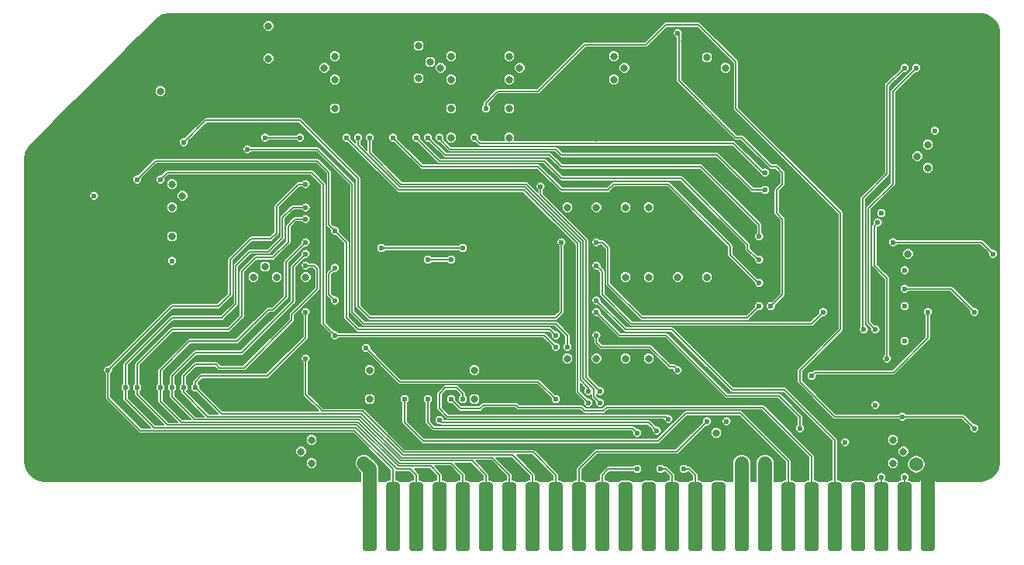
<source format=gbl>
G04 #@! TF.GenerationSoftware,KiCad,Pcbnew,(5.1.2-1)-1*
G04 #@! TF.CreationDate,2019-07-29T21:02:17-04:00*
G04 #@! TF.ProjectId,Mouserial,4d6f7573-6572-4696-916c-2e6b69636164,rev?*
G04 #@! TF.SameCoordinates,Original*
G04 #@! TF.FileFunction,Copper,L4,Bot*
G04 #@! TF.FilePolarity,Positive*
%FSLAX46Y46*%
G04 Gerber Fmt 4.6, Leading zero omitted, Abs format (unit mm)*
G04 Created by KiCad (PCBNEW (5.1.2-1)-1) date 2019-07-29 21:02:17*
%MOMM*%
%LPD*%
G04 APERTURE LIST*
%ADD10C,2.000000*%
%ADD11C,0.100000*%
%ADD12C,1.524000*%
%ADD13C,0.800000*%
%ADD14C,0.600000*%
%ADD15C,1.524000*%
%ADD16C,0.152400*%
G04 APERTURE END LIST*
D10*
X40513000Y-98679000D03*
X56769000Y-82423000D03*
X140462000Y-82423000D03*
D11*
G36*
X137578345Y-131613835D02*
G01*
X137615329Y-131619321D01*
X137651598Y-131628406D01*
X137686802Y-131641002D01*
X137720602Y-131656988D01*
X137752672Y-131676210D01*
X137782704Y-131698483D01*
X137810408Y-131723592D01*
X137835517Y-131751296D01*
X137857790Y-131781328D01*
X137877012Y-131813398D01*
X137892998Y-131847198D01*
X137905594Y-131882402D01*
X137914679Y-131918671D01*
X137920165Y-131955655D01*
X137922000Y-131993000D01*
X137922000Y-138771000D01*
X137920165Y-138808345D01*
X137914679Y-138845329D01*
X137905594Y-138881598D01*
X137892998Y-138916802D01*
X137877012Y-138950602D01*
X137857790Y-138982672D01*
X137835517Y-139012704D01*
X137810408Y-139040408D01*
X137782704Y-139065517D01*
X137752672Y-139087790D01*
X137720602Y-139107012D01*
X137686802Y-139122998D01*
X137651598Y-139135594D01*
X137615329Y-139144679D01*
X137578345Y-139150165D01*
X137541000Y-139152000D01*
X136779000Y-139152000D01*
X136741655Y-139150165D01*
X136704671Y-139144679D01*
X136668402Y-139135594D01*
X136633198Y-139122998D01*
X136599398Y-139107012D01*
X136567328Y-139087790D01*
X136537296Y-139065517D01*
X136509592Y-139040408D01*
X136484483Y-139012704D01*
X136462210Y-138982672D01*
X136442988Y-138950602D01*
X136427002Y-138916802D01*
X136414406Y-138881598D01*
X136405321Y-138845329D01*
X136399835Y-138808345D01*
X136398000Y-138771000D01*
X136398000Y-131993000D01*
X136399835Y-131955655D01*
X136405321Y-131918671D01*
X136414406Y-131882402D01*
X136427002Y-131847198D01*
X136442988Y-131813398D01*
X136462210Y-131781328D01*
X136484483Y-131751296D01*
X136509592Y-131723592D01*
X136537296Y-131698483D01*
X136567328Y-131676210D01*
X136599398Y-131656988D01*
X136633198Y-131641002D01*
X136668402Y-131628406D01*
X136704671Y-131619321D01*
X136741655Y-131613835D01*
X136779000Y-131612000D01*
X137541000Y-131612000D01*
X137578345Y-131613835D01*
X137578345Y-131613835D01*
G37*
D12*
X137160000Y-135382000D03*
D11*
G36*
X135038345Y-131613835D02*
G01*
X135075329Y-131619321D01*
X135111598Y-131628406D01*
X135146802Y-131641002D01*
X135180602Y-131656988D01*
X135212672Y-131676210D01*
X135242704Y-131698483D01*
X135270408Y-131723592D01*
X135295517Y-131751296D01*
X135317790Y-131781328D01*
X135337012Y-131813398D01*
X135352998Y-131847198D01*
X135365594Y-131882402D01*
X135374679Y-131918671D01*
X135380165Y-131955655D01*
X135382000Y-131993000D01*
X135382000Y-138771000D01*
X135380165Y-138808345D01*
X135374679Y-138845329D01*
X135365594Y-138881598D01*
X135352998Y-138916802D01*
X135337012Y-138950602D01*
X135317790Y-138982672D01*
X135295517Y-139012704D01*
X135270408Y-139040408D01*
X135242704Y-139065517D01*
X135212672Y-139087790D01*
X135180602Y-139107012D01*
X135146802Y-139122998D01*
X135111598Y-139135594D01*
X135075329Y-139144679D01*
X135038345Y-139150165D01*
X135001000Y-139152000D01*
X134239000Y-139152000D01*
X134201655Y-139150165D01*
X134164671Y-139144679D01*
X134128402Y-139135594D01*
X134093198Y-139122998D01*
X134059398Y-139107012D01*
X134027328Y-139087790D01*
X133997296Y-139065517D01*
X133969592Y-139040408D01*
X133944483Y-139012704D01*
X133922210Y-138982672D01*
X133902988Y-138950602D01*
X133887002Y-138916802D01*
X133874406Y-138881598D01*
X133865321Y-138845329D01*
X133859835Y-138808345D01*
X133858000Y-138771000D01*
X133858000Y-131993000D01*
X133859835Y-131955655D01*
X133865321Y-131918671D01*
X133874406Y-131882402D01*
X133887002Y-131847198D01*
X133902988Y-131813398D01*
X133922210Y-131781328D01*
X133944483Y-131751296D01*
X133969592Y-131723592D01*
X133997296Y-131698483D01*
X134027328Y-131676210D01*
X134059398Y-131656988D01*
X134093198Y-131641002D01*
X134128402Y-131628406D01*
X134164671Y-131619321D01*
X134201655Y-131613835D01*
X134239000Y-131612000D01*
X135001000Y-131612000D01*
X135038345Y-131613835D01*
X135038345Y-131613835D01*
G37*
D12*
X134620000Y-135382000D03*
D11*
G36*
X132498345Y-131613835D02*
G01*
X132535329Y-131619321D01*
X132571598Y-131628406D01*
X132606802Y-131641002D01*
X132640602Y-131656988D01*
X132672672Y-131676210D01*
X132702704Y-131698483D01*
X132730408Y-131723592D01*
X132755517Y-131751296D01*
X132777790Y-131781328D01*
X132797012Y-131813398D01*
X132812998Y-131847198D01*
X132825594Y-131882402D01*
X132834679Y-131918671D01*
X132840165Y-131955655D01*
X132842000Y-131993000D01*
X132842000Y-138771000D01*
X132840165Y-138808345D01*
X132834679Y-138845329D01*
X132825594Y-138881598D01*
X132812998Y-138916802D01*
X132797012Y-138950602D01*
X132777790Y-138982672D01*
X132755517Y-139012704D01*
X132730408Y-139040408D01*
X132702704Y-139065517D01*
X132672672Y-139087790D01*
X132640602Y-139107012D01*
X132606802Y-139122998D01*
X132571598Y-139135594D01*
X132535329Y-139144679D01*
X132498345Y-139150165D01*
X132461000Y-139152000D01*
X131699000Y-139152000D01*
X131661655Y-139150165D01*
X131624671Y-139144679D01*
X131588402Y-139135594D01*
X131553198Y-139122998D01*
X131519398Y-139107012D01*
X131487328Y-139087790D01*
X131457296Y-139065517D01*
X131429592Y-139040408D01*
X131404483Y-139012704D01*
X131382210Y-138982672D01*
X131362988Y-138950602D01*
X131347002Y-138916802D01*
X131334406Y-138881598D01*
X131325321Y-138845329D01*
X131319835Y-138808345D01*
X131318000Y-138771000D01*
X131318000Y-131993000D01*
X131319835Y-131955655D01*
X131325321Y-131918671D01*
X131334406Y-131882402D01*
X131347002Y-131847198D01*
X131362988Y-131813398D01*
X131382210Y-131781328D01*
X131404483Y-131751296D01*
X131429592Y-131723592D01*
X131457296Y-131698483D01*
X131487328Y-131676210D01*
X131519398Y-131656988D01*
X131553198Y-131641002D01*
X131588402Y-131628406D01*
X131624671Y-131619321D01*
X131661655Y-131613835D01*
X131699000Y-131612000D01*
X132461000Y-131612000D01*
X132498345Y-131613835D01*
X132498345Y-131613835D01*
G37*
D12*
X132080000Y-135382000D03*
D11*
G36*
X76618345Y-131613835D02*
G01*
X76655329Y-131619321D01*
X76691598Y-131628406D01*
X76726802Y-131641002D01*
X76760602Y-131656988D01*
X76792672Y-131676210D01*
X76822704Y-131698483D01*
X76850408Y-131723592D01*
X76875517Y-131751296D01*
X76897790Y-131781328D01*
X76917012Y-131813398D01*
X76932998Y-131847198D01*
X76945594Y-131882402D01*
X76954679Y-131918671D01*
X76960165Y-131955655D01*
X76962000Y-131993000D01*
X76962000Y-138771000D01*
X76960165Y-138808345D01*
X76954679Y-138845329D01*
X76945594Y-138881598D01*
X76932998Y-138916802D01*
X76917012Y-138950602D01*
X76897790Y-138982672D01*
X76875517Y-139012704D01*
X76850408Y-139040408D01*
X76822704Y-139065517D01*
X76792672Y-139087790D01*
X76760602Y-139107012D01*
X76726802Y-139122998D01*
X76691598Y-139135594D01*
X76655329Y-139144679D01*
X76618345Y-139150165D01*
X76581000Y-139152000D01*
X75819000Y-139152000D01*
X75781655Y-139150165D01*
X75744671Y-139144679D01*
X75708402Y-139135594D01*
X75673198Y-139122998D01*
X75639398Y-139107012D01*
X75607328Y-139087790D01*
X75577296Y-139065517D01*
X75549592Y-139040408D01*
X75524483Y-139012704D01*
X75502210Y-138982672D01*
X75482988Y-138950602D01*
X75467002Y-138916802D01*
X75454406Y-138881598D01*
X75445321Y-138845329D01*
X75439835Y-138808345D01*
X75438000Y-138771000D01*
X75438000Y-131993000D01*
X75439835Y-131955655D01*
X75445321Y-131918671D01*
X75454406Y-131882402D01*
X75467002Y-131847198D01*
X75482988Y-131813398D01*
X75502210Y-131781328D01*
X75524483Y-131751296D01*
X75549592Y-131723592D01*
X75577296Y-131698483D01*
X75607328Y-131676210D01*
X75639398Y-131656988D01*
X75673198Y-131641002D01*
X75708402Y-131628406D01*
X75744671Y-131619321D01*
X75781655Y-131613835D01*
X75819000Y-131612000D01*
X76581000Y-131612000D01*
X76618345Y-131613835D01*
X76618345Y-131613835D01*
G37*
D12*
X76200000Y-135382000D03*
D11*
G36*
X79158345Y-131613835D02*
G01*
X79195329Y-131619321D01*
X79231598Y-131628406D01*
X79266802Y-131641002D01*
X79300602Y-131656988D01*
X79332672Y-131676210D01*
X79362704Y-131698483D01*
X79390408Y-131723592D01*
X79415517Y-131751296D01*
X79437790Y-131781328D01*
X79457012Y-131813398D01*
X79472998Y-131847198D01*
X79485594Y-131882402D01*
X79494679Y-131918671D01*
X79500165Y-131955655D01*
X79502000Y-131993000D01*
X79502000Y-138771000D01*
X79500165Y-138808345D01*
X79494679Y-138845329D01*
X79485594Y-138881598D01*
X79472998Y-138916802D01*
X79457012Y-138950602D01*
X79437790Y-138982672D01*
X79415517Y-139012704D01*
X79390408Y-139040408D01*
X79362704Y-139065517D01*
X79332672Y-139087790D01*
X79300602Y-139107012D01*
X79266802Y-139122998D01*
X79231598Y-139135594D01*
X79195329Y-139144679D01*
X79158345Y-139150165D01*
X79121000Y-139152000D01*
X78359000Y-139152000D01*
X78321655Y-139150165D01*
X78284671Y-139144679D01*
X78248402Y-139135594D01*
X78213198Y-139122998D01*
X78179398Y-139107012D01*
X78147328Y-139087790D01*
X78117296Y-139065517D01*
X78089592Y-139040408D01*
X78064483Y-139012704D01*
X78042210Y-138982672D01*
X78022988Y-138950602D01*
X78007002Y-138916802D01*
X77994406Y-138881598D01*
X77985321Y-138845329D01*
X77979835Y-138808345D01*
X77978000Y-138771000D01*
X77978000Y-131993000D01*
X77979835Y-131955655D01*
X77985321Y-131918671D01*
X77994406Y-131882402D01*
X78007002Y-131847198D01*
X78022988Y-131813398D01*
X78042210Y-131781328D01*
X78064483Y-131751296D01*
X78089592Y-131723592D01*
X78117296Y-131698483D01*
X78147328Y-131676210D01*
X78179398Y-131656988D01*
X78213198Y-131641002D01*
X78248402Y-131628406D01*
X78284671Y-131619321D01*
X78321655Y-131613835D01*
X78359000Y-131612000D01*
X79121000Y-131612000D01*
X79158345Y-131613835D01*
X79158345Y-131613835D01*
G37*
D12*
X78740000Y-135382000D03*
D11*
G36*
X81698345Y-131613835D02*
G01*
X81735329Y-131619321D01*
X81771598Y-131628406D01*
X81806802Y-131641002D01*
X81840602Y-131656988D01*
X81872672Y-131676210D01*
X81902704Y-131698483D01*
X81930408Y-131723592D01*
X81955517Y-131751296D01*
X81977790Y-131781328D01*
X81997012Y-131813398D01*
X82012998Y-131847198D01*
X82025594Y-131882402D01*
X82034679Y-131918671D01*
X82040165Y-131955655D01*
X82042000Y-131993000D01*
X82042000Y-138771000D01*
X82040165Y-138808345D01*
X82034679Y-138845329D01*
X82025594Y-138881598D01*
X82012998Y-138916802D01*
X81997012Y-138950602D01*
X81977790Y-138982672D01*
X81955517Y-139012704D01*
X81930408Y-139040408D01*
X81902704Y-139065517D01*
X81872672Y-139087790D01*
X81840602Y-139107012D01*
X81806802Y-139122998D01*
X81771598Y-139135594D01*
X81735329Y-139144679D01*
X81698345Y-139150165D01*
X81661000Y-139152000D01*
X80899000Y-139152000D01*
X80861655Y-139150165D01*
X80824671Y-139144679D01*
X80788402Y-139135594D01*
X80753198Y-139122998D01*
X80719398Y-139107012D01*
X80687328Y-139087790D01*
X80657296Y-139065517D01*
X80629592Y-139040408D01*
X80604483Y-139012704D01*
X80582210Y-138982672D01*
X80562988Y-138950602D01*
X80547002Y-138916802D01*
X80534406Y-138881598D01*
X80525321Y-138845329D01*
X80519835Y-138808345D01*
X80518000Y-138771000D01*
X80518000Y-131993000D01*
X80519835Y-131955655D01*
X80525321Y-131918671D01*
X80534406Y-131882402D01*
X80547002Y-131847198D01*
X80562988Y-131813398D01*
X80582210Y-131781328D01*
X80604483Y-131751296D01*
X80629592Y-131723592D01*
X80657296Y-131698483D01*
X80687328Y-131676210D01*
X80719398Y-131656988D01*
X80753198Y-131641002D01*
X80788402Y-131628406D01*
X80824671Y-131619321D01*
X80861655Y-131613835D01*
X80899000Y-131612000D01*
X81661000Y-131612000D01*
X81698345Y-131613835D01*
X81698345Y-131613835D01*
G37*
D12*
X81280000Y-135382000D03*
D11*
G36*
X84238345Y-131613835D02*
G01*
X84275329Y-131619321D01*
X84311598Y-131628406D01*
X84346802Y-131641002D01*
X84380602Y-131656988D01*
X84412672Y-131676210D01*
X84442704Y-131698483D01*
X84470408Y-131723592D01*
X84495517Y-131751296D01*
X84517790Y-131781328D01*
X84537012Y-131813398D01*
X84552998Y-131847198D01*
X84565594Y-131882402D01*
X84574679Y-131918671D01*
X84580165Y-131955655D01*
X84582000Y-131993000D01*
X84582000Y-138771000D01*
X84580165Y-138808345D01*
X84574679Y-138845329D01*
X84565594Y-138881598D01*
X84552998Y-138916802D01*
X84537012Y-138950602D01*
X84517790Y-138982672D01*
X84495517Y-139012704D01*
X84470408Y-139040408D01*
X84442704Y-139065517D01*
X84412672Y-139087790D01*
X84380602Y-139107012D01*
X84346802Y-139122998D01*
X84311598Y-139135594D01*
X84275329Y-139144679D01*
X84238345Y-139150165D01*
X84201000Y-139152000D01*
X83439000Y-139152000D01*
X83401655Y-139150165D01*
X83364671Y-139144679D01*
X83328402Y-139135594D01*
X83293198Y-139122998D01*
X83259398Y-139107012D01*
X83227328Y-139087790D01*
X83197296Y-139065517D01*
X83169592Y-139040408D01*
X83144483Y-139012704D01*
X83122210Y-138982672D01*
X83102988Y-138950602D01*
X83087002Y-138916802D01*
X83074406Y-138881598D01*
X83065321Y-138845329D01*
X83059835Y-138808345D01*
X83058000Y-138771000D01*
X83058000Y-131993000D01*
X83059835Y-131955655D01*
X83065321Y-131918671D01*
X83074406Y-131882402D01*
X83087002Y-131847198D01*
X83102988Y-131813398D01*
X83122210Y-131781328D01*
X83144483Y-131751296D01*
X83169592Y-131723592D01*
X83197296Y-131698483D01*
X83227328Y-131676210D01*
X83259398Y-131656988D01*
X83293198Y-131641002D01*
X83328402Y-131628406D01*
X83364671Y-131619321D01*
X83401655Y-131613835D01*
X83439000Y-131612000D01*
X84201000Y-131612000D01*
X84238345Y-131613835D01*
X84238345Y-131613835D01*
G37*
D12*
X83820000Y-135382000D03*
D11*
G36*
X86778345Y-131613835D02*
G01*
X86815329Y-131619321D01*
X86851598Y-131628406D01*
X86886802Y-131641002D01*
X86920602Y-131656988D01*
X86952672Y-131676210D01*
X86982704Y-131698483D01*
X87010408Y-131723592D01*
X87035517Y-131751296D01*
X87057790Y-131781328D01*
X87077012Y-131813398D01*
X87092998Y-131847198D01*
X87105594Y-131882402D01*
X87114679Y-131918671D01*
X87120165Y-131955655D01*
X87122000Y-131993000D01*
X87122000Y-138771000D01*
X87120165Y-138808345D01*
X87114679Y-138845329D01*
X87105594Y-138881598D01*
X87092998Y-138916802D01*
X87077012Y-138950602D01*
X87057790Y-138982672D01*
X87035517Y-139012704D01*
X87010408Y-139040408D01*
X86982704Y-139065517D01*
X86952672Y-139087790D01*
X86920602Y-139107012D01*
X86886802Y-139122998D01*
X86851598Y-139135594D01*
X86815329Y-139144679D01*
X86778345Y-139150165D01*
X86741000Y-139152000D01*
X85979000Y-139152000D01*
X85941655Y-139150165D01*
X85904671Y-139144679D01*
X85868402Y-139135594D01*
X85833198Y-139122998D01*
X85799398Y-139107012D01*
X85767328Y-139087790D01*
X85737296Y-139065517D01*
X85709592Y-139040408D01*
X85684483Y-139012704D01*
X85662210Y-138982672D01*
X85642988Y-138950602D01*
X85627002Y-138916802D01*
X85614406Y-138881598D01*
X85605321Y-138845329D01*
X85599835Y-138808345D01*
X85598000Y-138771000D01*
X85598000Y-131993000D01*
X85599835Y-131955655D01*
X85605321Y-131918671D01*
X85614406Y-131882402D01*
X85627002Y-131847198D01*
X85642988Y-131813398D01*
X85662210Y-131781328D01*
X85684483Y-131751296D01*
X85709592Y-131723592D01*
X85737296Y-131698483D01*
X85767328Y-131676210D01*
X85799398Y-131656988D01*
X85833198Y-131641002D01*
X85868402Y-131628406D01*
X85904671Y-131619321D01*
X85941655Y-131613835D01*
X85979000Y-131612000D01*
X86741000Y-131612000D01*
X86778345Y-131613835D01*
X86778345Y-131613835D01*
G37*
D12*
X86360000Y-135382000D03*
D11*
G36*
X89318345Y-131613835D02*
G01*
X89355329Y-131619321D01*
X89391598Y-131628406D01*
X89426802Y-131641002D01*
X89460602Y-131656988D01*
X89492672Y-131676210D01*
X89522704Y-131698483D01*
X89550408Y-131723592D01*
X89575517Y-131751296D01*
X89597790Y-131781328D01*
X89617012Y-131813398D01*
X89632998Y-131847198D01*
X89645594Y-131882402D01*
X89654679Y-131918671D01*
X89660165Y-131955655D01*
X89662000Y-131993000D01*
X89662000Y-138771000D01*
X89660165Y-138808345D01*
X89654679Y-138845329D01*
X89645594Y-138881598D01*
X89632998Y-138916802D01*
X89617012Y-138950602D01*
X89597790Y-138982672D01*
X89575517Y-139012704D01*
X89550408Y-139040408D01*
X89522704Y-139065517D01*
X89492672Y-139087790D01*
X89460602Y-139107012D01*
X89426802Y-139122998D01*
X89391598Y-139135594D01*
X89355329Y-139144679D01*
X89318345Y-139150165D01*
X89281000Y-139152000D01*
X88519000Y-139152000D01*
X88481655Y-139150165D01*
X88444671Y-139144679D01*
X88408402Y-139135594D01*
X88373198Y-139122998D01*
X88339398Y-139107012D01*
X88307328Y-139087790D01*
X88277296Y-139065517D01*
X88249592Y-139040408D01*
X88224483Y-139012704D01*
X88202210Y-138982672D01*
X88182988Y-138950602D01*
X88167002Y-138916802D01*
X88154406Y-138881598D01*
X88145321Y-138845329D01*
X88139835Y-138808345D01*
X88138000Y-138771000D01*
X88138000Y-131993000D01*
X88139835Y-131955655D01*
X88145321Y-131918671D01*
X88154406Y-131882402D01*
X88167002Y-131847198D01*
X88182988Y-131813398D01*
X88202210Y-131781328D01*
X88224483Y-131751296D01*
X88249592Y-131723592D01*
X88277296Y-131698483D01*
X88307328Y-131676210D01*
X88339398Y-131656988D01*
X88373198Y-131641002D01*
X88408402Y-131628406D01*
X88444671Y-131619321D01*
X88481655Y-131613835D01*
X88519000Y-131612000D01*
X89281000Y-131612000D01*
X89318345Y-131613835D01*
X89318345Y-131613835D01*
G37*
D12*
X88900000Y-135382000D03*
D11*
G36*
X91858345Y-131613835D02*
G01*
X91895329Y-131619321D01*
X91931598Y-131628406D01*
X91966802Y-131641002D01*
X92000602Y-131656988D01*
X92032672Y-131676210D01*
X92062704Y-131698483D01*
X92090408Y-131723592D01*
X92115517Y-131751296D01*
X92137790Y-131781328D01*
X92157012Y-131813398D01*
X92172998Y-131847198D01*
X92185594Y-131882402D01*
X92194679Y-131918671D01*
X92200165Y-131955655D01*
X92202000Y-131993000D01*
X92202000Y-138771000D01*
X92200165Y-138808345D01*
X92194679Y-138845329D01*
X92185594Y-138881598D01*
X92172998Y-138916802D01*
X92157012Y-138950602D01*
X92137790Y-138982672D01*
X92115517Y-139012704D01*
X92090408Y-139040408D01*
X92062704Y-139065517D01*
X92032672Y-139087790D01*
X92000602Y-139107012D01*
X91966802Y-139122998D01*
X91931598Y-139135594D01*
X91895329Y-139144679D01*
X91858345Y-139150165D01*
X91821000Y-139152000D01*
X91059000Y-139152000D01*
X91021655Y-139150165D01*
X90984671Y-139144679D01*
X90948402Y-139135594D01*
X90913198Y-139122998D01*
X90879398Y-139107012D01*
X90847328Y-139087790D01*
X90817296Y-139065517D01*
X90789592Y-139040408D01*
X90764483Y-139012704D01*
X90742210Y-138982672D01*
X90722988Y-138950602D01*
X90707002Y-138916802D01*
X90694406Y-138881598D01*
X90685321Y-138845329D01*
X90679835Y-138808345D01*
X90678000Y-138771000D01*
X90678000Y-131993000D01*
X90679835Y-131955655D01*
X90685321Y-131918671D01*
X90694406Y-131882402D01*
X90707002Y-131847198D01*
X90722988Y-131813398D01*
X90742210Y-131781328D01*
X90764483Y-131751296D01*
X90789592Y-131723592D01*
X90817296Y-131698483D01*
X90847328Y-131676210D01*
X90879398Y-131656988D01*
X90913198Y-131641002D01*
X90948402Y-131628406D01*
X90984671Y-131619321D01*
X91021655Y-131613835D01*
X91059000Y-131612000D01*
X91821000Y-131612000D01*
X91858345Y-131613835D01*
X91858345Y-131613835D01*
G37*
D12*
X91440000Y-135382000D03*
D11*
G36*
X94398345Y-131613835D02*
G01*
X94435329Y-131619321D01*
X94471598Y-131628406D01*
X94506802Y-131641002D01*
X94540602Y-131656988D01*
X94572672Y-131676210D01*
X94602704Y-131698483D01*
X94630408Y-131723592D01*
X94655517Y-131751296D01*
X94677790Y-131781328D01*
X94697012Y-131813398D01*
X94712998Y-131847198D01*
X94725594Y-131882402D01*
X94734679Y-131918671D01*
X94740165Y-131955655D01*
X94742000Y-131993000D01*
X94742000Y-138771000D01*
X94740165Y-138808345D01*
X94734679Y-138845329D01*
X94725594Y-138881598D01*
X94712998Y-138916802D01*
X94697012Y-138950602D01*
X94677790Y-138982672D01*
X94655517Y-139012704D01*
X94630408Y-139040408D01*
X94602704Y-139065517D01*
X94572672Y-139087790D01*
X94540602Y-139107012D01*
X94506802Y-139122998D01*
X94471598Y-139135594D01*
X94435329Y-139144679D01*
X94398345Y-139150165D01*
X94361000Y-139152000D01*
X93599000Y-139152000D01*
X93561655Y-139150165D01*
X93524671Y-139144679D01*
X93488402Y-139135594D01*
X93453198Y-139122998D01*
X93419398Y-139107012D01*
X93387328Y-139087790D01*
X93357296Y-139065517D01*
X93329592Y-139040408D01*
X93304483Y-139012704D01*
X93282210Y-138982672D01*
X93262988Y-138950602D01*
X93247002Y-138916802D01*
X93234406Y-138881598D01*
X93225321Y-138845329D01*
X93219835Y-138808345D01*
X93218000Y-138771000D01*
X93218000Y-131993000D01*
X93219835Y-131955655D01*
X93225321Y-131918671D01*
X93234406Y-131882402D01*
X93247002Y-131847198D01*
X93262988Y-131813398D01*
X93282210Y-131781328D01*
X93304483Y-131751296D01*
X93329592Y-131723592D01*
X93357296Y-131698483D01*
X93387328Y-131676210D01*
X93419398Y-131656988D01*
X93453198Y-131641002D01*
X93488402Y-131628406D01*
X93524671Y-131619321D01*
X93561655Y-131613835D01*
X93599000Y-131612000D01*
X94361000Y-131612000D01*
X94398345Y-131613835D01*
X94398345Y-131613835D01*
G37*
D12*
X93980000Y-135382000D03*
D11*
G36*
X96938345Y-131613835D02*
G01*
X96975329Y-131619321D01*
X97011598Y-131628406D01*
X97046802Y-131641002D01*
X97080602Y-131656988D01*
X97112672Y-131676210D01*
X97142704Y-131698483D01*
X97170408Y-131723592D01*
X97195517Y-131751296D01*
X97217790Y-131781328D01*
X97237012Y-131813398D01*
X97252998Y-131847198D01*
X97265594Y-131882402D01*
X97274679Y-131918671D01*
X97280165Y-131955655D01*
X97282000Y-131993000D01*
X97282000Y-138771000D01*
X97280165Y-138808345D01*
X97274679Y-138845329D01*
X97265594Y-138881598D01*
X97252998Y-138916802D01*
X97237012Y-138950602D01*
X97217790Y-138982672D01*
X97195517Y-139012704D01*
X97170408Y-139040408D01*
X97142704Y-139065517D01*
X97112672Y-139087790D01*
X97080602Y-139107012D01*
X97046802Y-139122998D01*
X97011598Y-139135594D01*
X96975329Y-139144679D01*
X96938345Y-139150165D01*
X96901000Y-139152000D01*
X96139000Y-139152000D01*
X96101655Y-139150165D01*
X96064671Y-139144679D01*
X96028402Y-139135594D01*
X95993198Y-139122998D01*
X95959398Y-139107012D01*
X95927328Y-139087790D01*
X95897296Y-139065517D01*
X95869592Y-139040408D01*
X95844483Y-139012704D01*
X95822210Y-138982672D01*
X95802988Y-138950602D01*
X95787002Y-138916802D01*
X95774406Y-138881598D01*
X95765321Y-138845329D01*
X95759835Y-138808345D01*
X95758000Y-138771000D01*
X95758000Y-131993000D01*
X95759835Y-131955655D01*
X95765321Y-131918671D01*
X95774406Y-131882402D01*
X95787002Y-131847198D01*
X95802988Y-131813398D01*
X95822210Y-131781328D01*
X95844483Y-131751296D01*
X95869592Y-131723592D01*
X95897296Y-131698483D01*
X95927328Y-131676210D01*
X95959398Y-131656988D01*
X95993198Y-131641002D01*
X96028402Y-131628406D01*
X96064671Y-131619321D01*
X96101655Y-131613835D01*
X96139000Y-131612000D01*
X96901000Y-131612000D01*
X96938345Y-131613835D01*
X96938345Y-131613835D01*
G37*
D12*
X96520000Y-135382000D03*
D11*
G36*
X99478345Y-131613835D02*
G01*
X99515329Y-131619321D01*
X99551598Y-131628406D01*
X99586802Y-131641002D01*
X99620602Y-131656988D01*
X99652672Y-131676210D01*
X99682704Y-131698483D01*
X99710408Y-131723592D01*
X99735517Y-131751296D01*
X99757790Y-131781328D01*
X99777012Y-131813398D01*
X99792998Y-131847198D01*
X99805594Y-131882402D01*
X99814679Y-131918671D01*
X99820165Y-131955655D01*
X99822000Y-131993000D01*
X99822000Y-138771000D01*
X99820165Y-138808345D01*
X99814679Y-138845329D01*
X99805594Y-138881598D01*
X99792998Y-138916802D01*
X99777012Y-138950602D01*
X99757790Y-138982672D01*
X99735517Y-139012704D01*
X99710408Y-139040408D01*
X99682704Y-139065517D01*
X99652672Y-139087790D01*
X99620602Y-139107012D01*
X99586802Y-139122998D01*
X99551598Y-139135594D01*
X99515329Y-139144679D01*
X99478345Y-139150165D01*
X99441000Y-139152000D01*
X98679000Y-139152000D01*
X98641655Y-139150165D01*
X98604671Y-139144679D01*
X98568402Y-139135594D01*
X98533198Y-139122998D01*
X98499398Y-139107012D01*
X98467328Y-139087790D01*
X98437296Y-139065517D01*
X98409592Y-139040408D01*
X98384483Y-139012704D01*
X98362210Y-138982672D01*
X98342988Y-138950602D01*
X98327002Y-138916802D01*
X98314406Y-138881598D01*
X98305321Y-138845329D01*
X98299835Y-138808345D01*
X98298000Y-138771000D01*
X98298000Y-131993000D01*
X98299835Y-131955655D01*
X98305321Y-131918671D01*
X98314406Y-131882402D01*
X98327002Y-131847198D01*
X98342988Y-131813398D01*
X98362210Y-131781328D01*
X98384483Y-131751296D01*
X98409592Y-131723592D01*
X98437296Y-131698483D01*
X98467328Y-131676210D01*
X98499398Y-131656988D01*
X98533198Y-131641002D01*
X98568402Y-131628406D01*
X98604671Y-131619321D01*
X98641655Y-131613835D01*
X98679000Y-131612000D01*
X99441000Y-131612000D01*
X99478345Y-131613835D01*
X99478345Y-131613835D01*
G37*
D12*
X99060000Y-135382000D03*
D11*
G36*
X102018345Y-131613835D02*
G01*
X102055329Y-131619321D01*
X102091598Y-131628406D01*
X102126802Y-131641002D01*
X102160602Y-131656988D01*
X102192672Y-131676210D01*
X102222704Y-131698483D01*
X102250408Y-131723592D01*
X102275517Y-131751296D01*
X102297790Y-131781328D01*
X102317012Y-131813398D01*
X102332998Y-131847198D01*
X102345594Y-131882402D01*
X102354679Y-131918671D01*
X102360165Y-131955655D01*
X102362000Y-131993000D01*
X102362000Y-138771000D01*
X102360165Y-138808345D01*
X102354679Y-138845329D01*
X102345594Y-138881598D01*
X102332998Y-138916802D01*
X102317012Y-138950602D01*
X102297790Y-138982672D01*
X102275517Y-139012704D01*
X102250408Y-139040408D01*
X102222704Y-139065517D01*
X102192672Y-139087790D01*
X102160602Y-139107012D01*
X102126802Y-139122998D01*
X102091598Y-139135594D01*
X102055329Y-139144679D01*
X102018345Y-139150165D01*
X101981000Y-139152000D01*
X101219000Y-139152000D01*
X101181655Y-139150165D01*
X101144671Y-139144679D01*
X101108402Y-139135594D01*
X101073198Y-139122998D01*
X101039398Y-139107012D01*
X101007328Y-139087790D01*
X100977296Y-139065517D01*
X100949592Y-139040408D01*
X100924483Y-139012704D01*
X100902210Y-138982672D01*
X100882988Y-138950602D01*
X100867002Y-138916802D01*
X100854406Y-138881598D01*
X100845321Y-138845329D01*
X100839835Y-138808345D01*
X100838000Y-138771000D01*
X100838000Y-131993000D01*
X100839835Y-131955655D01*
X100845321Y-131918671D01*
X100854406Y-131882402D01*
X100867002Y-131847198D01*
X100882988Y-131813398D01*
X100902210Y-131781328D01*
X100924483Y-131751296D01*
X100949592Y-131723592D01*
X100977296Y-131698483D01*
X101007328Y-131676210D01*
X101039398Y-131656988D01*
X101073198Y-131641002D01*
X101108402Y-131628406D01*
X101144671Y-131619321D01*
X101181655Y-131613835D01*
X101219000Y-131612000D01*
X101981000Y-131612000D01*
X102018345Y-131613835D01*
X102018345Y-131613835D01*
G37*
D12*
X101600000Y-135382000D03*
D11*
G36*
X104558345Y-131613835D02*
G01*
X104595329Y-131619321D01*
X104631598Y-131628406D01*
X104666802Y-131641002D01*
X104700602Y-131656988D01*
X104732672Y-131676210D01*
X104762704Y-131698483D01*
X104790408Y-131723592D01*
X104815517Y-131751296D01*
X104837790Y-131781328D01*
X104857012Y-131813398D01*
X104872998Y-131847198D01*
X104885594Y-131882402D01*
X104894679Y-131918671D01*
X104900165Y-131955655D01*
X104902000Y-131993000D01*
X104902000Y-138771000D01*
X104900165Y-138808345D01*
X104894679Y-138845329D01*
X104885594Y-138881598D01*
X104872998Y-138916802D01*
X104857012Y-138950602D01*
X104837790Y-138982672D01*
X104815517Y-139012704D01*
X104790408Y-139040408D01*
X104762704Y-139065517D01*
X104732672Y-139087790D01*
X104700602Y-139107012D01*
X104666802Y-139122998D01*
X104631598Y-139135594D01*
X104595329Y-139144679D01*
X104558345Y-139150165D01*
X104521000Y-139152000D01*
X103759000Y-139152000D01*
X103721655Y-139150165D01*
X103684671Y-139144679D01*
X103648402Y-139135594D01*
X103613198Y-139122998D01*
X103579398Y-139107012D01*
X103547328Y-139087790D01*
X103517296Y-139065517D01*
X103489592Y-139040408D01*
X103464483Y-139012704D01*
X103442210Y-138982672D01*
X103422988Y-138950602D01*
X103407002Y-138916802D01*
X103394406Y-138881598D01*
X103385321Y-138845329D01*
X103379835Y-138808345D01*
X103378000Y-138771000D01*
X103378000Y-131993000D01*
X103379835Y-131955655D01*
X103385321Y-131918671D01*
X103394406Y-131882402D01*
X103407002Y-131847198D01*
X103422988Y-131813398D01*
X103442210Y-131781328D01*
X103464483Y-131751296D01*
X103489592Y-131723592D01*
X103517296Y-131698483D01*
X103547328Y-131676210D01*
X103579398Y-131656988D01*
X103613198Y-131641002D01*
X103648402Y-131628406D01*
X103684671Y-131619321D01*
X103721655Y-131613835D01*
X103759000Y-131612000D01*
X104521000Y-131612000D01*
X104558345Y-131613835D01*
X104558345Y-131613835D01*
G37*
D12*
X104140000Y-135382000D03*
D11*
G36*
X107098345Y-131613835D02*
G01*
X107135329Y-131619321D01*
X107171598Y-131628406D01*
X107206802Y-131641002D01*
X107240602Y-131656988D01*
X107272672Y-131676210D01*
X107302704Y-131698483D01*
X107330408Y-131723592D01*
X107355517Y-131751296D01*
X107377790Y-131781328D01*
X107397012Y-131813398D01*
X107412998Y-131847198D01*
X107425594Y-131882402D01*
X107434679Y-131918671D01*
X107440165Y-131955655D01*
X107442000Y-131993000D01*
X107442000Y-138771000D01*
X107440165Y-138808345D01*
X107434679Y-138845329D01*
X107425594Y-138881598D01*
X107412998Y-138916802D01*
X107397012Y-138950602D01*
X107377790Y-138982672D01*
X107355517Y-139012704D01*
X107330408Y-139040408D01*
X107302704Y-139065517D01*
X107272672Y-139087790D01*
X107240602Y-139107012D01*
X107206802Y-139122998D01*
X107171598Y-139135594D01*
X107135329Y-139144679D01*
X107098345Y-139150165D01*
X107061000Y-139152000D01*
X106299000Y-139152000D01*
X106261655Y-139150165D01*
X106224671Y-139144679D01*
X106188402Y-139135594D01*
X106153198Y-139122998D01*
X106119398Y-139107012D01*
X106087328Y-139087790D01*
X106057296Y-139065517D01*
X106029592Y-139040408D01*
X106004483Y-139012704D01*
X105982210Y-138982672D01*
X105962988Y-138950602D01*
X105947002Y-138916802D01*
X105934406Y-138881598D01*
X105925321Y-138845329D01*
X105919835Y-138808345D01*
X105918000Y-138771000D01*
X105918000Y-131993000D01*
X105919835Y-131955655D01*
X105925321Y-131918671D01*
X105934406Y-131882402D01*
X105947002Y-131847198D01*
X105962988Y-131813398D01*
X105982210Y-131781328D01*
X106004483Y-131751296D01*
X106029592Y-131723592D01*
X106057296Y-131698483D01*
X106087328Y-131676210D01*
X106119398Y-131656988D01*
X106153198Y-131641002D01*
X106188402Y-131628406D01*
X106224671Y-131619321D01*
X106261655Y-131613835D01*
X106299000Y-131612000D01*
X107061000Y-131612000D01*
X107098345Y-131613835D01*
X107098345Y-131613835D01*
G37*
D12*
X106680000Y-135382000D03*
D11*
G36*
X109638345Y-131613835D02*
G01*
X109675329Y-131619321D01*
X109711598Y-131628406D01*
X109746802Y-131641002D01*
X109780602Y-131656988D01*
X109812672Y-131676210D01*
X109842704Y-131698483D01*
X109870408Y-131723592D01*
X109895517Y-131751296D01*
X109917790Y-131781328D01*
X109937012Y-131813398D01*
X109952998Y-131847198D01*
X109965594Y-131882402D01*
X109974679Y-131918671D01*
X109980165Y-131955655D01*
X109982000Y-131993000D01*
X109982000Y-138771000D01*
X109980165Y-138808345D01*
X109974679Y-138845329D01*
X109965594Y-138881598D01*
X109952998Y-138916802D01*
X109937012Y-138950602D01*
X109917790Y-138982672D01*
X109895517Y-139012704D01*
X109870408Y-139040408D01*
X109842704Y-139065517D01*
X109812672Y-139087790D01*
X109780602Y-139107012D01*
X109746802Y-139122998D01*
X109711598Y-139135594D01*
X109675329Y-139144679D01*
X109638345Y-139150165D01*
X109601000Y-139152000D01*
X108839000Y-139152000D01*
X108801655Y-139150165D01*
X108764671Y-139144679D01*
X108728402Y-139135594D01*
X108693198Y-139122998D01*
X108659398Y-139107012D01*
X108627328Y-139087790D01*
X108597296Y-139065517D01*
X108569592Y-139040408D01*
X108544483Y-139012704D01*
X108522210Y-138982672D01*
X108502988Y-138950602D01*
X108487002Y-138916802D01*
X108474406Y-138881598D01*
X108465321Y-138845329D01*
X108459835Y-138808345D01*
X108458000Y-138771000D01*
X108458000Y-131993000D01*
X108459835Y-131955655D01*
X108465321Y-131918671D01*
X108474406Y-131882402D01*
X108487002Y-131847198D01*
X108502988Y-131813398D01*
X108522210Y-131781328D01*
X108544483Y-131751296D01*
X108569592Y-131723592D01*
X108597296Y-131698483D01*
X108627328Y-131676210D01*
X108659398Y-131656988D01*
X108693198Y-131641002D01*
X108728402Y-131628406D01*
X108764671Y-131619321D01*
X108801655Y-131613835D01*
X108839000Y-131612000D01*
X109601000Y-131612000D01*
X109638345Y-131613835D01*
X109638345Y-131613835D01*
G37*
D12*
X109220000Y-135382000D03*
D11*
G36*
X112178345Y-131613835D02*
G01*
X112215329Y-131619321D01*
X112251598Y-131628406D01*
X112286802Y-131641002D01*
X112320602Y-131656988D01*
X112352672Y-131676210D01*
X112382704Y-131698483D01*
X112410408Y-131723592D01*
X112435517Y-131751296D01*
X112457790Y-131781328D01*
X112477012Y-131813398D01*
X112492998Y-131847198D01*
X112505594Y-131882402D01*
X112514679Y-131918671D01*
X112520165Y-131955655D01*
X112522000Y-131993000D01*
X112522000Y-138771000D01*
X112520165Y-138808345D01*
X112514679Y-138845329D01*
X112505594Y-138881598D01*
X112492998Y-138916802D01*
X112477012Y-138950602D01*
X112457790Y-138982672D01*
X112435517Y-139012704D01*
X112410408Y-139040408D01*
X112382704Y-139065517D01*
X112352672Y-139087790D01*
X112320602Y-139107012D01*
X112286802Y-139122998D01*
X112251598Y-139135594D01*
X112215329Y-139144679D01*
X112178345Y-139150165D01*
X112141000Y-139152000D01*
X111379000Y-139152000D01*
X111341655Y-139150165D01*
X111304671Y-139144679D01*
X111268402Y-139135594D01*
X111233198Y-139122998D01*
X111199398Y-139107012D01*
X111167328Y-139087790D01*
X111137296Y-139065517D01*
X111109592Y-139040408D01*
X111084483Y-139012704D01*
X111062210Y-138982672D01*
X111042988Y-138950602D01*
X111027002Y-138916802D01*
X111014406Y-138881598D01*
X111005321Y-138845329D01*
X110999835Y-138808345D01*
X110998000Y-138771000D01*
X110998000Y-131993000D01*
X110999835Y-131955655D01*
X111005321Y-131918671D01*
X111014406Y-131882402D01*
X111027002Y-131847198D01*
X111042988Y-131813398D01*
X111062210Y-131781328D01*
X111084483Y-131751296D01*
X111109592Y-131723592D01*
X111137296Y-131698483D01*
X111167328Y-131676210D01*
X111199398Y-131656988D01*
X111233198Y-131641002D01*
X111268402Y-131628406D01*
X111304671Y-131619321D01*
X111341655Y-131613835D01*
X111379000Y-131612000D01*
X112141000Y-131612000D01*
X112178345Y-131613835D01*
X112178345Y-131613835D01*
G37*
D12*
X111760000Y-135382000D03*
D11*
G36*
X114718345Y-131613835D02*
G01*
X114755329Y-131619321D01*
X114791598Y-131628406D01*
X114826802Y-131641002D01*
X114860602Y-131656988D01*
X114892672Y-131676210D01*
X114922704Y-131698483D01*
X114950408Y-131723592D01*
X114975517Y-131751296D01*
X114997790Y-131781328D01*
X115017012Y-131813398D01*
X115032998Y-131847198D01*
X115045594Y-131882402D01*
X115054679Y-131918671D01*
X115060165Y-131955655D01*
X115062000Y-131993000D01*
X115062000Y-138771000D01*
X115060165Y-138808345D01*
X115054679Y-138845329D01*
X115045594Y-138881598D01*
X115032998Y-138916802D01*
X115017012Y-138950602D01*
X114997790Y-138982672D01*
X114975517Y-139012704D01*
X114950408Y-139040408D01*
X114922704Y-139065517D01*
X114892672Y-139087790D01*
X114860602Y-139107012D01*
X114826802Y-139122998D01*
X114791598Y-139135594D01*
X114755329Y-139144679D01*
X114718345Y-139150165D01*
X114681000Y-139152000D01*
X113919000Y-139152000D01*
X113881655Y-139150165D01*
X113844671Y-139144679D01*
X113808402Y-139135594D01*
X113773198Y-139122998D01*
X113739398Y-139107012D01*
X113707328Y-139087790D01*
X113677296Y-139065517D01*
X113649592Y-139040408D01*
X113624483Y-139012704D01*
X113602210Y-138982672D01*
X113582988Y-138950602D01*
X113567002Y-138916802D01*
X113554406Y-138881598D01*
X113545321Y-138845329D01*
X113539835Y-138808345D01*
X113538000Y-138771000D01*
X113538000Y-131993000D01*
X113539835Y-131955655D01*
X113545321Y-131918671D01*
X113554406Y-131882402D01*
X113567002Y-131847198D01*
X113582988Y-131813398D01*
X113602210Y-131781328D01*
X113624483Y-131751296D01*
X113649592Y-131723592D01*
X113677296Y-131698483D01*
X113707328Y-131676210D01*
X113739398Y-131656988D01*
X113773198Y-131641002D01*
X113808402Y-131628406D01*
X113844671Y-131619321D01*
X113881655Y-131613835D01*
X113919000Y-131612000D01*
X114681000Y-131612000D01*
X114718345Y-131613835D01*
X114718345Y-131613835D01*
G37*
D12*
X114300000Y-135382000D03*
D11*
G36*
X117258345Y-131613835D02*
G01*
X117295329Y-131619321D01*
X117331598Y-131628406D01*
X117366802Y-131641002D01*
X117400602Y-131656988D01*
X117432672Y-131676210D01*
X117462704Y-131698483D01*
X117490408Y-131723592D01*
X117515517Y-131751296D01*
X117537790Y-131781328D01*
X117557012Y-131813398D01*
X117572998Y-131847198D01*
X117585594Y-131882402D01*
X117594679Y-131918671D01*
X117600165Y-131955655D01*
X117602000Y-131993000D01*
X117602000Y-138771000D01*
X117600165Y-138808345D01*
X117594679Y-138845329D01*
X117585594Y-138881598D01*
X117572998Y-138916802D01*
X117557012Y-138950602D01*
X117537790Y-138982672D01*
X117515517Y-139012704D01*
X117490408Y-139040408D01*
X117462704Y-139065517D01*
X117432672Y-139087790D01*
X117400602Y-139107012D01*
X117366802Y-139122998D01*
X117331598Y-139135594D01*
X117295329Y-139144679D01*
X117258345Y-139150165D01*
X117221000Y-139152000D01*
X116459000Y-139152000D01*
X116421655Y-139150165D01*
X116384671Y-139144679D01*
X116348402Y-139135594D01*
X116313198Y-139122998D01*
X116279398Y-139107012D01*
X116247328Y-139087790D01*
X116217296Y-139065517D01*
X116189592Y-139040408D01*
X116164483Y-139012704D01*
X116142210Y-138982672D01*
X116122988Y-138950602D01*
X116107002Y-138916802D01*
X116094406Y-138881598D01*
X116085321Y-138845329D01*
X116079835Y-138808345D01*
X116078000Y-138771000D01*
X116078000Y-131993000D01*
X116079835Y-131955655D01*
X116085321Y-131918671D01*
X116094406Y-131882402D01*
X116107002Y-131847198D01*
X116122988Y-131813398D01*
X116142210Y-131781328D01*
X116164483Y-131751296D01*
X116189592Y-131723592D01*
X116217296Y-131698483D01*
X116247328Y-131676210D01*
X116279398Y-131656988D01*
X116313198Y-131641002D01*
X116348402Y-131628406D01*
X116384671Y-131619321D01*
X116421655Y-131613835D01*
X116459000Y-131612000D01*
X117221000Y-131612000D01*
X117258345Y-131613835D01*
X117258345Y-131613835D01*
G37*
D12*
X116840000Y-135382000D03*
D11*
G36*
X119798345Y-131613835D02*
G01*
X119835329Y-131619321D01*
X119871598Y-131628406D01*
X119906802Y-131641002D01*
X119940602Y-131656988D01*
X119972672Y-131676210D01*
X120002704Y-131698483D01*
X120030408Y-131723592D01*
X120055517Y-131751296D01*
X120077790Y-131781328D01*
X120097012Y-131813398D01*
X120112998Y-131847198D01*
X120125594Y-131882402D01*
X120134679Y-131918671D01*
X120140165Y-131955655D01*
X120142000Y-131993000D01*
X120142000Y-138771000D01*
X120140165Y-138808345D01*
X120134679Y-138845329D01*
X120125594Y-138881598D01*
X120112998Y-138916802D01*
X120097012Y-138950602D01*
X120077790Y-138982672D01*
X120055517Y-139012704D01*
X120030408Y-139040408D01*
X120002704Y-139065517D01*
X119972672Y-139087790D01*
X119940602Y-139107012D01*
X119906802Y-139122998D01*
X119871598Y-139135594D01*
X119835329Y-139144679D01*
X119798345Y-139150165D01*
X119761000Y-139152000D01*
X118999000Y-139152000D01*
X118961655Y-139150165D01*
X118924671Y-139144679D01*
X118888402Y-139135594D01*
X118853198Y-139122998D01*
X118819398Y-139107012D01*
X118787328Y-139087790D01*
X118757296Y-139065517D01*
X118729592Y-139040408D01*
X118704483Y-139012704D01*
X118682210Y-138982672D01*
X118662988Y-138950602D01*
X118647002Y-138916802D01*
X118634406Y-138881598D01*
X118625321Y-138845329D01*
X118619835Y-138808345D01*
X118618000Y-138771000D01*
X118618000Y-131993000D01*
X118619835Y-131955655D01*
X118625321Y-131918671D01*
X118634406Y-131882402D01*
X118647002Y-131847198D01*
X118662988Y-131813398D01*
X118682210Y-131781328D01*
X118704483Y-131751296D01*
X118729592Y-131723592D01*
X118757296Y-131698483D01*
X118787328Y-131676210D01*
X118819398Y-131656988D01*
X118853198Y-131641002D01*
X118888402Y-131628406D01*
X118924671Y-131619321D01*
X118961655Y-131613835D01*
X118999000Y-131612000D01*
X119761000Y-131612000D01*
X119798345Y-131613835D01*
X119798345Y-131613835D01*
G37*
D12*
X119380000Y-135382000D03*
D11*
G36*
X122338345Y-131613835D02*
G01*
X122375329Y-131619321D01*
X122411598Y-131628406D01*
X122446802Y-131641002D01*
X122480602Y-131656988D01*
X122512672Y-131676210D01*
X122542704Y-131698483D01*
X122570408Y-131723592D01*
X122595517Y-131751296D01*
X122617790Y-131781328D01*
X122637012Y-131813398D01*
X122652998Y-131847198D01*
X122665594Y-131882402D01*
X122674679Y-131918671D01*
X122680165Y-131955655D01*
X122682000Y-131993000D01*
X122682000Y-138771000D01*
X122680165Y-138808345D01*
X122674679Y-138845329D01*
X122665594Y-138881598D01*
X122652998Y-138916802D01*
X122637012Y-138950602D01*
X122617790Y-138982672D01*
X122595517Y-139012704D01*
X122570408Y-139040408D01*
X122542704Y-139065517D01*
X122512672Y-139087790D01*
X122480602Y-139107012D01*
X122446802Y-139122998D01*
X122411598Y-139135594D01*
X122375329Y-139144679D01*
X122338345Y-139150165D01*
X122301000Y-139152000D01*
X121539000Y-139152000D01*
X121501655Y-139150165D01*
X121464671Y-139144679D01*
X121428402Y-139135594D01*
X121393198Y-139122998D01*
X121359398Y-139107012D01*
X121327328Y-139087790D01*
X121297296Y-139065517D01*
X121269592Y-139040408D01*
X121244483Y-139012704D01*
X121222210Y-138982672D01*
X121202988Y-138950602D01*
X121187002Y-138916802D01*
X121174406Y-138881598D01*
X121165321Y-138845329D01*
X121159835Y-138808345D01*
X121158000Y-138771000D01*
X121158000Y-131993000D01*
X121159835Y-131955655D01*
X121165321Y-131918671D01*
X121174406Y-131882402D01*
X121187002Y-131847198D01*
X121202988Y-131813398D01*
X121222210Y-131781328D01*
X121244483Y-131751296D01*
X121269592Y-131723592D01*
X121297296Y-131698483D01*
X121327328Y-131676210D01*
X121359398Y-131656988D01*
X121393198Y-131641002D01*
X121428402Y-131628406D01*
X121464671Y-131619321D01*
X121501655Y-131613835D01*
X121539000Y-131612000D01*
X122301000Y-131612000D01*
X122338345Y-131613835D01*
X122338345Y-131613835D01*
G37*
D12*
X121920000Y-135382000D03*
D11*
G36*
X124878345Y-131613835D02*
G01*
X124915329Y-131619321D01*
X124951598Y-131628406D01*
X124986802Y-131641002D01*
X125020602Y-131656988D01*
X125052672Y-131676210D01*
X125082704Y-131698483D01*
X125110408Y-131723592D01*
X125135517Y-131751296D01*
X125157790Y-131781328D01*
X125177012Y-131813398D01*
X125192998Y-131847198D01*
X125205594Y-131882402D01*
X125214679Y-131918671D01*
X125220165Y-131955655D01*
X125222000Y-131993000D01*
X125222000Y-138771000D01*
X125220165Y-138808345D01*
X125214679Y-138845329D01*
X125205594Y-138881598D01*
X125192998Y-138916802D01*
X125177012Y-138950602D01*
X125157790Y-138982672D01*
X125135517Y-139012704D01*
X125110408Y-139040408D01*
X125082704Y-139065517D01*
X125052672Y-139087790D01*
X125020602Y-139107012D01*
X124986802Y-139122998D01*
X124951598Y-139135594D01*
X124915329Y-139144679D01*
X124878345Y-139150165D01*
X124841000Y-139152000D01*
X124079000Y-139152000D01*
X124041655Y-139150165D01*
X124004671Y-139144679D01*
X123968402Y-139135594D01*
X123933198Y-139122998D01*
X123899398Y-139107012D01*
X123867328Y-139087790D01*
X123837296Y-139065517D01*
X123809592Y-139040408D01*
X123784483Y-139012704D01*
X123762210Y-138982672D01*
X123742988Y-138950602D01*
X123727002Y-138916802D01*
X123714406Y-138881598D01*
X123705321Y-138845329D01*
X123699835Y-138808345D01*
X123698000Y-138771000D01*
X123698000Y-131993000D01*
X123699835Y-131955655D01*
X123705321Y-131918671D01*
X123714406Y-131882402D01*
X123727002Y-131847198D01*
X123742988Y-131813398D01*
X123762210Y-131781328D01*
X123784483Y-131751296D01*
X123809592Y-131723592D01*
X123837296Y-131698483D01*
X123867328Y-131676210D01*
X123899398Y-131656988D01*
X123933198Y-131641002D01*
X123968402Y-131628406D01*
X124004671Y-131619321D01*
X124041655Y-131613835D01*
X124079000Y-131612000D01*
X124841000Y-131612000D01*
X124878345Y-131613835D01*
X124878345Y-131613835D01*
G37*
D12*
X124460000Y-135382000D03*
D11*
G36*
X127418345Y-131613835D02*
G01*
X127455329Y-131619321D01*
X127491598Y-131628406D01*
X127526802Y-131641002D01*
X127560602Y-131656988D01*
X127592672Y-131676210D01*
X127622704Y-131698483D01*
X127650408Y-131723592D01*
X127675517Y-131751296D01*
X127697790Y-131781328D01*
X127717012Y-131813398D01*
X127732998Y-131847198D01*
X127745594Y-131882402D01*
X127754679Y-131918671D01*
X127760165Y-131955655D01*
X127762000Y-131993000D01*
X127762000Y-138771000D01*
X127760165Y-138808345D01*
X127754679Y-138845329D01*
X127745594Y-138881598D01*
X127732998Y-138916802D01*
X127717012Y-138950602D01*
X127697790Y-138982672D01*
X127675517Y-139012704D01*
X127650408Y-139040408D01*
X127622704Y-139065517D01*
X127592672Y-139087790D01*
X127560602Y-139107012D01*
X127526802Y-139122998D01*
X127491598Y-139135594D01*
X127455329Y-139144679D01*
X127418345Y-139150165D01*
X127381000Y-139152000D01*
X126619000Y-139152000D01*
X126581655Y-139150165D01*
X126544671Y-139144679D01*
X126508402Y-139135594D01*
X126473198Y-139122998D01*
X126439398Y-139107012D01*
X126407328Y-139087790D01*
X126377296Y-139065517D01*
X126349592Y-139040408D01*
X126324483Y-139012704D01*
X126302210Y-138982672D01*
X126282988Y-138950602D01*
X126267002Y-138916802D01*
X126254406Y-138881598D01*
X126245321Y-138845329D01*
X126239835Y-138808345D01*
X126238000Y-138771000D01*
X126238000Y-131993000D01*
X126239835Y-131955655D01*
X126245321Y-131918671D01*
X126254406Y-131882402D01*
X126267002Y-131847198D01*
X126282988Y-131813398D01*
X126302210Y-131781328D01*
X126324483Y-131751296D01*
X126349592Y-131723592D01*
X126377296Y-131698483D01*
X126407328Y-131676210D01*
X126439398Y-131656988D01*
X126473198Y-131641002D01*
X126508402Y-131628406D01*
X126544671Y-131619321D01*
X126581655Y-131613835D01*
X126619000Y-131612000D01*
X127381000Y-131612000D01*
X127418345Y-131613835D01*
X127418345Y-131613835D01*
G37*
D12*
X127000000Y-135382000D03*
D11*
G36*
X129958345Y-131613835D02*
G01*
X129995329Y-131619321D01*
X130031598Y-131628406D01*
X130066802Y-131641002D01*
X130100602Y-131656988D01*
X130132672Y-131676210D01*
X130162704Y-131698483D01*
X130190408Y-131723592D01*
X130215517Y-131751296D01*
X130237790Y-131781328D01*
X130257012Y-131813398D01*
X130272998Y-131847198D01*
X130285594Y-131882402D01*
X130294679Y-131918671D01*
X130300165Y-131955655D01*
X130302000Y-131993000D01*
X130302000Y-138771000D01*
X130300165Y-138808345D01*
X130294679Y-138845329D01*
X130285594Y-138881598D01*
X130272998Y-138916802D01*
X130257012Y-138950602D01*
X130237790Y-138982672D01*
X130215517Y-139012704D01*
X130190408Y-139040408D01*
X130162704Y-139065517D01*
X130132672Y-139087790D01*
X130100602Y-139107012D01*
X130066802Y-139122998D01*
X130031598Y-139135594D01*
X129995329Y-139144679D01*
X129958345Y-139150165D01*
X129921000Y-139152000D01*
X129159000Y-139152000D01*
X129121655Y-139150165D01*
X129084671Y-139144679D01*
X129048402Y-139135594D01*
X129013198Y-139122998D01*
X128979398Y-139107012D01*
X128947328Y-139087790D01*
X128917296Y-139065517D01*
X128889592Y-139040408D01*
X128864483Y-139012704D01*
X128842210Y-138982672D01*
X128822988Y-138950602D01*
X128807002Y-138916802D01*
X128794406Y-138881598D01*
X128785321Y-138845329D01*
X128779835Y-138808345D01*
X128778000Y-138771000D01*
X128778000Y-131993000D01*
X128779835Y-131955655D01*
X128785321Y-131918671D01*
X128794406Y-131882402D01*
X128807002Y-131847198D01*
X128822988Y-131813398D01*
X128842210Y-131781328D01*
X128864483Y-131751296D01*
X128889592Y-131723592D01*
X128917296Y-131698483D01*
X128947328Y-131676210D01*
X128979398Y-131656988D01*
X129013198Y-131641002D01*
X129048402Y-131628406D01*
X129084671Y-131619321D01*
X129121655Y-131613835D01*
X129159000Y-131612000D01*
X129921000Y-131612000D01*
X129958345Y-131613835D01*
X129958345Y-131613835D01*
G37*
D12*
X129540000Y-135382000D03*
D10*
X140462000Y-129540000D03*
X43053000Y-129540000D03*
D13*
X87630000Y-119380000D03*
D14*
X54610000Y-107442000D03*
D13*
X54610000Y-104775000D03*
D14*
X137922000Y-93218000D03*
D13*
X69215000Y-109220000D03*
X85090000Y-90805000D03*
X85090000Y-93980000D03*
X72390000Y-90805000D03*
X91440000Y-90805000D03*
X91440000Y-93980000D03*
X97790000Y-101600000D03*
X100965000Y-101600000D03*
X97790000Y-118110000D03*
X100965000Y-118110000D03*
X87630000Y-122555000D03*
X76200000Y-122555000D03*
X76200000Y-119380000D03*
X63500000Y-109220000D03*
X64770000Y-108077000D03*
X66040000Y-109220000D03*
X54610000Y-101600000D03*
X54610000Y-99060000D03*
X55753000Y-100330000D03*
X72390000Y-87630000D03*
X72390000Y-85090000D03*
X71247000Y-86360000D03*
X102870000Y-87630000D03*
X102870000Y-85090000D03*
X109855000Y-109220000D03*
X113030000Y-109220000D03*
X104140000Y-101600000D03*
X106680000Y-101600000D03*
X104140000Y-118110000D03*
X106680000Y-118110000D03*
X91440000Y-87630000D03*
X91440000Y-85090000D03*
X85090000Y-85090000D03*
X85090000Y-87630000D03*
X69850000Y-127000000D03*
X69850000Y-129540000D03*
X137160000Y-97282000D03*
X136017000Y-96012000D03*
X106680000Y-109220000D03*
X104140000Y-109220000D03*
X92583000Y-86360000D03*
X83947000Y-86360000D03*
X68707000Y-128270000D03*
X137160000Y-94742000D03*
X133350000Y-127000000D03*
X134493000Y-128270000D03*
X133350000Y-129540000D03*
X65151000Y-81788000D03*
X65151000Y-85344000D03*
X104013000Y-86360000D03*
X53340000Y-88900000D03*
X115062000Y-86360000D03*
X113030000Y-85217000D03*
D14*
X134620000Y-116205000D03*
X134620000Y-112395000D03*
X134620000Y-108458000D03*
X131445000Y-123190000D03*
X46101000Y-100330000D03*
D12*
X135890000Y-129667000D03*
D13*
X114046000Y-126238000D03*
D14*
X115189000Y-124968000D03*
X128143000Y-127254000D03*
X132080000Y-102235000D03*
D13*
X135001000Y-106680000D03*
X81534000Y-87503000D03*
X81534000Y-83947000D03*
X82804000Y-85725000D03*
X53721000Y-80899000D03*
X38989000Y-95631000D03*
X42291000Y-97028000D03*
X45720000Y-88900000D03*
X42672000Y-91948000D03*
X47117000Y-92583000D03*
X44069000Y-95631000D03*
X45212000Y-131064000D03*
X143383000Y-131064000D03*
X144526000Y-129921000D03*
X38989000Y-104521000D03*
X38989000Y-124841000D03*
X38989000Y-119761000D03*
X38989000Y-114681000D03*
X38989000Y-109601000D03*
X60452000Y-131064000D03*
X65532000Y-131064000D03*
X70612000Y-131064000D03*
X117983000Y-80899000D03*
X112903000Y-80899000D03*
X107823000Y-80899000D03*
X102743000Y-80899000D03*
X72263000Y-80899000D03*
X77343000Y-80899000D03*
X97663000Y-80899000D03*
X92583000Y-80899000D03*
X87503000Y-80899000D03*
X82423000Y-80899000D03*
X41529000Y-117221000D03*
X41529000Y-112141000D03*
X41529000Y-122301000D03*
X41529000Y-127381000D03*
X40132000Y-131064000D03*
X38989000Y-129921000D03*
D14*
X92710000Y-119634000D03*
X57150000Y-111760000D03*
X57150000Y-113030000D03*
X57150000Y-114300000D03*
X57150000Y-115570000D03*
X57150000Y-110490000D03*
X57150000Y-116840000D03*
X55753000Y-117856000D03*
D13*
X52070000Y-118491000D03*
X52070000Y-121285000D03*
X144526000Y-82042000D03*
X143383000Y-80899000D03*
D14*
X50165000Y-115570000D03*
X50165000Y-114300000D03*
X50165000Y-113030000D03*
X57150000Y-109220000D03*
X128778000Y-90043000D03*
X137160000Y-86868000D03*
X137922000Y-88392000D03*
X126746000Y-92202000D03*
X128905000Y-111760000D03*
X125730000Y-111760000D03*
D13*
X69215000Y-100330000D03*
X72390000Y-100330000D03*
X86360000Y-93980000D03*
X86360000Y-90805000D03*
X80010000Y-90805000D03*
X80010000Y-93980000D03*
X92710000Y-122555000D03*
X81280000Y-122555000D03*
X81280000Y-119380000D03*
X115189000Y-129540000D03*
X114046000Y-128270000D03*
X130556000Y-128270000D03*
X131699000Y-127000000D03*
X131699000Y-129540000D03*
X69215000Y-116840000D03*
X72390000Y-116840000D03*
X63500000Y-110871000D03*
X66040000Y-110871000D03*
X64770000Y-112014000D03*
X51816000Y-100330000D03*
X52959000Y-101600000D03*
X101219000Y-85090000D03*
X101219000Y-87630000D03*
X100076000Y-86360000D03*
D14*
X52959000Y-125095000D03*
X55880000Y-124460000D03*
X58801000Y-123825000D03*
X57277000Y-124079000D03*
D13*
X73914000Y-127000000D03*
X73914000Y-129540000D03*
X72771000Y-128270000D03*
X121031000Y-129540000D03*
X122174000Y-128270000D03*
D14*
X71628000Y-123190000D03*
X73025000Y-123190000D03*
X97790000Y-131318000D03*
X85090000Y-131318000D03*
X87630000Y-131318000D03*
D13*
X138811000Y-97282000D03*
X138811000Y-94742000D03*
X139954000Y-96012000D03*
X105410000Y-112014000D03*
X104140000Y-110871000D03*
X106680000Y-110871000D03*
X106680000Y-119761000D03*
X104140000Y-119761000D03*
X105410000Y-120904000D03*
X104140000Y-103251000D03*
X106680000Y-103251000D03*
X105410000Y-104394000D03*
X89789000Y-85090000D03*
X86868000Y-85090000D03*
X86741000Y-87630000D03*
X89662000Y-87630000D03*
X88265000Y-86360000D03*
X74041000Y-87630000D03*
X74041000Y-85090000D03*
X75184000Y-86360000D03*
X71501000Y-127000000D03*
X71501000Y-129540000D03*
X62103000Y-85344000D03*
D14*
X54356000Y-124714000D03*
X51435000Y-125349000D03*
X67437000Y-116205000D03*
X58420000Y-119380000D03*
X72390000Y-110490000D03*
X72390000Y-113030000D03*
X76200000Y-118110000D03*
X102870000Y-131318000D03*
X105410000Y-131318000D03*
X107950000Y-131318000D03*
X110490000Y-131318000D03*
X113030000Y-131318000D03*
X115570000Y-131318000D03*
X118110000Y-131318000D03*
X100330000Y-131318000D03*
X95250000Y-131318000D03*
X92710000Y-131318000D03*
X90170000Y-131318000D03*
X80010000Y-131318000D03*
X77470000Y-131318000D03*
X82550000Y-131318000D03*
X74930000Y-131318000D03*
X91059000Y-127762000D03*
X87884000Y-127762000D03*
X123190000Y-104521000D03*
X93091000Y-127762000D03*
D13*
X121920000Y-90170000D03*
X120650000Y-89027000D03*
X119380000Y-90170000D03*
D14*
X97409000Y-114300000D03*
X74295000Y-123190000D03*
X97790000Y-107315000D03*
D13*
X120650000Y-87376000D03*
X119380000Y-86233000D03*
X121920000Y-86233000D03*
D14*
X68326000Y-104140000D03*
X65405000Y-104140000D03*
X67310000Y-102870000D03*
X115824000Y-95250000D03*
X114935000Y-95885000D03*
X114046000Y-96520000D03*
X113157000Y-97155000D03*
X112268000Y-97790000D03*
X111379000Y-98425000D03*
X109728000Y-99060000D03*
X103251000Y-99695000D03*
X108585000Y-99695000D03*
X97790000Y-97790000D03*
X97790000Y-96520000D03*
X97790000Y-95250000D03*
D13*
X50800000Y-88900000D03*
X60960000Y-88900000D03*
D14*
X119380000Y-113411000D03*
D13*
X113030000Y-92583000D03*
X115062000Y-91440000D03*
D14*
X119380000Y-111125000D03*
X118110000Y-108585000D03*
X118110000Y-106045000D03*
D13*
X131699000Y-84455000D03*
X130556000Y-85725000D03*
D14*
X97790000Y-99060000D03*
X73660000Y-102870000D03*
X72390000Y-105410000D03*
X75565000Y-107950000D03*
X75565000Y-105410000D03*
X75565000Y-104140000D03*
X75565000Y-102870000D03*
X75565000Y-101600000D03*
X73660000Y-101600000D03*
X75565000Y-109220000D03*
X88265000Y-106680000D03*
X77470000Y-108585000D03*
X79375000Y-107950000D03*
X86995000Y-107950000D03*
X85725000Y-109220000D03*
X84455000Y-110490000D03*
X83185000Y-111760000D03*
X81915000Y-113030000D03*
X89535000Y-105410000D03*
X79375000Y-113030000D03*
X82550000Y-116205000D03*
X79375000Y-116205000D03*
X79375000Y-116205000D03*
X78740000Y-118491000D03*
X74295000Y-116205000D03*
X72390000Y-114300000D03*
X85090000Y-116205000D03*
X87630000Y-116205000D03*
X90170000Y-116205000D03*
X92710000Y-116205000D03*
X92075000Y-113030000D03*
X89535000Y-113030000D03*
X86995000Y-113030000D03*
X84455000Y-113030000D03*
X94615000Y-113030000D03*
X95885000Y-118745000D03*
X77470000Y-111760000D03*
X81915000Y-105410000D03*
X58674000Y-106553000D03*
X67310000Y-94615000D03*
X69215000Y-95885000D03*
X61341000Y-99695000D03*
X60071000Y-104013000D03*
X61341000Y-104013000D03*
X61087000Y-106045000D03*
X67945000Y-105410000D03*
X96901000Y-117856000D03*
X84455000Y-105410000D03*
X81280000Y-107315000D03*
X81026000Y-101600000D03*
X79756000Y-102870000D03*
X78486000Y-104140000D03*
X85344000Y-104140000D03*
X120650000Y-98044000D03*
X118745000Y-100965000D03*
X122555000Y-99695000D03*
X113030000Y-104140000D03*
X113030000Y-107950000D03*
X114300000Y-114935000D03*
X115570000Y-114935000D03*
X116840000Y-114935000D03*
X120650000Y-116840000D03*
X123825000Y-113538000D03*
X123825000Y-108585000D03*
X122555000Y-113030000D03*
X120650000Y-113411000D03*
X129413000Y-108585000D03*
X101600000Y-103505000D03*
X102870000Y-107950000D03*
X109855000Y-110490000D03*
X106680000Y-112776000D03*
X48260000Y-121285000D03*
X60325000Y-123571000D03*
X58420000Y-120650000D03*
X69850000Y-123571000D03*
X101219000Y-126492000D03*
X123825000Y-127254000D03*
X131445000Y-113030000D03*
X129413000Y-113030000D03*
X131318000Y-108839000D03*
X129413000Y-107188000D03*
X109855000Y-104140000D03*
X109855000Y-106045000D03*
X108585000Y-108331000D03*
X109855000Y-107315000D03*
X125095000Y-127381000D03*
X67437000Y-93345000D03*
X66421000Y-92710000D03*
X65786000Y-94615000D03*
X63754000Y-94615000D03*
X62611000Y-97155000D03*
X56515000Y-102489000D03*
X55499000Y-101727000D03*
X64262000Y-105664000D03*
X66802000Y-101600000D03*
X68326000Y-113792000D03*
X68453000Y-110490000D03*
X66802000Y-113919000D03*
X65151000Y-113665000D03*
X61595000Y-113030000D03*
X60452000Y-118491000D03*
X68199000Y-118491000D03*
X64897000Y-118491000D03*
X69850000Y-121793000D03*
X96520000Y-112776000D03*
D13*
X138303000Y-80899000D03*
X133223000Y-80899000D03*
X128143000Y-80899000D03*
X123063000Y-80899000D03*
X67183000Y-80899000D03*
X62103000Y-80899000D03*
X57023000Y-80899000D03*
X48768000Y-85852000D03*
X50165000Y-84455000D03*
D14*
X66421000Y-107696000D03*
X102870000Y-106680000D03*
X106680000Y-108077000D03*
X104394000Y-100330000D03*
X107442000Y-100330000D03*
X95885000Y-90805000D03*
X94615000Y-90805000D03*
X93345000Y-90805000D03*
X92583000Y-87630000D03*
X98806000Y-83820000D03*
X97409000Y-83185000D03*
X99949000Y-84455000D03*
X107569000Y-83820000D03*
X109347000Y-83185000D03*
X106426000Y-84455000D03*
X100965000Y-90805000D03*
X94361000Y-97790000D03*
X73660000Y-104140000D03*
X115570000Y-113030000D03*
X116840000Y-113030000D03*
X114300000Y-113030000D03*
X114300000Y-107696000D03*
X115570000Y-108966000D03*
X116840000Y-110236000D03*
X121920000Y-108204000D03*
X120650000Y-105410000D03*
X124714000Y-107315000D03*
X121285000Y-100584000D03*
D13*
X141986000Y-96901000D03*
D14*
X134620000Y-122301000D03*
X131191000Y-118999000D03*
X125603000Y-122174000D03*
D13*
X139446000Y-84201000D03*
X115443000Y-83439000D03*
X110617000Y-83439000D03*
X50292000Y-131064000D03*
X55372000Y-131064000D03*
X47752000Y-128524000D03*
X62992000Y-128524000D03*
X41529000Y-107061000D03*
X38989000Y-99441000D03*
X41529000Y-101981000D03*
X44069000Y-104521000D03*
X44069000Y-109601000D03*
X44069000Y-114681000D03*
X44069000Y-119761000D03*
X44069000Y-124841000D03*
X46609000Y-122301000D03*
X46609000Y-122301000D03*
X46609000Y-101981000D03*
X44069000Y-99441000D03*
X49149000Y-104521000D03*
X79883000Y-83439000D03*
X74803000Y-83439000D03*
X84963000Y-83439000D03*
X90043000Y-83439000D03*
X95123000Y-83439000D03*
X59563000Y-83439000D03*
X76962000Y-89027000D03*
X69723000Y-88519000D03*
X64643000Y-88519000D03*
X67183000Y-91059000D03*
X59563000Y-85979000D03*
X54483000Y-85979000D03*
X57023000Y-88519000D03*
X60452000Y-120904000D03*
X62992000Y-123444000D03*
X65532000Y-120904000D03*
X68072000Y-123444000D03*
X129286000Y-99441000D03*
X73660000Y-90170000D03*
X83820000Y-90170000D03*
X90170000Y-90170000D03*
D14*
X101473000Y-118999000D03*
X109982000Y-114935000D03*
X89535000Y-93980000D03*
X92710000Y-106045000D03*
X130683000Y-100838000D03*
X128905000Y-95250000D03*
X132080000Y-96266000D03*
X133985000Y-95250000D03*
D13*
X117983000Y-85979000D03*
X117983000Y-91059000D03*
X135763000Y-83439000D03*
X130683000Y-83439000D03*
X120523000Y-83185000D03*
X120523000Y-93599000D03*
X123063000Y-96139000D03*
X69723000Y-83439000D03*
D14*
X104521000Y-93091000D03*
X108585000Y-93091000D03*
X97663000Y-87757000D03*
X78105000Y-101600000D03*
D13*
X62103000Y-91186000D03*
D14*
X124333000Y-116840000D03*
D13*
X100965000Y-93980000D03*
X99441000Y-93091000D03*
X97790000Y-110490000D03*
X100965000Y-110490000D03*
X142240000Y-102997000D03*
X140970000Y-118491000D03*
X53340000Y-107569000D03*
X53340000Y-104775000D03*
X57150000Y-104775000D03*
D14*
X72390000Y-106680000D03*
X112395000Y-122809000D03*
X112395000Y-129794000D03*
X108204000Y-122301000D03*
X125095000Y-123444000D03*
X129921000Y-123825000D03*
X120650000Y-120904000D03*
X110617000Y-121031000D03*
X102870000Y-122174000D03*
X98679000Y-126365000D03*
X96520000Y-126365000D03*
X93980000Y-126365000D03*
X91821000Y-126365000D03*
X89535000Y-126365000D03*
X95377000Y-127762000D03*
X97917000Y-127762000D03*
X100584000Y-127762000D03*
X101219000Y-128905000D03*
X82931000Y-126492000D03*
X136525000Y-115570000D03*
X135636000Y-113665000D03*
X131953000Y-106045000D03*
X129413000Y-109855000D03*
X131445000Y-110744000D03*
X132715000Y-98806000D03*
X120269000Y-96520000D03*
X116459000Y-93345000D03*
X111887000Y-82296000D03*
X94234000Y-88265000D03*
X82931000Y-96520000D03*
X79883000Y-98425000D03*
X90170000Y-98171000D03*
X92456000Y-100330000D03*
X95250000Y-106426000D03*
X73660000Y-99314000D03*
X75565000Y-100330000D03*
X92456000Y-98171000D03*
X76835000Y-95377000D03*
X66929000Y-98425000D03*
X51181000Y-109220000D03*
X51054000Y-110490000D03*
X96520000Y-107696000D03*
X96774000Y-101219000D03*
X102489000Y-93345000D03*
X128778000Y-97790000D03*
X126492000Y-100076000D03*
D13*
X144526000Y-99441000D03*
X144526000Y-119761000D03*
X144526000Y-124841000D03*
X144526000Y-114681000D03*
D14*
X129921000Y-120269000D03*
X116332000Y-120904000D03*
X68199000Y-97155000D03*
X64135000Y-101219000D03*
X63627000Y-103505000D03*
X58801000Y-104013000D03*
X59309000Y-99695000D03*
X84455000Y-118364000D03*
X133985000Y-90932000D03*
X132080000Y-90932000D03*
X129921000Y-96012000D03*
X124333000Y-98044000D03*
X120650000Y-106680000D03*
X120650000Y-107950000D03*
X120650000Y-109601000D03*
X124714000Y-106045000D03*
X114300000Y-105410000D03*
X115570000Y-104775000D03*
X103378000Y-126492000D03*
X120650000Y-131318000D03*
X123190000Y-131318000D03*
X125730000Y-131318000D03*
X128270000Y-131318000D03*
X130810000Y-131318000D03*
X133350000Y-131318000D03*
X138430000Y-131318000D03*
X73660000Y-96266000D03*
X72390000Y-98044000D03*
X93980000Y-101854000D03*
X80391000Y-96520000D03*
D13*
X144526000Y-84328000D03*
D12*
X144018000Y-95377000D03*
X139700000Y-86614000D03*
X139700000Y-92710000D03*
D13*
X140081000Y-88392000D03*
D14*
X139700000Y-90932000D03*
X116840000Y-105918000D03*
X87376000Y-105410000D03*
X96520000Y-109474000D03*
X109220000Y-118364000D03*
X123825000Y-124714000D03*
X113665000Y-100711000D03*
X114300000Y-99822000D03*
X114935000Y-98933000D03*
X115570000Y-98044000D03*
X116205000Y-97155000D03*
X116840000Y-96266000D03*
X111760000Y-100965000D03*
X118110000Y-120904000D03*
X104140000Y-112776000D03*
X102235000Y-110871000D03*
X101600000Y-106426000D03*
X101981000Y-116205000D03*
X126873000Y-123444000D03*
X120015000Y-123444000D03*
X135890000Y-131318000D03*
X117094000Y-94996000D03*
D13*
X66675000Y-86868000D03*
D14*
X129413000Y-102616000D03*
X131826000Y-97790000D03*
X131953000Y-107315000D03*
X129413000Y-103886000D03*
X131318000Y-101981000D03*
X123825000Y-100838000D03*
D13*
X144526000Y-109220000D03*
X144526000Y-104140000D03*
X135001000Y-109347000D03*
D14*
X130810000Y-117602000D03*
X129540000Y-117094000D03*
X127508000Y-120904000D03*
X126365000Y-120269000D03*
X133731000Y-118491000D03*
X136271000Y-118364000D03*
X136271000Y-127127000D03*
X128270000Y-129540000D03*
X125476000Y-129286000D03*
X134112000Y-99949000D03*
X134874000Y-97409000D03*
X76581000Y-98425000D03*
X85471000Y-123825000D03*
X89535000Y-123825000D03*
X90805000Y-123825000D03*
X52070000Y-98933000D03*
X92075000Y-123825000D03*
X118745000Y-98679000D03*
D13*
X78486000Y-83947000D03*
X78486000Y-87503000D03*
X77216000Y-85725000D03*
D14*
X69215000Y-118110000D03*
X57150000Y-121285000D03*
X69215000Y-113030000D03*
X85090000Y-107315000D03*
X82550000Y-107315000D03*
X86360000Y-106045000D03*
X77470000Y-106045000D03*
X49530000Y-121285000D03*
X69215000Y-101600000D03*
X69215000Y-107950000D03*
X55880000Y-121285000D03*
X47625000Y-119380000D03*
X69215000Y-99060000D03*
X50800000Y-121285000D03*
X69215000Y-102870000D03*
X69215000Y-105410000D03*
X53340000Y-121285000D03*
X69215000Y-106680000D03*
X54610000Y-121285000D03*
X96520000Y-122555000D03*
X75819000Y-116967000D03*
D13*
X75565000Y-129540000D03*
X119380000Y-129540000D03*
X116840000Y-129540000D03*
D14*
X73660000Y-93980000D03*
X100076000Y-122936000D03*
X74930000Y-93980000D03*
X100076000Y-121666000D03*
X76200000Y-93980000D03*
X101346000Y-122936000D03*
X101346000Y-121666000D03*
X94869000Y-99314000D03*
X64770000Y-93980000D03*
X68580000Y-93980000D03*
X100965000Y-113030000D03*
X123190000Y-125730000D03*
X100965000Y-111760000D03*
X85090000Y-122555000D03*
X80010000Y-122555000D03*
X110490000Y-130175000D03*
X107950000Y-130175000D03*
X105410000Y-130175000D03*
X100965000Y-115570000D03*
X109855000Y-119380000D03*
X113030000Y-124968000D03*
X132080000Y-131064000D03*
X134620000Y-131064000D03*
X96520000Y-115570000D03*
X72390000Y-104140000D03*
X50800000Y-98552000D03*
X72390000Y-115570000D03*
X96520000Y-116840000D03*
X53340000Y-98552000D03*
X100965000Y-105410000D03*
X55880000Y-94488000D03*
X118745000Y-112395000D03*
X97155000Y-105410000D03*
X97790000Y-116840000D03*
X62865000Y-95250000D03*
X118745000Y-107315000D03*
X81280000Y-93980000D03*
X118745000Y-104775000D03*
X82550000Y-93980000D03*
X100965000Y-107950000D03*
X125730000Y-113030000D03*
X135890000Y-86360000D03*
X131445000Y-114935000D03*
X134620000Y-86360000D03*
X130175000Y-114935000D03*
X120015000Y-112395000D03*
X109855000Y-82550000D03*
X118745000Y-109855000D03*
X78740000Y-93980000D03*
X87630000Y-93980000D03*
X119380000Y-97790000D03*
X83820000Y-93980000D03*
X119380000Y-99695000D03*
X131699000Y-103251000D03*
X132715000Y-118110000D03*
X86360000Y-122555000D03*
X108839000Y-124714000D03*
X82550000Y-122555000D03*
X105410000Y-126238000D03*
X107569000Y-125984000D03*
X83820000Y-124841000D03*
X144272000Y-106680000D03*
X133350000Y-105410000D03*
X124460000Y-120015000D03*
X137160000Y-113030000D03*
X134620000Y-110490000D03*
X142240000Y-113030000D03*
X142240000Y-125730000D03*
X134366000Y-124460000D03*
X88900000Y-90805000D03*
X72390000Y-108204000D03*
X72390000Y-111760000D03*
D15*
X137160000Y-135382000D02*
X137160000Y-130937000D01*
D16*
X96520000Y-135382000D02*
X96520000Y-130810000D01*
X96520000Y-130810000D02*
X94056140Y-128346140D01*
X94056140Y-128346140D02*
X79928602Y-128346140D01*
X79928602Y-128346140D02*
X75432793Y-123850331D01*
X75432793Y-123850331D02*
X71018331Y-123850331D01*
X69215000Y-122047000D02*
X69215000Y-118110000D01*
X71018331Y-123850331D02*
X69215000Y-122047000D01*
X93980000Y-130810000D02*
X93980000Y-135382000D01*
X75306536Y-124155140D02*
X79802346Y-128650950D01*
X91820950Y-128650950D02*
X93980000Y-130810000D01*
X79802346Y-128650950D02*
X91820950Y-128650950D01*
X60020140Y-124155140D02*
X75306536Y-124155140D01*
X57150000Y-121285000D02*
X60020140Y-124155140D01*
X57785000Y-120015000D02*
X57150000Y-120650000D01*
X57150000Y-120650000D02*
X57150000Y-121285000D01*
X69215000Y-115824000D02*
X65024000Y-120015000D01*
X65024000Y-120015000D02*
X57785000Y-120015000D01*
X69215000Y-113030000D02*
X69215000Y-115824000D01*
X85090000Y-107315000D02*
X82550000Y-107315000D01*
X86360000Y-106045000D02*
X77470000Y-106045000D01*
X49530000Y-118745000D02*
X49530000Y-121285000D01*
X54610000Y-113665000D02*
X49530000Y-118745000D01*
X60071000Y-113665000D02*
X54610000Y-113665000D01*
X61595000Y-112141000D02*
X60071000Y-113665000D01*
X61595000Y-107950000D02*
X61595000Y-112141000D01*
X63119000Y-106426000D02*
X61595000Y-107950000D01*
X65151000Y-106426000D02*
X63119000Y-106426000D01*
X66675000Y-104902000D02*
X65151000Y-106426000D01*
X66675000Y-102743000D02*
X66675000Y-104902000D01*
X67818000Y-101600000D02*
X66675000Y-102743000D01*
X69215000Y-101600000D02*
X67818000Y-101600000D01*
X52654190Y-125679190D02*
X49530000Y-122555000D01*
X74675256Y-125679190D02*
X52654190Y-125679190D01*
X80645000Y-130175000D02*
X79171066Y-130175000D01*
X79171066Y-130175000D02*
X74675256Y-125679190D01*
X49530000Y-122555000D02*
X49530000Y-121285000D01*
X81280000Y-130810000D02*
X80645000Y-130175000D01*
X81280000Y-135382000D02*
X81280000Y-130810000D01*
X58546950Y-124459950D02*
X55880000Y-121793000D01*
X79676090Y-128955760D02*
X75180280Y-124459950D01*
X75180280Y-124459950D02*
X58546950Y-124459950D01*
X89585760Y-128955760D02*
X79676090Y-128955760D01*
X55880000Y-121793000D02*
X55880000Y-121285000D01*
X91440000Y-130810000D02*
X89585760Y-128955760D01*
X91440000Y-135382000D02*
X91440000Y-130810000D01*
X70104000Y-107950000D02*
X69215000Y-107950000D01*
X70485000Y-108331000D02*
X70104000Y-107950000D01*
X67691000Y-113284000D02*
X70485000Y-110490000D01*
X67691000Y-113919000D02*
X67691000Y-113284000D01*
X62484000Y-119126000D02*
X67691000Y-113919000D01*
X59436000Y-118745000D02*
X59817000Y-119126000D01*
X59817000Y-119126000D02*
X62484000Y-119126000D01*
X70485000Y-110490000D02*
X70485000Y-108331000D01*
X57150000Y-118745000D02*
X59436000Y-118745000D01*
X55880000Y-120015000D02*
X57150000Y-118745000D01*
X55880000Y-121285000D02*
X55880000Y-120015000D01*
X74549000Y-125984000D02*
X78740000Y-130175000D01*
X78740000Y-130175000D02*
X78740000Y-135382000D01*
X51181000Y-125984000D02*
X74549000Y-125984000D01*
X47625000Y-119380000D02*
X47625000Y-122428000D01*
X54610000Y-112395000D02*
X47625000Y-119380000D01*
X59690000Y-112395000D02*
X54610000Y-112395000D01*
X60960000Y-111125000D02*
X59690000Y-112395000D01*
X60960000Y-107315000D02*
X60960000Y-111125000D01*
X63246000Y-105029000D02*
X60960000Y-107315000D01*
X65405000Y-105029000D02*
X63246000Y-105029000D01*
X66040000Y-104394000D02*
X65405000Y-105029000D01*
X66040000Y-101473000D02*
X66040000Y-104394000D01*
X68453000Y-99060000D02*
X66040000Y-101473000D01*
X69215000Y-99060000D02*
X68453000Y-99060000D01*
X47625000Y-122428000D02*
X51181000Y-125984000D01*
X83820000Y-130810000D02*
X83820000Y-135382000D01*
X79297322Y-129870190D02*
X82880190Y-129870190D01*
X82880190Y-129870190D02*
X83820000Y-130810000D01*
X74801512Y-125374380D02*
X79297322Y-129870190D01*
X54127380Y-125374380D02*
X74801512Y-125374380D01*
X50800000Y-122047000D02*
X54127380Y-125374380D01*
X50800000Y-121285000D02*
X50800000Y-122047000D01*
X68072000Y-102870000D02*
X69215000Y-102870000D01*
X67310000Y-103632000D02*
X68072000Y-102870000D01*
X67310000Y-105410000D02*
X67310000Y-103632000D01*
X50800000Y-121285000D02*
X50800000Y-118745000D01*
X62230000Y-113506250D02*
X62230000Y-108585000D01*
X50800000Y-118745000D02*
X54610000Y-114935000D01*
X60801250Y-114935000D02*
X62230000Y-113506250D01*
X65659000Y-107061000D02*
X67310000Y-105410000D01*
X63754000Y-107061000D02*
X65659000Y-107061000D01*
X62230000Y-108585000D02*
X63754000Y-107061000D01*
X54610000Y-114935000D02*
X60801250Y-114935000D01*
X53340000Y-122809000D02*
X53340000Y-121285000D01*
X55600570Y-125069570D02*
X53340000Y-122809000D01*
X74927768Y-125069570D02*
X55600570Y-125069570D01*
X79423578Y-129565380D02*
X74927768Y-125069570D01*
X85115380Y-129565380D02*
X79423578Y-129565380D01*
X86360000Y-130810000D02*
X85115380Y-129565380D01*
X86360000Y-135382000D02*
X86360000Y-130810000D01*
X65151000Y-112776000D02*
X61722000Y-116205000D01*
X65659000Y-112776000D02*
X65151000Y-112776000D01*
X53340000Y-119380000D02*
X53340000Y-121285000D01*
X56515000Y-116205000D02*
X53340000Y-119380000D01*
X67056000Y-111379000D02*
X65659000Y-112776000D01*
X61722000Y-116205000D02*
X56515000Y-116205000D01*
X67056000Y-107569000D02*
X67056000Y-111379000D01*
X69215000Y-105410000D02*
X67056000Y-107569000D01*
X88900000Y-130810000D02*
X88900000Y-135382000D01*
X87350570Y-129260570D02*
X88900000Y-130810000D01*
X79549834Y-129260570D02*
X87350570Y-129260570D01*
X57073760Y-124764760D02*
X75054024Y-124764760D01*
X75054024Y-124764760D02*
X79549834Y-129260570D01*
X54610000Y-122301000D02*
X57073760Y-124764760D01*
X54610000Y-121285000D02*
X54610000Y-122301000D01*
X67818000Y-108077000D02*
X69215000Y-106680000D01*
X67818000Y-111887000D02*
X67818000Y-108077000D01*
X62230000Y-117475000D02*
X67818000Y-111887000D01*
X57150000Y-117475000D02*
X62230000Y-117475000D01*
X54610000Y-120015000D02*
X57150000Y-117475000D01*
X54610000Y-121285000D02*
X54610000Y-120015000D01*
X94615000Y-120650000D02*
X96520000Y-122555000D01*
X79502000Y-120650000D02*
X94615000Y-120650000D01*
X75819000Y-116967000D02*
X79502000Y-120650000D01*
D15*
X76200000Y-130175000D02*
X75565000Y-129540000D01*
X76200000Y-135382000D02*
X76200000Y-130175000D01*
X119380000Y-135382000D02*
X119380000Y-129540000D01*
X116840000Y-135382000D02*
X116840000Y-129540000D01*
D16*
X98907570Y-105575070D02*
X93027500Y-99695000D01*
X93027500Y-99695000D02*
X79375000Y-99695000D01*
X98907570Y-121767570D02*
X98907570Y-105575070D01*
X100076000Y-122936000D02*
X98907570Y-121767570D01*
X79375000Y-99695000D02*
X73660000Y-93980000D01*
X99212380Y-120471446D02*
X100076000Y-121335066D01*
X93153756Y-99390190D02*
X99212380Y-105448814D01*
X74930000Y-94818934D02*
X79501256Y-99390190D01*
X99212380Y-105448814D02*
X99212380Y-120471446D01*
X79501256Y-99390190D02*
X93153756Y-99390190D01*
X100076000Y-121335066D02*
X100076000Y-121666000D01*
X74930000Y-93980000D02*
X74930000Y-94818934D01*
X79627512Y-99085380D02*
X76200000Y-95657868D01*
X93280012Y-99085380D02*
X79627512Y-99085380D01*
X99517190Y-120268256D02*
X99517190Y-105322558D01*
X100711000Y-122301000D02*
X100711000Y-121462066D01*
X99517190Y-105322558D02*
X93280012Y-99085380D01*
X76200000Y-95657868D02*
X76200000Y-93980000D01*
X100711000Y-121462066D02*
X99517190Y-120268256D01*
X101346000Y-122936000D02*
X100711000Y-122301000D01*
X101346000Y-121666000D02*
X101269066Y-121666000D01*
X99822000Y-120142000D02*
X101346000Y-121666000D01*
X94869000Y-100243302D02*
X99822000Y-105196302D01*
X99822000Y-105196302D02*
X99822000Y-120142000D01*
X94869000Y-99314000D02*
X94869000Y-100243302D01*
X68580000Y-93980000D02*
X64770000Y-93980000D01*
X103505000Y-115570000D02*
X100965000Y-113030000D01*
X123190000Y-125730000D02*
X123190000Y-124460000D01*
X108585000Y-115570000D02*
X103505000Y-115570000D01*
X115189000Y-122174000D02*
X108585000Y-115570000D01*
X120904000Y-122174000D02*
X115189000Y-122174000D01*
X123190000Y-124460000D02*
X120904000Y-122174000D01*
X104140000Y-114935000D02*
X100965000Y-111760000D01*
X109220000Y-114935000D02*
X104140000Y-114935000D01*
X115824000Y-121539000D02*
X109220000Y-114935000D01*
X121539000Y-121539000D02*
X115824000Y-121539000D01*
X127000000Y-127000000D02*
X121539000Y-121539000D01*
X127000000Y-135382000D02*
X127000000Y-127000000D01*
X86106000Y-123571000D02*
X85090000Y-122555000D01*
X88265000Y-123571000D02*
X86106000Y-123571000D01*
X88646000Y-123190000D02*
X88265000Y-123571000D01*
X92202000Y-123190000D02*
X88646000Y-123190000D01*
X92456000Y-123444000D02*
X92202000Y-123190000D01*
X99314000Y-123444000D02*
X92456000Y-123444000D01*
X99695000Y-123825000D02*
X99314000Y-123444000D01*
X102108000Y-123444000D02*
X101727000Y-123825000D01*
X101727000Y-123825000D02*
X99695000Y-123825000D01*
X124460000Y-135382000D02*
X124460000Y-128778000D01*
X119126000Y-123444000D02*
X102108000Y-123444000D01*
X124460000Y-128778000D02*
X119126000Y-123444000D01*
X107696000Y-127127000D02*
X110744000Y-124079000D01*
X121920000Y-129286000D02*
X121920000Y-135382000D01*
X82042000Y-127127000D02*
X107696000Y-127127000D01*
X116713000Y-124079000D02*
X121920000Y-129286000D01*
X110744000Y-124079000D02*
X116713000Y-124079000D01*
X80010000Y-125095000D02*
X82042000Y-127127000D01*
X80010000Y-122555000D02*
X80010000Y-125095000D01*
X111760000Y-135382000D02*
X111760000Y-130810000D01*
X110490000Y-130175000D02*
X111125000Y-130175000D01*
X111760000Y-130810000D02*
X111125000Y-130175000D01*
X109220000Y-135382000D02*
X109220000Y-130810000D01*
X108585000Y-130175000D02*
X107950000Y-130175000D01*
X109220000Y-130810000D02*
X108585000Y-130175000D01*
X101600000Y-135382000D02*
X101600000Y-130810000D01*
X101600000Y-130810000D02*
X102235000Y-130175000D01*
X102235000Y-130175000D02*
X105410000Y-130175000D01*
X100965000Y-116332000D02*
X100965000Y-115570000D01*
X101473000Y-116840000D02*
X100965000Y-116332000D01*
X106807000Y-116840000D02*
X101473000Y-116840000D01*
X108966000Y-118999000D02*
X106807000Y-116840000D01*
X109474000Y-118999000D02*
X108966000Y-118999000D01*
X109855000Y-119380000D02*
X109474000Y-118999000D01*
X99060000Y-130175000D02*
X99060000Y-135382000D01*
X100965000Y-128270000D02*
X99060000Y-130175000D01*
X109728000Y-128270000D02*
X100965000Y-128270000D01*
X113030000Y-124968000D02*
X109728000Y-128270000D01*
X132080000Y-135382000D02*
X132080000Y-131064000D01*
X134620000Y-135382000D02*
X134620000Y-131064000D01*
X74930000Y-114935000D02*
X95885000Y-114935000D01*
X73660000Y-113665000D02*
X74930000Y-114935000D01*
X73660000Y-105410000D02*
X73660000Y-113665000D01*
X95885000Y-114935000D02*
X96520000Y-115570000D01*
X72390000Y-104140000D02*
X73660000Y-105410000D01*
X52832000Y-96520000D02*
X50800000Y-98552000D01*
X70485000Y-96520000D02*
X52832000Y-96520000D01*
X71755000Y-97790000D02*
X70485000Y-96520000D01*
X71755000Y-103505000D02*
X71755000Y-97790000D01*
X72390000Y-104140000D02*
X71755000Y-103505000D01*
X95250000Y-115570000D02*
X72390000Y-115570000D01*
X96520000Y-116840000D02*
X95250000Y-115570000D01*
X54102000Y-97790000D02*
X53340000Y-98552000D01*
X69850000Y-97790000D02*
X54102000Y-97790000D01*
X71120000Y-99060000D02*
X69850000Y-97790000D01*
X71120000Y-114300000D02*
X71120000Y-99060000D01*
X72390000Y-115570000D02*
X71120000Y-114300000D01*
X58293000Y-92075000D02*
X55880000Y-94488000D01*
X68580000Y-92075000D02*
X58293000Y-92075000D01*
X74930000Y-98425000D02*
X68580000Y-92075000D01*
X74930000Y-112395000D02*
X74930000Y-98425000D01*
X76200000Y-113665000D02*
X74930000Y-112395000D01*
X96520000Y-113665000D02*
X76200000Y-113665000D01*
X97155000Y-113030000D02*
X96520000Y-113665000D01*
X97155000Y-105410000D02*
X97155000Y-113030000D01*
X105918000Y-113665000D02*
X102235000Y-109982000D01*
X101600000Y-105410000D02*
X100965000Y-105410000D01*
X117475000Y-113665000D02*
X105918000Y-113665000D01*
X102235000Y-109982000D02*
X102235000Y-106045000D01*
X102235000Y-106045000D02*
X101600000Y-105410000D01*
X118745000Y-112395000D02*
X117475000Y-113665000D01*
X74295000Y-99060000D02*
X70485000Y-95250000D01*
X74295000Y-113030000D02*
X74295000Y-99060000D01*
X75565000Y-114300000D02*
X74295000Y-113030000D01*
X97790000Y-115570000D02*
X96520000Y-114300000D01*
X96520000Y-114300000D02*
X75565000Y-114300000D01*
X97790000Y-116840000D02*
X97790000Y-115570000D01*
X70485000Y-95250000D02*
X62865000Y-95250000D01*
X83820000Y-96520000D02*
X81280000Y-93980000D01*
X118745000Y-107315000D02*
X118618000Y-107315000D01*
X110236000Y-98425000D02*
X97155000Y-98425000D01*
X117475000Y-106172000D02*
X117475000Y-105664000D01*
X95250000Y-96520000D02*
X83820000Y-96520000D01*
X97155000Y-98425000D02*
X95250000Y-96520000D01*
X118618000Y-107315000D02*
X117475000Y-106172000D01*
X117475000Y-105664000D02*
X110236000Y-98425000D01*
X118745000Y-103505000D02*
X118745000Y-104775000D01*
X112395000Y-97155000D02*
X118745000Y-103505000D01*
X97155000Y-97155000D02*
X112395000Y-97155000D01*
X95885000Y-95885000D02*
X97155000Y-97155000D01*
X84455000Y-95885000D02*
X95885000Y-95885000D01*
X82550000Y-93980000D02*
X84455000Y-95885000D01*
X124460000Y-114300000D02*
X125730000Y-113030000D01*
X104775000Y-114300000D02*
X124460000Y-114300000D01*
X101600000Y-108585000D02*
X101600000Y-111125000D01*
X101600000Y-111125000D02*
X104775000Y-114300000D01*
X100965000Y-107950000D02*
X101600000Y-108585000D01*
X130683000Y-101727000D02*
X130683000Y-114173000D01*
X133350000Y-99060000D02*
X130683000Y-101727000D01*
X130683000Y-114173000D02*
X131445000Y-114935000D01*
X133350000Y-88900000D02*
X133350000Y-99060000D01*
X135890000Y-86360000D02*
X133350000Y-88900000D01*
X130048000Y-114808000D02*
X130175000Y-114935000D01*
X130048000Y-100584000D02*
X130048000Y-114808000D01*
X132715000Y-97917000D02*
X130048000Y-100584000D01*
X132715000Y-88265000D02*
X132715000Y-97917000D01*
X134620000Y-86360000D02*
X132715000Y-88265000D01*
X121285000Y-111125000D02*
X120015000Y-112395000D01*
X121285000Y-102870000D02*
X121285000Y-111125000D01*
X120650000Y-102235000D02*
X121285000Y-102870000D01*
X120650000Y-99695000D02*
X120650000Y-102235000D01*
X121285000Y-99060000D02*
X120650000Y-99695000D01*
X121285000Y-97790000D02*
X121285000Y-99060000D01*
X120650000Y-97155000D02*
X121285000Y-97790000D01*
X120015000Y-97155000D02*
X120650000Y-97155000D01*
X116840000Y-93980000D02*
X120015000Y-97155000D01*
X109855000Y-82550000D02*
X109982000Y-82677000D01*
X116205000Y-93980000D02*
X116840000Y-93980000D01*
X109982000Y-87757000D02*
X116205000Y-93980000D01*
X109982000Y-82677000D02*
X109982000Y-87757000D01*
X118618000Y-109855000D02*
X118745000Y-109855000D01*
X115570000Y-105791000D02*
X115570000Y-106807000D01*
X108839000Y-99060000D02*
X115570000Y-105791000D01*
X102870000Y-99060000D02*
X108839000Y-99060000D01*
X102235000Y-99695000D02*
X102870000Y-99060000D01*
X94615000Y-97155000D02*
X97155000Y-99695000D01*
X115570000Y-106807000D02*
X118618000Y-109855000D01*
X78740000Y-93980000D02*
X81915000Y-97155000D01*
X97155000Y-99695000D02*
X102235000Y-99695000D01*
X81915000Y-97155000D02*
X94615000Y-97155000D01*
X119126000Y-97790000D02*
X119380000Y-97790000D01*
X115951000Y-94615000D02*
X119126000Y-97790000D01*
X88265000Y-94615000D02*
X115951000Y-94615000D01*
X87630000Y-93980000D02*
X88265000Y-94615000D01*
X117983000Y-99695000D02*
X119380000Y-99695000D01*
X114173000Y-95885000D02*
X117983000Y-99695000D01*
X96520000Y-95250000D02*
X97155000Y-95885000D01*
X84963000Y-95250000D02*
X96520000Y-95250000D01*
X97155000Y-95885000D02*
X114173000Y-95885000D01*
X83820000Y-94107000D02*
X84963000Y-95250000D01*
X83820000Y-93980000D02*
X83820000Y-94107000D01*
X131318000Y-103632000D02*
X131699000Y-103251000D01*
X131318000Y-107950000D02*
X131318000Y-103632000D01*
X132715000Y-109347000D02*
X131318000Y-107950000D01*
X132715000Y-118110000D02*
X132715000Y-109347000D01*
X86360000Y-121920000D02*
X86360000Y-122555000D01*
X85725000Y-121285000D02*
X86360000Y-121920000D01*
X84455000Y-121285000D02*
X85725000Y-121285000D01*
X83820000Y-123571000D02*
X83820000Y-121920000D01*
X108839000Y-124714000D02*
X108585000Y-124460000D01*
X84709000Y-124460000D02*
X83820000Y-123571000D01*
X108585000Y-124460000D02*
X84709000Y-124460000D01*
X83820000Y-121920000D02*
X84455000Y-121285000D01*
X82550000Y-125095000D02*
X82550000Y-122555000D01*
X83185000Y-125730000D02*
X82550000Y-125095000D01*
X104902000Y-125730000D02*
X83185000Y-125730000D01*
X105410000Y-126238000D02*
X104902000Y-125730000D01*
X106680000Y-125095000D02*
X107569000Y-125984000D01*
X84074000Y-125095000D02*
X106680000Y-125095000D01*
X83820000Y-124841000D02*
X84074000Y-125095000D01*
X133350000Y-105410000D02*
X143002000Y-105410000D01*
X143002000Y-105410000D02*
X144272000Y-106680000D01*
X124841000Y-119634000D02*
X124460000Y-120015000D01*
X133413500Y-119634000D02*
X124841000Y-119634000D01*
X137160000Y-115887500D02*
X133413500Y-119634000D01*
X137160000Y-113030000D02*
X137160000Y-115887500D01*
X139700000Y-110490000D02*
X142240000Y-113030000D01*
X134620000Y-110490000D02*
X139700000Y-110490000D01*
X140970000Y-124460000D02*
X142240000Y-125730000D01*
X134366000Y-124460000D02*
X140970000Y-124460000D01*
X88900000Y-90170000D02*
X88900000Y-90805000D01*
X90170000Y-88900000D02*
X88900000Y-90170000D01*
X94615000Y-88900000D02*
X90170000Y-88900000D01*
X99695000Y-83820000D02*
X94615000Y-88900000D01*
X108521500Y-81661000D02*
X106362500Y-83820000D01*
X106362500Y-83820000D02*
X99695000Y-83820000D01*
X112141000Y-81661000D02*
X108521500Y-81661000D01*
X116205000Y-85725000D02*
X112141000Y-81661000D01*
X116205000Y-90805000D02*
X116205000Y-85725000D01*
X127635000Y-102235000D02*
X116205000Y-90805000D01*
X123190000Y-120650000D02*
X123190000Y-119380000D01*
X127635000Y-114935000D02*
X127635000Y-102235000D01*
X123190000Y-119380000D02*
X127635000Y-114935000D01*
X127000000Y-124460000D02*
X123190000Y-120650000D01*
X134366000Y-124460000D02*
X127000000Y-124460000D01*
X71755000Y-108839000D02*
X72390000Y-108204000D01*
X71755000Y-111125000D02*
X71755000Y-108839000D01*
X72390000Y-111760000D02*
X71755000Y-111125000D01*
G36*
X143609112Y-80590131D02*
G01*
X144224750Y-80959514D01*
X144590376Y-81325140D01*
X144834281Y-81812951D01*
X144957800Y-82430544D01*
X144957800Y-129532456D01*
X144834281Y-130150049D01*
X144590376Y-130637860D01*
X144099860Y-131128376D01*
X143612049Y-131372281D01*
X142994456Y-131495800D01*
X138119097Y-131495800D01*
X138112994Y-131484382D01*
X138084427Y-131449573D01*
X138049618Y-131421006D01*
X138009905Y-131399779D01*
X137966813Y-131386708D01*
X137922000Y-131382294D01*
X137290950Y-131383400D01*
X137233800Y-131440550D01*
X137233800Y-131495800D01*
X137086200Y-131495800D01*
X137086200Y-131440550D01*
X137029050Y-131383400D01*
X136398000Y-131382294D01*
X136353187Y-131386708D01*
X136310095Y-131399779D01*
X136270382Y-131421006D01*
X136235573Y-131449573D01*
X136207006Y-131484382D01*
X136200903Y-131495800D01*
X135353185Y-131495800D01*
X135340290Y-131485217D01*
X135234707Y-131428781D01*
X135120143Y-131394029D01*
X135040468Y-131386181D01*
X135088440Y-131314386D01*
X135128287Y-131218187D01*
X135148600Y-131116063D01*
X135148600Y-131011937D01*
X135128287Y-130909813D01*
X135088440Y-130813614D01*
X135030591Y-130727037D01*
X134956963Y-130653409D01*
X134870386Y-130595560D01*
X134774187Y-130555713D01*
X134672063Y-130535400D01*
X134567937Y-130535400D01*
X134465813Y-130555713D01*
X134369614Y-130595560D01*
X134283037Y-130653409D01*
X134209409Y-130727037D01*
X134151560Y-130813614D01*
X134111713Y-130909813D01*
X134091400Y-131011937D01*
X134091400Y-131116063D01*
X134111713Y-131218187D01*
X134151560Y-131314386D01*
X134199532Y-131386181D01*
X134119857Y-131394029D01*
X134005293Y-131428781D01*
X133899710Y-131485217D01*
X133886815Y-131495800D01*
X132813185Y-131495800D01*
X132800290Y-131485217D01*
X132694707Y-131428781D01*
X132580143Y-131394029D01*
X132500468Y-131386181D01*
X132548440Y-131314386D01*
X132588287Y-131218187D01*
X132608600Y-131116063D01*
X132608600Y-131011937D01*
X132588287Y-130909813D01*
X132548440Y-130813614D01*
X132490591Y-130727037D01*
X132416963Y-130653409D01*
X132330386Y-130595560D01*
X132234187Y-130555713D01*
X132132063Y-130535400D01*
X132027937Y-130535400D01*
X131925813Y-130555713D01*
X131829614Y-130595560D01*
X131743037Y-130653409D01*
X131669409Y-130727037D01*
X131611560Y-130813614D01*
X131571713Y-130909813D01*
X131551400Y-131011937D01*
X131551400Y-131116063D01*
X131571713Y-131218187D01*
X131611560Y-131314386D01*
X131659532Y-131386181D01*
X131579857Y-131394029D01*
X131465293Y-131428781D01*
X131359710Y-131485217D01*
X131346815Y-131495800D01*
X130273185Y-131495800D01*
X130260290Y-131485217D01*
X130154707Y-131428781D01*
X130040143Y-131394029D01*
X129921000Y-131382294D01*
X129159000Y-131382294D01*
X129039857Y-131394029D01*
X128925293Y-131428781D01*
X128819710Y-131485217D01*
X128806815Y-131495800D01*
X127733185Y-131495800D01*
X127720290Y-131485217D01*
X127614707Y-131428781D01*
X127500143Y-131394029D01*
X127381000Y-131382294D01*
X127304800Y-131382294D01*
X127304800Y-129478088D01*
X132721400Y-129478088D01*
X132721400Y-129601912D01*
X132745556Y-129723356D01*
X132792941Y-129837754D01*
X132861734Y-129940709D01*
X132949291Y-130028266D01*
X133052246Y-130097059D01*
X133166644Y-130144444D01*
X133288088Y-130168600D01*
X133411912Y-130168600D01*
X133533356Y-130144444D01*
X133647754Y-130097059D01*
X133750709Y-130028266D01*
X133838266Y-129940709D01*
X133907059Y-129837754D01*
X133954444Y-129723356D01*
X133978600Y-129601912D01*
X133978600Y-129569434D01*
X134899400Y-129569434D01*
X134899400Y-129764566D01*
X134937468Y-129955947D01*
X135012142Y-130136225D01*
X135120551Y-130298471D01*
X135258529Y-130436449D01*
X135420775Y-130544858D01*
X135601053Y-130619532D01*
X135792434Y-130657600D01*
X135987566Y-130657600D01*
X136178947Y-130619532D01*
X136359225Y-130544858D01*
X136521471Y-130436449D01*
X136659449Y-130298471D01*
X136767858Y-130136225D01*
X136842532Y-129955947D01*
X136880600Y-129764566D01*
X136880600Y-129569434D01*
X136842532Y-129378053D01*
X136767858Y-129197775D01*
X136659449Y-129035529D01*
X136521471Y-128897551D01*
X136359225Y-128789142D01*
X136178947Y-128714468D01*
X135987566Y-128676400D01*
X135792434Y-128676400D01*
X135601053Y-128714468D01*
X135420775Y-128789142D01*
X135258529Y-128897551D01*
X135120551Y-129035529D01*
X135012142Y-129197775D01*
X134937468Y-129378053D01*
X134899400Y-129569434D01*
X133978600Y-129569434D01*
X133978600Y-129478088D01*
X133954444Y-129356644D01*
X133907059Y-129242246D01*
X133838266Y-129139291D01*
X133750709Y-129051734D01*
X133647754Y-128982941D01*
X133533356Y-128935556D01*
X133411912Y-128911400D01*
X133288088Y-128911400D01*
X133166644Y-128935556D01*
X133052246Y-128982941D01*
X132949291Y-129051734D01*
X132861734Y-129139291D01*
X132792941Y-129242246D01*
X132745556Y-129356644D01*
X132721400Y-129478088D01*
X127304800Y-129478088D01*
X127304800Y-128208088D01*
X133864400Y-128208088D01*
X133864400Y-128331912D01*
X133888556Y-128453356D01*
X133935941Y-128567754D01*
X134004734Y-128670709D01*
X134092291Y-128758266D01*
X134195246Y-128827059D01*
X134309644Y-128874444D01*
X134431088Y-128898600D01*
X134554912Y-128898600D01*
X134676356Y-128874444D01*
X134790754Y-128827059D01*
X134893709Y-128758266D01*
X134981266Y-128670709D01*
X135050059Y-128567754D01*
X135097444Y-128453356D01*
X135121600Y-128331912D01*
X135121600Y-128208088D01*
X135097444Y-128086644D01*
X135050059Y-127972246D01*
X134981266Y-127869291D01*
X134893709Y-127781734D01*
X134790754Y-127712941D01*
X134676356Y-127665556D01*
X134554912Y-127641400D01*
X134431088Y-127641400D01*
X134309644Y-127665556D01*
X134195246Y-127712941D01*
X134092291Y-127781734D01*
X134004734Y-127869291D01*
X133935941Y-127972246D01*
X133888556Y-128086644D01*
X133864400Y-128208088D01*
X127304800Y-128208088D01*
X127304800Y-127201937D01*
X127614400Y-127201937D01*
X127614400Y-127306063D01*
X127634713Y-127408187D01*
X127674560Y-127504386D01*
X127732409Y-127590963D01*
X127806037Y-127664591D01*
X127892614Y-127722440D01*
X127988813Y-127762287D01*
X128090937Y-127782600D01*
X128195063Y-127782600D01*
X128297187Y-127762287D01*
X128393386Y-127722440D01*
X128479963Y-127664591D01*
X128553591Y-127590963D01*
X128611440Y-127504386D01*
X128651287Y-127408187D01*
X128671600Y-127306063D01*
X128671600Y-127201937D01*
X128651287Y-127099813D01*
X128611440Y-127003614D01*
X128567657Y-126938088D01*
X132721400Y-126938088D01*
X132721400Y-127061912D01*
X132745556Y-127183356D01*
X132792941Y-127297754D01*
X132861734Y-127400709D01*
X132949291Y-127488266D01*
X133052246Y-127557059D01*
X133166644Y-127604444D01*
X133288088Y-127628600D01*
X133411912Y-127628600D01*
X133533356Y-127604444D01*
X133647754Y-127557059D01*
X133750709Y-127488266D01*
X133838266Y-127400709D01*
X133907059Y-127297754D01*
X133954444Y-127183356D01*
X133978600Y-127061912D01*
X133978600Y-126938088D01*
X133954444Y-126816644D01*
X133907059Y-126702246D01*
X133838266Y-126599291D01*
X133750709Y-126511734D01*
X133647754Y-126442941D01*
X133533356Y-126395556D01*
X133411912Y-126371400D01*
X133288088Y-126371400D01*
X133166644Y-126395556D01*
X133052246Y-126442941D01*
X132949291Y-126511734D01*
X132861734Y-126599291D01*
X132792941Y-126702246D01*
X132745556Y-126816644D01*
X132721400Y-126938088D01*
X128567657Y-126938088D01*
X128553591Y-126917037D01*
X128479963Y-126843409D01*
X128393386Y-126785560D01*
X128297187Y-126745713D01*
X128195063Y-126725400D01*
X128090937Y-126725400D01*
X127988813Y-126745713D01*
X127892614Y-126785560D01*
X127806037Y-126843409D01*
X127732409Y-126917037D01*
X127674560Y-127003614D01*
X127634713Y-127099813D01*
X127614400Y-127201937D01*
X127304800Y-127201937D01*
X127304800Y-127014957D01*
X127306273Y-126999999D01*
X127304800Y-126985041D01*
X127304800Y-126985034D01*
X127300389Y-126940249D01*
X127299734Y-126938088D01*
X127294870Y-126922056D01*
X127282960Y-126882794D01*
X127254658Y-126829843D01*
X127216568Y-126783432D01*
X127204944Y-126773892D01*
X121765112Y-121334061D01*
X121755568Y-121322432D01*
X121709157Y-121284342D01*
X121656206Y-121256040D01*
X121598751Y-121238611D01*
X121553966Y-121234200D01*
X121553958Y-121234200D01*
X121539000Y-121232727D01*
X121524042Y-121234200D01*
X115950252Y-121234200D01*
X109446112Y-114730061D01*
X109436568Y-114718432D01*
X109390157Y-114680342D01*
X109337206Y-114652040D01*
X109279751Y-114634611D01*
X109234966Y-114630200D01*
X109234958Y-114630200D01*
X109220000Y-114628727D01*
X109205042Y-114630200D01*
X104266252Y-114630200D01*
X101486054Y-111850003D01*
X101493600Y-111812063D01*
X101493600Y-111707937D01*
X101473287Y-111605813D01*
X101433440Y-111509614D01*
X101375591Y-111423037D01*
X101301963Y-111349409D01*
X101215386Y-111291560D01*
X101119187Y-111251713D01*
X101017063Y-111231400D01*
X100912937Y-111231400D01*
X100810813Y-111251713D01*
X100714614Y-111291560D01*
X100628037Y-111349409D01*
X100554409Y-111423037D01*
X100496560Y-111509614D01*
X100456713Y-111605813D01*
X100436400Y-111707937D01*
X100436400Y-111812063D01*
X100456713Y-111914187D01*
X100496560Y-112010386D01*
X100554409Y-112096963D01*
X100628037Y-112170591D01*
X100714614Y-112228440D01*
X100810813Y-112268287D01*
X100912937Y-112288600D01*
X101017063Y-112288600D01*
X101055003Y-112281054D01*
X103913891Y-115139943D01*
X103923432Y-115151568D01*
X103969843Y-115189658D01*
X104022792Y-115217959D01*
X104022794Y-115217960D01*
X104080248Y-115235389D01*
X104085889Y-115235945D01*
X104125034Y-115239800D01*
X104125041Y-115239800D01*
X104139999Y-115241273D01*
X104154957Y-115239800D01*
X109093749Y-115239800D01*
X115597891Y-121743943D01*
X115607432Y-121755568D01*
X115653843Y-121793658D01*
X115706794Y-121821960D01*
X115746819Y-121834102D01*
X115764248Y-121839389D01*
X115769889Y-121839945D01*
X115809034Y-121843800D01*
X115809041Y-121843800D01*
X115823999Y-121845273D01*
X115838957Y-121843800D01*
X121412749Y-121843800D01*
X126695201Y-127126253D01*
X126695200Y-131382294D01*
X126619000Y-131382294D01*
X126499857Y-131394029D01*
X126385293Y-131428781D01*
X126279710Y-131485217D01*
X126266815Y-131495800D01*
X125193185Y-131495800D01*
X125180290Y-131485217D01*
X125074707Y-131428781D01*
X124960143Y-131394029D01*
X124841000Y-131382294D01*
X124764800Y-131382294D01*
X124764800Y-128792957D01*
X124766273Y-128777999D01*
X124764800Y-128763041D01*
X124764800Y-128763034D01*
X124760389Y-128718249D01*
X124742960Y-128660794D01*
X124714658Y-128607843D01*
X124676568Y-128561432D01*
X124664944Y-128551892D01*
X119352112Y-123239061D01*
X119342568Y-123227432D01*
X119296157Y-123189342D01*
X119243206Y-123161040D01*
X119185751Y-123143611D01*
X119140966Y-123139200D01*
X119140958Y-123139200D01*
X119126000Y-123137727D01*
X119111042Y-123139200D01*
X102122957Y-123139200D01*
X102107999Y-123137727D01*
X102093041Y-123139200D01*
X102093034Y-123139200D01*
X102053889Y-123143055D01*
X102048248Y-123143611D01*
X102030819Y-123148898D01*
X101990794Y-123161040D01*
X101937843Y-123189342D01*
X101891432Y-123227432D01*
X101881892Y-123239056D01*
X101600749Y-123520200D01*
X99821252Y-123520200D01*
X99540112Y-123239061D01*
X99530568Y-123227432D01*
X99484157Y-123189342D01*
X99431206Y-123161040D01*
X99373751Y-123143611D01*
X99328966Y-123139200D01*
X99328958Y-123139200D01*
X99314000Y-123137727D01*
X99299042Y-123139200D01*
X92582252Y-123139200D01*
X92428112Y-122985061D01*
X92418568Y-122973432D01*
X92372157Y-122935342D01*
X92319206Y-122907040D01*
X92261751Y-122889611D01*
X92216966Y-122885200D01*
X92216958Y-122885200D01*
X92202000Y-122883727D01*
X92187042Y-122885200D01*
X88660957Y-122885200D01*
X88645999Y-122883727D01*
X88631041Y-122885200D01*
X88631034Y-122885200D01*
X88591889Y-122889055D01*
X88586248Y-122889611D01*
X88568819Y-122894898D01*
X88528794Y-122907040D01*
X88475843Y-122935342D01*
X88429432Y-122973432D01*
X88419892Y-122985056D01*
X88138749Y-123266200D01*
X86232252Y-123266200D01*
X85611054Y-122645002D01*
X85618600Y-122607063D01*
X85618600Y-122502937D01*
X85598287Y-122400813D01*
X85558440Y-122304614D01*
X85500591Y-122218037D01*
X85426963Y-122144409D01*
X85340386Y-122086560D01*
X85244187Y-122046713D01*
X85142063Y-122026400D01*
X85037937Y-122026400D01*
X84935813Y-122046713D01*
X84839614Y-122086560D01*
X84753037Y-122144409D01*
X84679409Y-122218037D01*
X84621560Y-122304614D01*
X84581713Y-122400813D01*
X84561400Y-122502937D01*
X84561400Y-122607063D01*
X84581713Y-122709187D01*
X84621560Y-122805386D01*
X84679409Y-122891963D01*
X84753037Y-122965591D01*
X84839614Y-123023440D01*
X84935813Y-123063287D01*
X85037937Y-123083600D01*
X85142063Y-123083600D01*
X85180002Y-123076054D01*
X85879891Y-123775943D01*
X85889432Y-123787568D01*
X85935843Y-123825658D01*
X85982021Y-123850340D01*
X85988794Y-123853960D01*
X86046248Y-123871389D01*
X86051403Y-123871897D01*
X86091034Y-123875800D01*
X86091042Y-123875800D01*
X86106000Y-123877273D01*
X86120958Y-123875800D01*
X88250042Y-123875800D01*
X88265000Y-123877273D01*
X88279958Y-123875800D01*
X88279966Y-123875800D01*
X88324751Y-123871389D01*
X88382206Y-123853960D01*
X88435157Y-123825658D01*
X88481568Y-123787568D01*
X88491112Y-123775939D01*
X88772252Y-123494800D01*
X92075749Y-123494800D01*
X92229891Y-123648943D01*
X92239432Y-123660568D01*
X92285843Y-123698658D01*
X92338794Y-123726960D01*
X92382876Y-123740332D01*
X92396248Y-123744389D01*
X92401889Y-123744945D01*
X92441034Y-123748800D01*
X92441041Y-123748800D01*
X92455999Y-123750273D01*
X92470957Y-123748800D01*
X99187749Y-123748800D01*
X99468892Y-124029944D01*
X99478432Y-124041568D01*
X99524843Y-124079658D01*
X99577794Y-124107960D01*
X99617819Y-124120102D01*
X99635248Y-124125389D01*
X99640889Y-124125945D01*
X99680034Y-124129800D01*
X99680041Y-124129800D01*
X99694999Y-124131273D01*
X99709957Y-124129800D01*
X101712042Y-124129800D01*
X101727000Y-124131273D01*
X101741958Y-124129800D01*
X101741966Y-124129800D01*
X101786751Y-124125389D01*
X101844206Y-124107960D01*
X101897157Y-124079658D01*
X101943568Y-124041568D01*
X101953112Y-124029939D01*
X102234252Y-123748800D01*
X118999749Y-123748800D01*
X124155201Y-128904253D01*
X124155201Y-131382294D01*
X124079000Y-131382294D01*
X123959857Y-131394029D01*
X123845293Y-131428781D01*
X123739710Y-131485217D01*
X123726815Y-131495800D01*
X122653185Y-131495800D01*
X122640290Y-131485217D01*
X122534707Y-131428781D01*
X122420143Y-131394029D01*
X122301000Y-131382294D01*
X122224800Y-131382294D01*
X122224800Y-129300957D01*
X122226273Y-129285999D01*
X122224800Y-129271041D01*
X122224800Y-129271034D01*
X122220389Y-129226249D01*
X122215587Y-129210417D01*
X122202960Y-129168794D01*
X122189368Y-129143365D01*
X122174658Y-129115843D01*
X122136568Y-129069432D01*
X122124945Y-129059893D01*
X116939112Y-123874061D01*
X116929568Y-123862432D01*
X116883157Y-123824342D01*
X116830206Y-123796040D01*
X116772751Y-123778611D01*
X116727966Y-123774200D01*
X116727958Y-123774200D01*
X116713000Y-123772727D01*
X116698042Y-123774200D01*
X110758958Y-123774200D01*
X110744000Y-123772727D01*
X110729042Y-123774200D01*
X110729034Y-123774200D01*
X110689403Y-123778103D01*
X110684248Y-123778611D01*
X110654722Y-123787568D01*
X110626794Y-123796040D01*
X110573843Y-123824342D01*
X110527432Y-123862432D01*
X110517892Y-123874056D01*
X107569749Y-126822200D01*
X82168252Y-126822200D01*
X80314800Y-124968749D01*
X80314800Y-122987082D01*
X80346963Y-122965591D01*
X80420591Y-122891963D01*
X80478440Y-122805386D01*
X80518287Y-122709187D01*
X80538600Y-122607063D01*
X80538600Y-122502937D01*
X82021400Y-122502937D01*
X82021400Y-122607063D01*
X82041713Y-122709187D01*
X82081560Y-122805386D01*
X82139409Y-122891963D01*
X82213037Y-122965591D01*
X82245201Y-122987082D01*
X82245200Y-125080042D01*
X82243727Y-125095000D01*
X82245200Y-125109958D01*
X82245200Y-125109965D01*
X82247977Y-125138157D01*
X82249611Y-125154751D01*
X82258011Y-125182440D01*
X82267040Y-125212205D01*
X82295342Y-125265156D01*
X82333432Y-125311568D01*
X82345061Y-125321112D01*
X82958891Y-125934943D01*
X82968432Y-125946568D01*
X83014843Y-125984658D01*
X83067794Y-126012960D01*
X83125249Y-126030389D01*
X83170034Y-126034800D01*
X83170042Y-126034800D01*
X83185000Y-126036273D01*
X83199958Y-126034800D01*
X104775749Y-126034800D01*
X104888946Y-126147998D01*
X104881400Y-126185937D01*
X104881400Y-126290063D01*
X104901713Y-126392187D01*
X104941560Y-126488386D01*
X104999409Y-126574963D01*
X105073037Y-126648591D01*
X105159614Y-126706440D01*
X105255813Y-126746287D01*
X105357937Y-126766600D01*
X105462063Y-126766600D01*
X105564187Y-126746287D01*
X105660386Y-126706440D01*
X105746963Y-126648591D01*
X105820591Y-126574963D01*
X105878440Y-126488386D01*
X105918287Y-126392187D01*
X105938600Y-126290063D01*
X105938600Y-126185937D01*
X105918287Y-126083813D01*
X105878440Y-125987614D01*
X105820591Y-125901037D01*
X105746963Y-125827409D01*
X105660386Y-125769560D01*
X105564187Y-125729713D01*
X105462063Y-125709400D01*
X105357937Y-125709400D01*
X105319998Y-125716946D01*
X105128112Y-125525061D01*
X105118568Y-125513432D01*
X105072157Y-125475342D01*
X105019206Y-125447040D01*
X104961751Y-125429611D01*
X104916966Y-125425200D01*
X104916958Y-125425200D01*
X104902000Y-125423727D01*
X104887042Y-125425200D01*
X83311252Y-125425200D01*
X82854800Y-124968749D01*
X82854800Y-124788937D01*
X83291400Y-124788937D01*
X83291400Y-124893063D01*
X83311713Y-124995187D01*
X83351560Y-125091386D01*
X83409409Y-125177963D01*
X83483037Y-125251591D01*
X83569614Y-125309440D01*
X83665813Y-125349287D01*
X83767937Y-125369600D01*
X83872063Y-125369600D01*
X83922415Y-125359585D01*
X83956794Y-125377960D01*
X84000876Y-125391332D01*
X84014248Y-125395389D01*
X84019889Y-125395945D01*
X84059034Y-125399800D01*
X84059041Y-125399800D01*
X84073999Y-125401273D01*
X84088957Y-125399800D01*
X106553749Y-125399800D01*
X107047946Y-125893998D01*
X107040400Y-125931937D01*
X107040400Y-126036063D01*
X107060713Y-126138187D01*
X107100560Y-126234386D01*
X107158409Y-126320963D01*
X107232037Y-126394591D01*
X107318614Y-126452440D01*
X107414813Y-126492287D01*
X107516937Y-126512600D01*
X107621063Y-126512600D01*
X107723187Y-126492287D01*
X107819386Y-126452440D01*
X107905963Y-126394591D01*
X107979591Y-126320963D01*
X108037440Y-126234386D01*
X108077287Y-126138187D01*
X108097600Y-126036063D01*
X108097600Y-125931937D01*
X108077287Y-125829813D01*
X108037440Y-125733614D01*
X107979591Y-125647037D01*
X107905963Y-125573409D01*
X107819386Y-125515560D01*
X107723187Y-125475713D01*
X107621063Y-125455400D01*
X107516937Y-125455400D01*
X107478998Y-125462946D01*
X106906112Y-124890061D01*
X106896568Y-124878432D01*
X106850157Y-124840342D01*
X106797206Y-124812040D01*
X106739751Y-124794611D01*
X106694966Y-124790200D01*
X106694958Y-124790200D01*
X106680000Y-124788727D01*
X106665042Y-124790200D01*
X84348600Y-124790200D01*
X84348600Y-124788937D01*
X84328287Y-124686813D01*
X84288440Y-124590614D01*
X84230591Y-124504037D01*
X84156963Y-124430409D01*
X84070386Y-124372560D01*
X83974187Y-124332713D01*
X83872063Y-124312400D01*
X83767937Y-124312400D01*
X83665813Y-124332713D01*
X83569614Y-124372560D01*
X83483037Y-124430409D01*
X83409409Y-124504037D01*
X83351560Y-124590614D01*
X83311713Y-124686813D01*
X83291400Y-124788937D01*
X82854800Y-124788937D01*
X82854800Y-122987082D01*
X82886963Y-122965591D01*
X82960591Y-122891963D01*
X83018440Y-122805386D01*
X83058287Y-122709187D01*
X83078600Y-122607063D01*
X83078600Y-122502937D01*
X83058287Y-122400813D01*
X83018440Y-122304614D01*
X82960591Y-122218037D01*
X82886963Y-122144409D01*
X82800386Y-122086560D01*
X82704187Y-122046713D01*
X82602063Y-122026400D01*
X82497937Y-122026400D01*
X82395813Y-122046713D01*
X82299614Y-122086560D01*
X82213037Y-122144409D01*
X82139409Y-122218037D01*
X82081560Y-122304614D01*
X82041713Y-122400813D01*
X82021400Y-122502937D01*
X80538600Y-122502937D01*
X80518287Y-122400813D01*
X80478440Y-122304614D01*
X80420591Y-122218037D01*
X80346963Y-122144409D01*
X80260386Y-122086560D01*
X80164187Y-122046713D01*
X80062063Y-122026400D01*
X79957937Y-122026400D01*
X79855813Y-122046713D01*
X79759614Y-122086560D01*
X79673037Y-122144409D01*
X79599409Y-122218037D01*
X79541560Y-122304614D01*
X79501713Y-122400813D01*
X79481400Y-122502937D01*
X79481400Y-122607063D01*
X79501713Y-122709187D01*
X79541560Y-122805386D01*
X79599409Y-122891963D01*
X79673037Y-122965591D01*
X79705200Y-122987082D01*
X79705201Y-125080032D01*
X79703727Y-125095000D01*
X79709611Y-125154751D01*
X79727040Y-125212205D01*
X79727041Y-125212206D01*
X79755343Y-125265157D01*
X79793433Y-125311568D01*
X79805057Y-125321108D01*
X81815892Y-127331944D01*
X81825432Y-127343568D01*
X81871843Y-127381658D01*
X81921477Y-127408187D01*
X81924794Y-127409960D01*
X81982248Y-127427389D01*
X81987403Y-127427897D01*
X82027034Y-127431800D01*
X82027042Y-127431800D01*
X82042000Y-127433273D01*
X82056958Y-127431800D01*
X107681042Y-127431800D01*
X107696000Y-127433273D01*
X107710958Y-127431800D01*
X107710966Y-127431800D01*
X107755751Y-127427389D01*
X107813206Y-127409960D01*
X107866157Y-127381658D01*
X107912568Y-127343568D01*
X107922112Y-127331939D01*
X110870252Y-124383800D01*
X116586749Y-124383800D01*
X121615200Y-129412252D01*
X121615200Y-131382294D01*
X121539000Y-131382294D01*
X121419857Y-131394029D01*
X121305293Y-131428781D01*
X121199710Y-131485217D01*
X121186815Y-131495800D01*
X120370600Y-131495800D01*
X120370600Y-129491335D01*
X120356267Y-129345808D01*
X120299623Y-129159080D01*
X120207639Y-128986989D01*
X120083849Y-128836151D01*
X119933011Y-128712361D01*
X119760920Y-128620377D01*
X119574192Y-128563733D01*
X119380000Y-128544607D01*
X119185809Y-128563733D01*
X118999081Y-128620377D01*
X118826990Y-128712361D01*
X118676152Y-128836151D01*
X118552362Y-128986989D01*
X118460378Y-129159080D01*
X118403734Y-129345808D01*
X118389401Y-129491335D01*
X118389401Y-131495800D01*
X117830600Y-131495800D01*
X117830600Y-129491335D01*
X117816267Y-129345808D01*
X117759623Y-129159080D01*
X117667639Y-128986989D01*
X117543849Y-128836151D01*
X117393011Y-128712361D01*
X117220920Y-128620377D01*
X117034192Y-128563733D01*
X116840000Y-128544607D01*
X116645809Y-128563733D01*
X116459081Y-128620377D01*
X116286990Y-128712361D01*
X116136152Y-128836151D01*
X116012362Y-128986989D01*
X115920378Y-129159080D01*
X115863734Y-129345808D01*
X115849401Y-129491335D01*
X115849401Y-131495800D01*
X115033185Y-131495800D01*
X115020290Y-131485217D01*
X114914707Y-131428781D01*
X114800143Y-131394029D01*
X114681000Y-131382294D01*
X113919000Y-131382294D01*
X113799857Y-131394029D01*
X113685293Y-131428781D01*
X113579710Y-131485217D01*
X113566815Y-131495800D01*
X112493185Y-131495800D01*
X112480290Y-131485217D01*
X112374707Y-131428781D01*
X112260143Y-131394029D01*
X112141000Y-131382294D01*
X112064800Y-131382294D01*
X112064800Y-130824958D01*
X112066273Y-130810000D01*
X112064800Y-130795042D01*
X112064800Y-130795034D01*
X112060389Y-130750249D01*
X112042960Y-130692794D01*
X112014658Y-130639843D01*
X111976568Y-130593432D01*
X111964944Y-130583892D01*
X111351112Y-129970061D01*
X111341568Y-129958432D01*
X111295157Y-129920342D01*
X111242206Y-129892040D01*
X111184751Y-129874611D01*
X111139966Y-129870200D01*
X111139958Y-129870200D01*
X111125000Y-129868727D01*
X111110042Y-129870200D01*
X110922082Y-129870200D01*
X110900591Y-129838037D01*
X110826963Y-129764409D01*
X110740386Y-129706560D01*
X110644187Y-129666713D01*
X110542063Y-129646400D01*
X110437937Y-129646400D01*
X110335813Y-129666713D01*
X110239614Y-129706560D01*
X110153037Y-129764409D01*
X110079409Y-129838037D01*
X110021560Y-129924614D01*
X109981713Y-130020813D01*
X109961400Y-130122937D01*
X109961400Y-130227063D01*
X109981713Y-130329187D01*
X110021560Y-130425386D01*
X110079409Y-130511963D01*
X110153037Y-130585591D01*
X110239614Y-130643440D01*
X110335813Y-130683287D01*
X110437937Y-130703600D01*
X110542063Y-130703600D01*
X110644187Y-130683287D01*
X110740386Y-130643440D01*
X110826963Y-130585591D01*
X110900591Y-130511963D01*
X110922082Y-130479800D01*
X110998749Y-130479800D01*
X111455201Y-130936253D01*
X111455201Y-131382294D01*
X111379000Y-131382294D01*
X111259857Y-131394029D01*
X111145293Y-131428781D01*
X111039710Y-131485217D01*
X111026815Y-131495800D01*
X109953185Y-131495800D01*
X109940290Y-131485217D01*
X109834707Y-131428781D01*
X109720143Y-131394029D01*
X109601000Y-131382294D01*
X109524800Y-131382294D01*
X109524800Y-130824958D01*
X109526273Y-130810000D01*
X109524800Y-130795042D01*
X109524800Y-130795034D01*
X109520389Y-130750249D01*
X109502960Y-130692794D01*
X109474658Y-130639843D01*
X109436568Y-130593432D01*
X109424944Y-130583892D01*
X108811112Y-129970061D01*
X108801568Y-129958432D01*
X108755157Y-129920342D01*
X108702206Y-129892040D01*
X108644751Y-129874611D01*
X108599966Y-129870200D01*
X108599958Y-129870200D01*
X108585000Y-129868727D01*
X108570042Y-129870200D01*
X108382082Y-129870200D01*
X108360591Y-129838037D01*
X108286963Y-129764409D01*
X108200386Y-129706560D01*
X108104187Y-129666713D01*
X108002063Y-129646400D01*
X107897937Y-129646400D01*
X107795813Y-129666713D01*
X107699614Y-129706560D01*
X107613037Y-129764409D01*
X107539409Y-129838037D01*
X107481560Y-129924614D01*
X107441713Y-130020813D01*
X107421400Y-130122937D01*
X107421400Y-130227063D01*
X107441713Y-130329187D01*
X107481560Y-130425386D01*
X107539409Y-130511963D01*
X107613037Y-130585591D01*
X107699614Y-130643440D01*
X107795813Y-130683287D01*
X107897937Y-130703600D01*
X108002063Y-130703600D01*
X108104187Y-130683287D01*
X108200386Y-130643440D01*
X108286963Y-130585591D01*
X108360591Y-130511963D01*
X108382082Y-130479800D01*
X108458749Y-130479800D01*
X108915201Y-130936253D01*
X108915201Y-131382294D01*
X108839000Y-131382294D01*
X108719857Y-131394029D01*
X108605293Y-131428781D01*
X108499710Y-131485217D01*
X108486815Y-131495800D01*
X107413185Y-131495800D01*
X107400290Y-131485217D01*
X107294707Y-131428781D01*
X107180143Y-131394029D01*
X107061000Y-131382294D01*
X106299000Y-131382294D01*
X106179857Y-131394029D01*
X106065293Y-131428781D01*
X105959710Y-131485217D01*
X105946815Y-131495800D01*
X104873185Y-131495800D01*
X104860290Y-131485217D01*
X104754707Y-131428781D01*
X104640143Y-131394029D01*
X104521000Y-131382294D01*
X103759000Y-131382294D01*
X103639857Y-131394029D01*
X103525293Y-131428781D01*
X103419710Y-131485217D01*
X103406815Y-131495800D01*
X102333185Y-131495800D01*
X102320290Y-131485217D01*
X102214707Y-131428781D01*
X102100143Y-131394029D01*
X101981000Y-131382294D01*
X101904800Y-131382294D01*
X101904800Y-130936251D01*
X102361252Y-130479800D01*
X104977918Y-130479800D01*
X104999409Y-130511963D01*
X105073037Y-130585591D01*
X105159614Y-130643440D01*
X105255813Y-130683287D01*
X105357937Y-130703600D01*
X105462063Y-130703600D01*
X105564187Y-130683287D01*
X105660386Y-130643440D01*
X105746963Y-130585591D01*
X105820591Y-130511963D01*
X105878440Y-130425386D01*
X105918287Y-130329187D01*
X105938600Y-130227063D01*
X105938600Y-130122937D01*
X105918287Y-130020813D01*
X105878440Y-129924614D01*
X105820591Y-129838037D01*
X105746963Y-129764409D01*
X105660386Y-129706560D01*
X105564187Y-129666713D01*
X105462063Y-129646400D01*
X105357937Y-129646400D01*
X105255813Y-129666713D01*
X105159614Y-129706560D01*
X105073037Y-129764409D01*
X104999409Y-129838037D01*
X104977918Y-129870200D01*
X102249958Y-129870200D01*
X102235000Y-129868727D01*
X102220042Y-129870200D01*
X102220034Y-129870200D01*
X102175249Y-129874611D01*
X102117794Y-129892040D01*
X102064843Y-129920342D01*
X102018432Y-129958432D01*
X102008892Y-129970056D01*
X101395056Y-130583892D01*
X101383433Y-130593432D01*
X101345343Y-130639843D01*
X101337580Y-130654367D01*
X101317040Y-130692795D01*
X101299611Y-130750249D01*
X101293727Y-130810000D01*
X101295201Y-130824968D01*
X101295201Y-131382294D01*
X101219000Y-131382294D01*
X101099857Y-131394029D01*
X100985293Y-131428781D01*
X100879710Y-131485217D01*
X100866815Y-131495800D01*
X99793185Y-131495800D01*
X99780290Y-131485217D01*
X99674707Y-131428781D01*
X99560143Y-131394029D01*
X99441000Y-131382294D01*
X99364800Y-131382294D01*
X99364800Y-130301251D01*
X101091252Y-128574800D01*
X109713042Y-128574800D01*
X109728000Y-128576273D01*
X109742958Y-128574800D01*
X109742966Y-128574800D01*
X109787751Y-128570389D01*
X109845206Y-128552960D01*
X109898157Y-128524658D01*
X109944568Y-128486568D01*
X109954112Y-128474939D01*
X112252963Y-126176088D01*
X113417400Y-126176088D01*
X113417400Y-126299912D01*
X113441556Y-126421356D01*
X113488941Y-126535754D01*
X113557734Y-126638709D01*
X113645291Y-126726266D01*
X113748246Y-126795059D01*
X113862644Y-126842444D01*
X113984088Y-126866600D01*
X114107912Y-126866600D01*
X114229356Y-126842444D01*
X114343754Y-126795059D01*
X114446709Y-126726266D01*
X114534266Y-126638709D01*
X114603059Y-126535754D01*
X114650444Y-126421356D01*
X114674600Y-126299912D01*
X114674600Y-126176088D01*
X114650444Y-126054644D01*
X114603059Y-125940246D01*
X114534266Y-125837291D01*
X114446709Y-125749734D01*
X114343754Y-125680941D01*
X114229356Y-125633556D01*
X114107912Y-125609400D01*
X113984088Y-125609400D01*
X113862644Y-125633556D01*
X113748246Y-125680941D01*
X113645291Y-125749734D01*
X113557734Y-125837291D01*
X113488941Y-125940246D01*
X113441556Y-126054644D01*
X113417400Y-126176088D01*
X112252963Y-126176088D01*
X112939998Y-125489054D01*
X112977937Y-125496600D01*
X113082063Y-125496600D01*
X113184187Y-125476287D01*
X113280386Y-125436440D01*
X113366963Y-125378591D01*
X113440591Y-125304963D01*
X113498440Y-125218386D01*
X113538287Y-125122187D01*
X113558600Y-125020063D01*
X113558600Y-124915937D01*
X114660400Y-124915937D01*
X114660400Y-125020063D01*
X114680713Y-125122187D01*
X114720560Y-125218386D01*
X114778409Y-125304963D01*
X114852037Y-125378591D01*
X114938614Y-125436440D01*
X115034813Y-125476287D01*
X115136937Y-125496600D01*
X115241063Y-125496600D01*
X115343187Y-125476287D01*
X115439386Y-125436440D01*
X115525963Y-125378591D01*
X115599591Y-125304963D01*
X115657440Y-125218386D01*
X115697287Y-125122187D01*
X115717600Y-125020063D01*
X115717600Y-124915937D01*
X115697287Y-124813813D01*
X115657440Y-124717614D01*
X115599591Y-124631037D01*
X115525963Y-124557409D01*
X115439386Y-124499560D01*
X115343187Y-124459713D01*
X115241063Y-124439400D01*
X115136937Y-124439400D01*
X115034813Y-124459713D01*
X114938614Y-124499560D01*
X114852037Y-124557409D01*
X114778409Y-124631037D01*
X114720560Y-124717614D01*
X114680713Y-124813813D01*
X114660400Y-124915937D01*
X113558600Y-124915937D01*
X113538287Y-124813813D01*
X113498440Y-124717614D01*
X113440591Y-124631037D01*
X113366963Y-124557409D01*
X113280386Y-124499560D01*
X113184187Y-124459713D01*
X113082063Y-124439400D01*
X112977937Y-124439400D01*
X112875813Y-124459713D01*
X112779614Y-124499560D01*
X112693037Y-124557409D01*
X112619409Y-124631037D01*
X112561560Y-124717614D01*
X112521713Y-124813813D01*
X112501400Y-124915937D01*
X112501400Y-125020063D01*
X112508946Y-125058002D01*
X109601749Y-127965200D01*
X100979958Y-127965200D01*
X100965000Y-127963727D01*
X100950042Y-127965200D01*
X100950034Y-127965200D01*
X100910403Y-127969103D01*
X100905248Y-127969611D01*
X100847794Y-127987040D01*
X100794843Y-128015342D01*
X100748432Y-128053432D01*
X100738892Y-128065056D01*
X98855061Y-129948888D01*
X98843432Y-129958432D01*
X98805342Y-130004844D01*
X98786366Y-130040347D01*
X98777040Y-130057795D01*
X98759612Y-130115248D01*
X98759611Y-130115250D01*
X98755200Y-130160035D01*
X98755200Y-130160042D01*
X98753727Y-130175000D01*
X98755200Y-130189958D01*
X98755200Y-131382294D01*
X98679000Y-131382294D01*
X98559857Y-131394029D01*
X98445293Y-131428781D01*
X98339710Y-131485217D01*
X98326815Y-131495800D01*
X97253185Y-131495800D01*
X97240290Y-131485217D01*
X97134707Y-131428781D01*
X97020143Y-131394029D01*
X96901000Y-131382294D01*
X96824800Y-131382294D01*
X96824800Y-130824957D01*
X96826273Y-130809999D01*
X96824800Y-130795041D01*
X96824800Y-130795034D01*
X96820389Y-130750249D01*
X96802960Y-130692794D01*
X96774658Y-130639843D01*
X96736568Y-130593432D01*
X96724944Y-130583892D01*
X94282252Y-128141201D01*
X94272708Y-128129572D01*
X94226297Y-128091482D01*
X94173346Y-128063180D01*
X94115891Y-128045751D01*
X94071106Y-128041340D01*
X94071098Y-128041340D01*
X94056140Y-128039867D01*
X94041182Y-128041340D01*
X80054854Y-128041340D01*
X75658905Y-123645392D01*
X75649361Y-123633763D01*
X75602950Y-123595673D01*
X75549999Y-123567371D01*
X75492544Y-123549942D01*
X75447759Y-123545531D01*
X75447751Y-123545531D01*
X75432793Y-123544058D01*
X75417835Y-123545531D01*
X71144583Y-123545531D01*
X70092140Y-122493088D01*
X75571400Y-122493088D01*
X75571400Y-122616912D01*
X75595556Y-122738356D01*
X75642941Y-122852754D01*
X75711734Y-122955709D01*
X75799291Y-123043266D01*
X75902246Y-123112059D01*
X76016644Y-123159444D01*
X76138088Y-123183600D01*
X76261912Y-123183600D01*
X76383356Y-123159444D01*
X76497754Y-123112059D01*
X76600709Y-123043266D01*
X76688266Y-122955709D01*
X76757059Y-122852754D01*
X76804444Y-122738356D01*
X76828600Y-122616912D01*
X76828600Y-122493088D01*
X76804444Y-122371644D01*
X76757059Y-122257246D01*
X76688266Y-122154291D01*
X76600709Y-122066734D01*
X76497754Y-121997941D01*
X76383356Y-121950556D01*
X76261912Y-121926400D01*
X76138088Y-121926400D01*
X76016644Y-121950556D01*
X75902246Y-121997941D01*
X75799291Y-122066734D01*
X75711734Y-122154291D01*
X75642941Y-122257246D01*
X75595556Y-122371644D01*
X75571400Y-122493088D01*
X70092140Y-122493088D01*
X69519800Y-121920749D01*
X69519800Y-121920000D01*
X83513727Y-121920000D01*
X83515201Y-121934968D01*
X83515200Y-123556042D01*
X83513727Y-123571000D01*
X83515200Y-123585958D01*
X83515200Y-123585965D01*
X83516641Y-123600591D01*
X83519611Y-123630751D01*
X83526920Y-123654844D01*
X83537040Y-123688205D01*
X83565342Y-123741156D01*
X83603432Y-123787568D01*
X83615061Y-123797112D01*
X84482891Y-124664943D01*
X84492432Y-124676568D01*
X84538843Y-124714658D01*
X84589796Y-124741892D01*
X84591794Y-124742960D01*
X84649248Y-124760389D01*
X84654403Y-124760897D01*
X84694034Y-124764800D01*
X84694042Y-124764800D01*
X84709000Y-124766273D01*
X84723958Y-124764800D01*
X108310400Y-124764800D01*
X108310400Y-124766063D01*
X108330713Y-124868187D01*
X108370560Y-124964386D01*
X108428409Y-125050963D01*
X108502037Y-125124591D01*
X108588614Y-125182440D01*
X108684813Y-125222287D01*
X108786937Y-125242600D01*
X108891063Y-125242600D01*
X108993187Y-125222287D01*
X109089386Y-125182440D01*
X109175963Y-125124591D01*
X109249591Y-125050963D01*
X109307440Y-124964386D01*
X109347287Y-124868187D01*
X109367600Y-124766063D01*
X109367600Y-124661937D01*
X109347287Y-124559813D01*
X109307440Y-124463614D01*
X109249591Y-124377037D01*
X109175963Y-124303409D01*
X109089386Y-124245560D01*
X108993187Y-124205713D01*
X108891063Y-124185400D01*
X108786937Y-124185400D01*
X108736585Y-124195415D01*
X108702206Y-124177040D01*
X108644751Y-124159611D01*
X108599966Y-124155200D01*
X108599958Y-124155200D01*
X108585000Y-124153727D01*
X108570042Y-124155200D01*
X84835252Y-124155200D01*
X84124800Y-123444749D01*
X84124800Y-122046251D01*
X84581252Y-121589800D01*
X85598749Y-121589800D01*
X86055200Y-122046252D01*
X86055200Y-122122918D01*
X86023037Y-122144409D01*
X85949409Y-122218037D01*
X85891560Y-122304614D01*
X85851713Y-122400813D01*
X85831400Y-122502937D01*
X85831400Y-122607063D01*
X85851713Y-122709187D01*
X85891560Y-122805386D01*
X85949409Y-122891963D01*
X86023037Y-122965591D01*
X86109614Y-123023440D01*
X86205813Y-123063287D01*
X86307937Y-123083600D01*
X86412063Y-123083600D01*
X86514187Y-123063287D01*
X86610386Y-123023440D01*
X86696963Y-122965591D01*
X86770591Y-122891963D01*
X86828440Y-122805386D01*
X86868287Y-122709187D01*
X86888600Y-122607063D01*
X86888600Y-122502937D01*
X86886641Y-122493088D01*
X87001400Y-122493088D01*
X87001400Y-122616912D01*
X87025556Y-122738356D01*
X87072941Y-122852754D01*
X87141734Y-122955709D01*
X87229291Y-123043266D01*
X87332246Y-123112059D01*
X87446644Y-123159444D01*
X87568088Y-123183600D01*
X87691912Y-123183600D01*
X87813356Y-123159444D01*
X87927754Y-123112059D01*
X88030709Y-123043266D01*
X88118266Y-122955709D01*
X88187059Y-122852754D01*
X88234444Y-122738356D01*
X88258600Y-122616912D01*
X88258600Y-122493088D01*
X88234444Y-122371644D01*
X88187059Y-122257246D01*
X88118266Y-122154291D01*
X88030709Y-122066734D01*
X87927754Y-121997941D01*
X87813356Y-121950556D01*
X87691912Y-121926400D01*
X87568088Y-121926400D01*
X87446644Y-121950556D01*
X87332246Y-121997941D01*
X87229291Y-122066734D01*
X87141734Y-122154291D01*
X87072941Y-122257246D01*
X87025556Y-122371644D01*
X87001400Y-122493088D01*
X86886641Y-122493088D01*
X86868287Y-122400813D01*
X86828440Y-122304614D01*
X86770591Y-122218037D01*
X86696963Y-122144409D01*
X86664800Y-122122918D01*
X86664800Y-121934958D01*
X86666273Y-121920000D01*
X86664800Y-121905042D01*
X86664800Y-121905034D01*
X86660389Y-121860249D01*
X86642960Y-121802794D01*
X86614658Y-121749843D01*
X86576568Y-121703432D01*
X86564945Y-121693893D01*
X85951112Y-121080061D01*
X85941568Y-121068432D01*
X85895157Y-121030342D01*
X85842206Y-121002040D01*
X85784751Y-120984611D01*
X85739966Y-120980200D01*
X85739958Y-120980200D01*
X85725000Y-120978727D01*
X85710042Y-120980200D01*
X84469958Y-120980200D01*
X84455000Y-120978727D01*
X84440042Y-120980200D01*
X84440034Y-120980200D01*
X84395249Y-120984611D01*
X84337794Y-121002040D01*
X84284843Y-121030342D01*
X84238432Y-121068432D01*
X84228892Y-121080056D01*
X83615056Y-121693892D01*
X83603433Y-121703432D01*
X83565343Y-121749843D01*
X83562283Y-121755568D01*
X83537040Y-121802795D01*
X83519611Y-121860249D01*
X83513727Y-121920000D01*
X69519800Y-121920000D01*
X69519800Y-119318088D01*
X75571400Y-119318088D01*
X75571400Y-119441912D01*
X75595556Y-119563356D01*
X75642941Y-119677754D01*
X75711734Y-119780709D01*
X75799291Y-119868266D01*
X75902246Y-119937059D01*
X76016644Y-119984444D01*
X76138088Y-120008600D01*
X76261912Y-120008600D01*
X76383356Y-119984444D01*
X76497754Y-119937059D01*
X76600709Y-119868266D01*
X76688266Y-119780709D01*
X76757059Y-119677754D01*
X76804444Y-119563356D01*
X76828600Y-119441912D01*
X76828600Y-119318088D01*
X76804444Y-119196644D01*
X76757059Y-119082246D01*
X76688266Y-118979291D01*
X76600709Y-118891734D01*
X76497754Y-118822941D01*
X76383356Y-118775556D01*
X76261912Y-118751400D01*
X76138088Y-118751400D01*
X76016644Y-118775556D01*
X75902246Y-118822941D01*
X75799291Y-118891734D01*
X75711734Y-118979291D01*
X75642941Y-119082246D01*
X75595556Y-119196644D01*
X75571400Y-119318088D01*
X69519800Y-119318088D01*
X69519800Y-118542082D01*
X69551963Y-118520591D01*
X69625591Y-118446963D01*
X69683440Y-118360386D01*
X69723287Y-118264187D01*
X69743600Y-118162063D01*
X69743600Y-118057937D01*
X69723287Y-117955813D01*
X69683440Y-117859614D01*
X69625591Y-117773037D01*
X69551963Y-117699409D01*
X69465386Y-117641560D01*
X69369187Y-117601713D01*
X69267063Y-117581400D01*
X69162937Y-117581400D01*
X69060813Y-117601713D01*
X68964614Y-117641560D01*
X68878037Y-117699409D01*
X68804409Y-117773037D01*
X68746560Y-117859614D01*
X68706713Y-117955813D01*
X68686400Y-118057937D01*
X68686400Y-118162063D01*
X68706713Y-118264187D01*
X68746560Y-118360386D01*
X68804409Y-118446963D01*
X68878037Y-118520591D01*
X68910201Y-118542082D01*
X68910200Y-122032042D01*
X68908727Y-122047000D01*
X68910200Y-122061958D01*
X68910200Y-122061965D01*
X68912977Y-122090156D01*
X68914611Y-122106751D01*
X68916886Y-122114249D01*
X68932040Y-122164205D01*
X68960342Y-122217156D01*
X68998432Y-122263568D01*
X69010061Y-122273112D01*
X70587288Y-123850340D01*
X60146392Y-123850340D01*
X57671054Y-121375003D01*
X57678600Y-121337063D01*
X57678600Y-121232937D01*
X57658287Y-121130813D01*
X57618440Y-121034614D01*
X57560591Y-120948037D01*
X57486963Y-120874409D01*
X57454800Y-120852918D01*
X57454800Y-120776251D01*
X57911252Y-120319800D01*
X65009042Y-120319800D01*
X65024000Y-120321273D01*
X65038958Y-120319800D01*
X65038966Y-120319800D01*
X65083751Y-120315389D01*
X65141206Y-120297960D01*
X65194157Y-120269658D01*
X65240568Y-120231568D01*
X65250112Y-120219939D01*
X68555114Y-116914937D01*
X75290400Y-116914937D01*
X75290400Y-117019063D01*
X75310713Y-117121187D01*
X75350560Y-117217386D01*
X75408409Y-117303963D01*
X75482037Y-117377591D01*
X75568614Y-117435440D01*
X75664813Y-117475287D01*
X75766937Y-117495600D01*
X75871063Y-117495600D01*
X75909002Y-117488054D01*
X79275897Y-120854950D01*
X79285432Y-120866568D01*
X79297050Y-120876103D01*
X79297056Y-120876109D01*
X79314955Y-120890798D01*
X79331843Y-120904658D01*
X79384794Y-120932960D01*
X79442249Y-120950389D01*
X79487034Y-120954800D01*
X79487042Y-120954800D01*
X79502000Y-120956273D01*
X79516958Y-120954800D01*
X94488749Y-120954800D01*
X95998946Y-122464998D01*
X95991400Y-122502937D01*
X95991400Y-122607063D01*
X96011713Y-122709187D01*
X96051560Y-122805386D01*
X96109409Y-122891963D01*
X96183037Y-122965591D01*
X96269614Y-123023440D01*
X96365813Y-123063287D01*
X96467937Y-123083600D01*
X96572063Y-123083600D01*
X96674187Y-123063287D01*
X96770386Y-123023440D01*
X96856963Y-122965591D01*
X96930591Y-122891963D01*
X96988440Y-122805386D01*
X97028287Y-122709187D01*
X97048600Y-122607063D01*
X97048600Y-122502937D01*
X97028287Y-122400813D01*
X96988440Y-122304614D01*
X96930591Y-122218037D01*
X96856963Y-122144409D01*
X96770386Y-122086560D01*
X96674187Y-122046713D01*
X96572063Y-122026400D01*
X96467937Y-122026400D01*
X96429998Y-122033946D01*
X94841112Y-120445061D01*
X94831568Y-120433432D01*
X94785157Y-120395342D01*
X94732206Y-120367040D01*
X94674751Y-120349611D01*
X94629966Y-120345200D01*
X94629958Y-120345200D01*
X94615000Y-120343727D01*
X94600042Y-120345200D01*
X79628253Y-120345200D01*
X78601141Y-119318088D01*
X87001400Y-119318088D01*
X87001400Y-119441912D01*
X87025556Y-119563356D01*
X87072941Y-119677754D01*
X87141734Y-119780709D01*
X87229291Y-119868266D01*
X87332246Y-119937059D01*
X87446644Y-119984444D01*
X87568088Y-120008600D01*
X87691912Y-120008600D01*
X87813356Y-119984444D01*
X87927754Y-119937059D01*
X88030709Y-119868266D01*
X88118266Y-119780709D01*
X88187059Y-119677754D01*
X88234444Y-119563356D01*
X88258600Y-119441912D01*
X88258600Y-119318088D01*
X88234444Y-119196644D01*
X88187059Y-119082246D01*
X88118266Y-118979291D01*
X88030709Y-118891734D01*
X87927754Y-118822941D01*
X87813356Y-118775556D01*
X87691912Y-118751400D01*
X87568088Y-118751400D01*
X87446644Y-118775556D01*
X87332246Y-118822941D01*
X87229291Y-118891734D01*
X87141734Y-118979291D01*
X87072941Y-119082246D01*
X87025556Y-119196644D01*
X87001400Y-119318088D01*
X78601141Y-119318088D01*
X77331141Y-118048088D01*
X97161400Y-118048088D01*
X97161400Y-118171912D01*
X97185556Y-118293356D01*
X97232941Y-118407754D01*
X97301734Y-118510709D01*
X97389291Y-118598266D01*
X97492246Y-118667059D01*
X97606644Y-118714444D01*
X97728088Y-118738600D01*
X97851912Y-118738600D01*
X97973356Y-118714444D01*
X98087754Y-118667059D01*
X98190709Y-118598266D01*
X98278266Y-118510709D01*
X98347059Y-118407754D01*
X98394444Y-118293356D01*
X98418600Y-118171912D01*
X98418600Y-118048088D01*
X98394444Y-117926644D01*
X98347059Y-117812246D01*
X98278266Y-117709291D01*
X98190709Y-117621734D01*
X98087754Y-117552941D01*
X97973356Y-117505556D01*
X97851912Y-117481400D01*
X97728088Y-117481400D01*
X97606644Y-117505556D01*
X97492246Y-117552941D01*
X97389291Y-117621734D01*
X97301734Y-117709291D01*
X97232941Y-117812246D01*
X97185556Y-117926644D01*
X97161400Y-118048088D01*
X77331141Y-118048088D01*
X76340054Y-117057002D01*
X76347600Y-117019063D01*
X76347600Y-116914937D01*
X76327287Y-116812813D01*
X76287440Y-116716614D01*
X76229591Y-116630037D01*
X76155963Y-116556409D01*
X76069386Y-116498560D01*
X75973187Y-116458713D01*
X75871063Y-116438400D01*
X75766937Y-116438400D01*
X75664813Y-116458713D01*
X75568614Y-116498560D01*
X75482037Y-116556409D01*
X75408409Y-116630037D01*
X75350560Y-116716614D01*
X75310713Y-116812813D01*
X75290400Y-116914937D01*
X68555114Y-116914937D01*
X69419944Y-116050108D01*
X69431568Y-116040568D01*
X69469658Y-115994157D01*
X69497960Y-115941206D01*
X69510846Y-115898727D01*
X69515389Y-115883752D01*
X69515945Y-115878111D01*
X69519800Y-115838966D01*
X69519800Y-115838959D01*
X69521273Y-115824001D01*
X69519800Y-115809043D01*
X69519800Y-113462082D01*
X69551963Y-113440591D01*
X69625591Y-113366963D01*
X69683440Y-113280386D01*
X69723287Y-113184187D01*
X69743600Y-113082063D01*
X69743600Y-112977937D01*
X69723287Y-112875813D01*
X69683440Y-112779614D01*
X69625591Y-112693037D01*
X69551963Y-112619409D01*
X69465386Y-112561560D01*
X69369187Y-112521713D01*
X69267063Y-112501400D01*
X69162937Y-112501400D01*
X69060813Y-112521713D01*
X68964614Y-112561560D01*
X68878037Y-112619409D01*
X68804409Y-112693037D01*
X68746560Y-112779614D01*
X68706713Y-112875813D01*
X68686400Y-112977937D01*
X68686400Y-113082063D01*
X68706713Y-113184187D01*
X68746560Y-113280386D01*
X68804409Y-113366963D01*
X68878037Y-113440591D01*
X68910200Y-113462082D01*
X68910201Y-115697747D01*
X64897749Y-119710200D01*
X57799958Y-119710200D01*
X57785000Y-119708727D01*
X57770042Y-119710200D01*
X57770034Y-119710200D01*
X57725249Y-119714611D01*
X57667794Y-119732040D01*
X57614843Y-119760342D01*
X57568432Y-119798432D01*
X57558892Y-119810056D01*
X56945061Y-120423888D01*
X56933432Y-120433432D01*
X56895342Y-120479844D01*
X56872122Y-120523287D01*
X56867040Y-120532795D01*
X56850096Y-120588652D01*
X56849611Y-120590250D01*
X56845200Y-120635035D01*
X56845200Y-120635042D01*
X56843727Y-120650000D01*
X56845200Y-120664959D01*
X56845200Y-120852918D01*
X56813037Y-120874409D01*
X56739409Y-120948037D01*
X56681560Y-121034614D01*
X56641713Y-121130813D01*
X56621400Y-121232937D01*
X56621400Y-121337063D01*
X56641713Y-121439187D01*
X56681560Y-121535386D01*
X56739409Y-121621963D01*
X56813037Y-121695591D01*
X56899614Y-121753440D01*
X56995813Y-121793287D01*
X57097937Y-121813600D01*
X57202063Y-121813600D01*
X57240003Y-121806054D01*
X59589098Y-124155150D01*
X58673202Y-124155150D01*
X56214972Y-121696921D01*
X56216963Y-121695591D01*
X56290591Y-121621963D01*
X56348440Y-121535386D01*
X56388287Y-121439187D01*
X56408600Y-121337063D01*
X56408600Y-121232937D01*
X56388287Y-121130813D01*
X56348440Y-121034614D01*
X56290591Y-120948037D01*
X56216963Y-120874409D01*
X56184800Y-120852918D01*
X56184800Y-120141251D01*
X57276252Y-119049800D01*
X59309749Y-119049800D01*
X59590892Y-119330944D01*
X59600432Y-119342568D01*
X59646843Y-119380658D01*
X59699794Y-119408960D01*
X59739819Y-119421102D01*
X59757248Y-119426389D01*
X59762889Y-119426945D01*
X59802034Y-119430800D01*
X59802041Y-119430800D01*
X59816999Y-119432273D01*
X59831957Y-119430800D01*
X62469042Y-119430800D01*
X62484000Y-119432273D01*
X62498958Y-119430800D01*
X62498966Y-119430800D01*
X62543751Y-119426389D01*
X62601206Y-119408960D01*
X62654157Y-119380658D01*
X62700568Y-119342568D01*
X62710112Y-119330939D01*
X67895945Y-114145107D01*
X67907568Y-114135568D01*
X67945658Y-114089157D01*
X67973960Y-114036206D01*
X67979774Y-114017040D01*
X67991389Y-113978752D01*
X67992125Y-113971274D01*
X67995800Y-113933966D01*
X67995800Y-113933959D01*
X67997273Y-113919001D01*
X67995800Y-113904043D01*
X67995800Y-113410251D01*
X70689945Y-110716107D01*
X70701568Y-110706568D01*
X70739658Y-110660157D01*
X70767960Y-110607206D01*
X70785389Y-110549751D01*
X70789800Y-110504966D01*
X70789800Y-110504958D01*
X70791273Y-110490000D01*
X70789800Y-110475042D01*
X70789800Y-108345957D01*
X70791273Y-108330999D01*
X70789800Y-108316041D01*
X70789800Y-108316034D01*
X70785389Y-108271249D01*
X70783115Y-108263751D01*
X70773774Y-108232960D01*
X70767960Y-108213794D01*
X70739658Y-108160843D01*
X70701568Y-108114432D01*
X70689944Y-108104892D01*
X70330112Y-107745061D01*
X70320568Y-107733432D01*
X70274157Y-107695342D01*
X70221206Y-107667040D01*
X70163751Y-107649611D01*
X70118966Y-107645200D01*
X70118958Y-107645200D01*
X70104000Y-107643727D01*
X70089042Y-107645200D01*
X69647082Y-107645200D01*
X69625591Y-107613037D01*
X69551963Y-107539409D01*
X69465386Y-107481560D01*
X69369187Y-107441713D01*
X69267063Y-107421400D01*
X69162937Y-107421400D01*
X69060813Y-107441713D01*
X68964614Y-107481560D01*
X68878037Y-107539409D01*
X68804409Y-107613037D01*
X68746560Y-107699614D01*
X68706713Y-107795813D01*
X68686400Y-107897937D01*
X68686400Y-108002063D01*
X68706713Y-108104187D01*
X68746560Y-108200386D01*
X68804409Y-108286963D01*
X68878037Y-108360591D01*
X68964614Y-108418440D01*
X69060813Y-108458287D01*
X69162937Y-108478600D01*
X69267063Y-108478600D01*
X69369187Y-108458287D01*
X69465386Y-108418440D01*
X69551963Y-108360591D01*
X69625591Y-108286963D01*
X69647082Y-108254800D01*
X69977749Y-108254800D01*
X70180201Y-108457253D01*
X70180200Y-110363748D01*
X67486057Y-113057892D01*
X67474433Y-113067432D01*
X67436343Y-113113843D01*
X67421215Y-113142146D01*
X67408040Y-113166795D01*
X67390611Y-113224249D01*
X67384727Y-113284000D01*
X67386201Y-113298968D01*
X67386200Y-113792748D01*
X62357749Y-118821200D01*
X59943252Y-118821200D01*
X59662112Y-118540061D01*
X59652568Y-118528432D01*
X59606157Y-118490342D01*
X59553206Y-118462040D01*
X59495751Y-118444611D01*
X59450966Y-118440200D01*
X59450958Y-118440200D01*
X59436000Y-118438727D01*
X59421042Y-118440200D01*
X57164957Y-118440200D01*
X57149999Y-118438727D01*
X57135041Y-118440200D01*
X57135034Y-118440200D01*
X57095889Y-118444055D01*
X57090248Y-118444611D01*
X57076876Y-118448668D01*
X57032794Y-118462040D01*
X56979843Y-118490342D01*
X56933432Y-118528432D01*
X56923892Y-118540056D01*
X55675057Y-119788892D01*
X55663433Y-119798432D01*
X55625343Y-119844843D01*
X55622283Y-119850568D01*
X55597040Y-119897795D01*
X55579611Y-119955249D01*
X55573727Y-120015000D01*
X55575201Y-120029968D01*
X55575200Y-120852918D01*
X55543037Y-120874409D01*
X55469409Y-120948037D01*
X55411560Y-121034614D01*
X55371713Y-121130813D01*
X55351400Y-121232937D01*
X55351400Y-121337063D01*
X55371713Y-121439187D01*
X55411560Y-121535386D01*
X55469409Y-121621963D01*
X55543037Y-121695591D01*
X55575200Y-121717082D01*
X55575200Y-121778041D01*
X55573727Y-121793000D01*
X55575200Y-121807958D01*
X55575200Y-121807965D01*
X55579611Y-121852750D01*
X55597040Y-121910205D01*
X55625342Y-121963156D01*
X55663432Y-122009568D01*
X55675061Y-122019112D01*
X58115908Y-124459960D01*
X57200012Y-124459960D01*
X54914800Y-122174749D01*
X54914800Y-121717082D01*
X54946963Y-121695591D01*
X55020591Y-121621963D01*
X55078440Y-121535386D01*
X55118287Y-121439187D01*
X55138600Y-121337063D01*
X55138600Y-121232937D01*
X55118287Y-121130813D01*
X55078440Y-121034614D01*
X55020591Y-120948037D01*
X54946963Y-120874409D01*
X54914800Y-120852918D01*
X54914800Y-120141251D01*
X57276252Y-117779800D01*
X62215042Y-117779800D01*
X62230000Y-117781273D01*
X62244958Y-117779800D01*
X62244966Y-117779800D01*
X62289751Y-117775389D01*
X62347206Y-117757960D01*
X62400157Y-117729658D01*
X62446568Y-117691568D01*
X62456112Y-117679939D01*
X68022945Y-112113107D01*
X68034568Y-112103568D01*
X68072658Y-112057157D01*
X68100960Y-112004206D01*
X68118389Y-111946751D01*
X68122800Y-111901966D01*
X68122800Y-111901959D01*
X68124273Y-111887001D01*
X68122800Y-111872043D01*
X68122800Y-109158088D01*
X68586400Y-109158088D01*
X68586400Y-109281912D01*
X68610556Y-109403356D01*
X68657941Y-109517754D01*
X68726734Y-109620709D01*
X68814291Y-109708266D01*
X68917246Y-109777059D01*
X69031644Y-109824444D01*
X69153088Y-109848600D01*
X69276912Y-109848600D01*
X69398356Y-109824444D01*
X69512754Y-109777059D01*
X69615709Y-109708266D01*
X69703266Y-109620709D01*
X69772059Y-109517754D01*
X69819444Y-109403356D01*
X69843600Y-109281912D01*
X69843600Y-109158088D01*
X69819444Y-109036644D01*
X69772059Y-108922246D01*
X69703266Y-108819291D01*
X69615709Y-108731734D01*
X69512754Y-108662941D01*
X69398356Y-108615556D01*
X69276912Y-108591400D01*
X69153088Y-108591400D01*
X69031644Y-108615556D01*
X68917246Y-108662941D01*
X68814291Y-108731734D01*
X68726734Y-108819291D01*
X68657941Y-108922246D01*
X68610556Y-109036644D01*
X68586400Y-109158088D01*
X68122800Y-109158088D01*
X68122800Y-108203251D01*
X69124998Y-107201054D01*
X69162937Y-107208600D01*
X69267063Y-107208600D01*
X69369187Y-107188287D01*
X69465386Y-107148440D01*
X69551963Y-107090591D01*
X69625591Y-107016963D01*
X69683440Y-106930386D01*
X69723287Y-106834187D01*
X69743600Y-106732063D01*
X69743600Y-106627937D01*
X69723287Y-106525813D01*
X69683440Y-106429614D01*
X69625591Y-106343037D01*
X69551963Y-106269409D01*
X69465386Y-106211560D01*
X69369187Y-106171713D01*
X69267063Y-106151400D01*
X69162937Y-106151400D01*
X69060813Y-106171713D01*
X68964614Y-106211560D01*
X68878037Y-106269409D01*
X68804409Y-106343037D01*
X68746560Y-106429614D01*
X68706713Y-106525813D01*
X68686400Y-106627937D01*
X68686400Y-106732063D01*
X68693946Y-106770002D01*
X67613057Y-107850892D01*
X67601433Y-107860432D01*
X67563343Y-107906843D01*
X67548275Y-107935034D01*
X67535040Y-107959795D01*
X67517611Y-108017249D01*
X67511727Y-108077000D01*
X67513201Y-108091968D01*
X67513200Y-111760748D01*
X62103749Y-117170200D01*
X57164957Y-117170200D01*
X57149999Y-117168727D01*
X57135041Y-117170200D01*
X57135034Y-117170200D01*
X57095889Y-117174055D01*
X57090248Y-117174611D01*
X57072819Y-117179898D01*
X57032794Y-117192040D01*
X56979843Y-117220342D01*
X56933432Y-117258432D01*
X56923892Y-117270056D01*
X54405057Y-119788892D01*
X54393433Y-119798432D01*
X54355343Y-119844843D01*
X54352283Y-119850568D01*
X54327040Y-119897795D01*
X54309611Y-119955249D01*
X54303727Y-120015000D01*
X54305201Y-120029968D01*
X54305200Y-120852918D01*
X54273037Y-120874409D01*
X54199409Y-120948037D01*
X54141560Y-121034614D01*
X54101713Y-121130813D01*
X54081400Y-121232937D01*
X54081400Y-121337063D01*
X54101713Y-121439187D01*
X54141560Y-121535386D01*
X54199409Y-121621963D01*
X54273037Y-121695591D01*
X54305200Y-121717082D01*
X54305201Y-122286032D01*
X54303727Y-122301000D01*
X54309611Y-122360751D01*
X54327040Y-122418205D01*
X54337511Y-122437794D01*
X54355343Y-122471157D01*
X54393433Y-122517568D01*
X54405057Y-122527108D01*
X56642718Y-124764770D01*
X55726822Y-124764770D01*
X53644800Y-122682749D01*
X53644800Y-121717082D01*
X53676963Y-121695591D01*
X53750591Y-121621963D01*
X53808440Y-121535386D01*
X53848287Y-121439187D01*
X53868600Y-121337063D01*
X53868600Y-121232937D01*
X53848287Y-121130813D01*
X53808440Y-121034614D01*
X53750591Y-120948037D01*
X53676963Y-120874409D01*
X53644800Y-120852918D01*
X53644800Y-119506251D01*
X56641252Y-116509800D01*
X61707042Y-116509800D01*
X61722000Y-116511273D01*
X61736958Y-116509800D01*
X61736966Y-116509800D01*
X61781751Y-116505389D01*
X61839206Y-116487960D01*
X61892157Y-116459658D01*
X61938568Y-116421568D01*
X61948112Y-116409939D01*
X65277252Y-113080800D01*
X65644042Y-113080800D01*
X65659000Y-113082273D01*
X65673958Y-113080800D01*
X65673966Y-113080800D01*
X65718751Y-113076389D01*
X65776206Y-113058960D01*
X65829157Y-113030658D01*
X65875568Y-112992568D01*
X65885112Y-112980939D01*
X67260944Y-111605108D01*
X67272568Y-111595568D01*
X67310658Y-111549157D01*
X67338960Y-111496206D01*
X67356389Y-111438751D01*
X67360800Y-111393966D01*
X67360800Y-111393959D01*
X67362273Y-111379001D01*
X67360800Y-111364043D01*
X67360800Y-107695251D01*
X69124998Y-105931054D01*
X69162937Y-105938600D01*
X69267063Y-105938600D01*
X69369187Y-105918287D01*
X69465386Y-105878440D01*
X69551963Y-105820591D01*
X69625591Y-105746963D01*
X69683440Y-105660386D01*
X69723287Y-105564187D01*
X69743600Y-105462063D01*
X69743600Y-105357937D01*
X69723287Y-105255813D01*
X69683440Y-105159614D01*
X69625591Y-105073037D01*
X69551963Y-104999409D01*
X69465386Y-104941560D01*
X69369187Y-104901713D01*
X69267063Y-104881400D01*
X69162937Y-104881400D01*
X69060813Y-104901713D01*
X68964614Y-104941560D01*
X68878037Y-104999409D01*
X68804409Y-105073037D01*
X68746560Y-105159614D01*
X68706713Y-105255813D01*
X68686400Y-105357937D01*
X68686400Y-105462063D01*
X68693946Y-105500002D01*
X66851061Y-107342888D01*
X66839432Y-107352432D01*
X66801342Y-107398844D01*
X66778429Y-107441713D01*
X66773040Y-107451795D01*
X66762920Y-107485157D01*
X66755611Y-107509250D01*
X66751200Y-107554035D01*
X66751200Y-107554042D01*
X66749727Y-107569000D01*
X66751200Y-107583958D01*
X66751201Y-111252747D01*
X65532749Y-112471200D01*
X65165957Y-112471200D01*
X65150999Y-112469727D01*
X65136041Y-112471200D01*
X65136034Y-112471200D01*
X65096889Y-112475055D01*
X65091248Y-112475611D01*
X65077876Y-112479668D01*
X65033794Y-112493040D01*
X64980843Y-112521342D01*
X64934432Y-112559432D01*
X64924892Y-112571056D01*
X61595749Y-115900200D01*
X56529957Y-115900200D01*
X56514999Y-115898727D01*
X56500041Y-115900200D01*
X56500034Y-115900200D01*
X56460889Y-115904055D01*
X56455248Y-115904611D01*
X56397794Y-115922040D01*
X56344843Y-115950342D01*
X56298432Y-115988432D01*
X56288892Y-116000056D01*
X53135061Y-119153888D01*
X53123432Y-119163432D01*
X53085342Y-119209844D01*
X53061924Y-119253657D01*
X53057040Y-119262795D01*
X53039612Y-119320248D01*
X53039611Y-119320250D01*
X53035200Y-119365035D01*
X53035200Y-119365042D01*
X53033727Y-119380000D01*
X53035200Y-119394958D01*
X53035201Y-120852918D01*
X53003037Y-120874409D01*
X52929409Y-120948037D01*
X52871560Y-121034614D01*
X52831713Y-121130813D01*
X52811400Y-121232937D01*
X52811400Y-121337063D01*
X52831713Y-121439187D01*
X52871560Y-121535386D01*
X52929409Y-121621963D01*
X53003037Y-121695591D01*
X53035201Y-121717082D01*
X53035200Y-122794042D01*
X53033727Y-122809000D01*
X53035200Y-122823958D01*
X53035200Y-122823965D01*
X53038295Y-122855389D01*
X53039611Y-122868751D01*
X53057040Y-122926205D01*
X53085342Y-122979156D01*
X53123432Y-123025568D01*
X53135061Y-123035112D01*
X55169528Y-125069580D01*
X54253632Y-125069580D01*
X51104800Y-121920749D01*
X51104800Y-121717082D01*
X51136963Y-121695591D01*
X51210591Y-121621963D01*
X51268440Y-121535386D01*
X51308287Y-121439187D01*
X51328600Y-121337063D01*
X51328600Y-121232937D01*
X51308287Y-121130813D01*
X51268440Y-121034614D01*
X51210591Y-120948037D01*
X51136963Y-120874409D01*
X51104800Y-120852918D01*
X51104800Y-118871251D01*
X54736252Y-115239800D01*
X60786292Y-115239800D01*
X60801250Y-115241273D01*
X60816208Y-115239800D01*
X60816216Y-115239800D01*
X60861001Y-115235389D01*
X60918456Y-115217960D01*
X60971407Y-115189658D01*
X61017818Y-115151568D01*
X61027362Y-115139939D01*
X62434945Y-113732357D01*
X62446568Y-113722818D01*
X62484658Y-113676407D01*
X62512960Y-113623456D01*
X62530389Y-113566001D01*
X62534800Y-113521216D01*
X62534800Y-113521208D01*
X62536273Y-113506250D01*
X62534800Y-113491292D01*
X62534800Y-109158088D01*
X62871400Y-109158088D01*
X62871400Y-109281912D01*
X62895556Y-109403356D01*
X62942941Y-109517754D01*
X63011734Y-109620709D01*
X63099291Y-109708266D01*
X63202246Y-109777059D01*
X63316644Y-109824444D01*
X63438088Y-109848600D01*
X63561912Y-109848600D01*
X63683356Y-109824444D01*
X63797754Y-109777059D01*
X63900709Y-109708266D01*
X63988266Y-109620709D01*
X64057059Y-109517754D01*
X64104444Y-109403356D01*
X64128600Y-109281912D01*
X64128600Y-109158088D01*
X65411400Y-109158088D01*
X65411400Y-109281912D01*
X65435556Y-109403356D01*
X65482941Y-109517754D01*
X65551734Y-109620709D01*
X65639291Y-109708266D01*
X65742246Y-109777059D01*
X65856644Y-109824444D01*
X65978088Y-109848600D01*
X66101912Y-109848600D01*
X66223356Y-109824444D01*
X66337754Y-109777059D01*
X66440709Y-109708266D01*
X66528266Y-109620709D01*
X66597059Y-109517754D01*
X66644444Y-109403356D01*
X66668600Y-109281912D01*
X66668600Y-109158088D01*
X66644444Y-109036644D01*
X66597059Y-108922246D01*
X66528266Y-108819291D01*
X66440709Y-108731734D01*
X66337754Y-108662941D01*
X66223356Y-108615556D01*
X66101912Y-108591400D01*
X65978088Y-108591400D01*
X65856644Y-108615556D01*
X65742246Y-108662941D01*
X65639291Y-108731734D01*
X65551734Y-108819291D01*
X65482941Y-108922246D01*
X65435556Y-109036644D01*
X65411400Y-109158088D01*
X64128600Y-109158088D01*
X64104444Y-109036644D01*
X64057059Y-108922246D01*
X63988266Y-108819291D01*
X63900709Y-108731734D01*
X63797754Y-108662941D01*
X63683356Y-108615556D01*
X63561912Y-108591400D01*
X63438088Y-108591400D01*
X63316644Y-108615556D01*
X63202246Y-108662941D01*
X63099291Y-108731734D01*
X63011734Y-108819291D01*
X62942941Y-108922246D01*
X62895556Y-109036644D01*
X62871400Y-109158088D01*
X62534800Y-109158088D01*
X62534800Y-108711251D01*
X63230963Y-108015088D01*
X64141400Y-108015088D01*
X64141400Y-108138912D01*
X64165556Y-108260356D01*
X64212941Y-108374754D01*
X64281734Y-108477709D01*
X64369291Y-108565266D01*
X64472246Y-108634059D01*
X64586644Y-108681444D01*
X64708088Y-108705600D01*
X64831912Y-108705600D01*
X64953356Y-108681444D01*
X65067754Y-108634059D01*
X65170709Y-108565266D01*
X65258266Y-108477709D01*
X65327059Y-108374754D01*
X65374444Y-108260356D01*
X65398600Y-108138912D01*
X65398600Y-108015088D01*
X65374444Y-107893644D01*
X65327059Y-107779246D01*
X65258266Y-107676291D01*
X65170709Y-107588734D01*
X65067754Y-107519941D01*
X64953356Y-107472556D01*
X64831912Y-107448400D01*
X64708088Y-107448400D01*
X64586644Y-107472556D01*
X64472246Y-107519941D01*
X64369291Y-107588734D01*
X64281734Y-107676291D01*
X64212941Y-107779246D01*
X64165556Y-107893644D01*
X64141400Y-108015088D01*
X63230963Y-108015088D01*
X63880252Y-107365800D01*
X65644042Y-107365800D01*
X65659000Y-107367273D01*
X65673958Y-107365800D01*
X65673966Y-107365800D01*
X65718751Y-107361389D01*
X65776206Y-107343960D01*
X65829157Y-107315658D01*
X65875568Y-107277568D01*
X65885112Y-107265939D01*
X67514945Y-105636107D01*
X67526568Y-105626568D01*
X67564658Y-105580157D01*
X67592960Y-105527206D01*
X67610389Y-105469751D01*
X67614800Y-105424966D01*
X67614800Y-105424958D01*
X67616273Y-105410000D01*
X67614800Y-105395042D01*
X67614800Y-103758251D01*
X68198252Y-103174800D01*
X68782918Y-103174800D01*
X68804409Y-103206963D01*
X68878037Y-103280591D01*
X68964614Y-103338440D01*
X69060813Y-103378287D01*
X69162937Y-103398600D01*
X69267063Y-103398600D01*
X69369187Y-103378287D01*
X69465386Y-103338440D01*
X69551963Y-103280591D01*
X69625591Y-103206963D01*
X69683440Y-103120386D01*
X69723287Y-103024187D01*
X69743600Y-102922063D01*
X69743600Y-102817937D01*
X69723287Y-102715813D01*
X69683440Y-102619614D01*
X69625591Y-102533037D01*
X69551963Y-102459409D01*
X69465386Y-102401560D01*
X69369187Y-102361713D01*
X69267063Y-102341400D01*
X69162937Y-102341400D01*
X69060813Y-102361713D01*
X68964614Y-102401560D01*
X68878037Y-102459409D01*
X68804409Y-102533037D01*
X68782918Y-102565200D01*
X68086958Y-102565200D01*
X68072000Y-102563727D01*
X68057042Y-102565200D01*
X68057034Y-102565200D01*
X68017403Y-102569103D01*
X68012248Y-102569611D01*
X68001591Y-102572844D01*
X67954794Y-102587040D01*
X67901843Y-102615342D01*
X67855432Y-102653432D01*
X67845892Y-102665056D01*
X67105057Y-103405892D01*
X67093433Y-103415432D01*
X67055343Y-103461843D01*
X67040275Y-103490034D01*
X67027040Y-103514795D01*
X67009611Y-103572249D01*
X67003727Y-103632000D01*
X67005201Y-103646968D01*
X67005200Y-105283748D01*
X65532749Y-106756200D01*
X63768957Y-106756200D01*
X63753999Y-106754727D01*
X63739041Y-106756200D01*
X63739034Y-106756200D01*
X63699889Y-106760055D01*
X63694248Y-106760611D01*
X63676819Y-106765898D01*
X63636794Y-106778040D01*
X63583843Y-106806342D01*
X63537432Y-106844432D01*
X63527892Y-106856056D01*
X62025057Y-108358892D01*
X62013433Y-108368432D01*
X61975343Y-108414843D01*
X61960215Y-108443146D01*
X61947040Y-108467795D01*
X61929611Y-108525249D01*
X61923727Y-108585000D01*
X61925201Y-108599968D01*
X61925200Y-113379998D01*
X60674999Y-114630200D01*
X54624958Y-114630200D01*
X54610000Y-114628727D01*
X54595042Y-114630200D01*
X54595034Y-114630200D01*
X54550249Y-114634611D01*
X54492794Y-114652040D01*
X54439843Y-114680342D01*
X54393432Y-114718432D01*
X54383892Y-114730056D01*
X50595057Y-118518892D01*
X50583433Y-118528432D01*
X50545343Y-118574843D01*
X50532824Y-118598266D01*
X50517040Y-118627795D01*
X50499611Y-118685249D01*
X50493727Y-118745000D01*
X50495201Y-118759968D01*
X50495200Y-120852918D01*
X50463037Y-120874409D01*
X50389409Y-120948037D01*
X50331560Y-121034614D01*
X50291713Y-121130813D01*
X50271400Y-121232937D01*
X50271400Y-121337063D01*
X50291713Y-121439187D01*
X50331560Y-121535386D01*
X50389409Y-121621963D01*
X50463037Y-121695591D01*
X50495201Y-121717082D01*
X50495201Y-122032032D01*
X50493727Y-122047000D01*
X50499611Y-122106751D01*
X50517040Y-122164205D01*
X50522275Y-122173999D01*
X50545343Y-122217157D01*
X50583433Y-122263568D01*
X50595057Y-122273108D01*
X53696338Y-125374390D01*
X52780442Y-125374390D01*
X49834800Y-122428749D01*
X49834800Y-121717082D01*
X49866963Y-121695591D01*
X49940591Y-121621963D01*
X49998440Y-121535386D01*
X50038287Y-121439187D01*
X50058600Y-121337063D01*
X50058600Y-121232937D01*
X50038287Y-121130813D01*
X49998440Y-121034614D01*
X49940591Y-120948037D01*
X49866963Y-120874409D01*
X49834800Y-120852918D01*
X49834800Y-118871251D01*
X54736252Y-113969800D01*
X60056042Y-113969800D01*
X60071000Y-113971273D01*
X60085958Y-113969800D01*
X60085966Y-113969800D01*
X60130751Y-113965389D01*
X60188206Y-113947960D01*
X60241157Y-113919658D01*
X60287568Y-113881568D01*
X60297112Y-113869939D01*
X61799944Y-112367108D01*
X61811568Y-112357568D01*
X61849658Y-112311157D01*
X61877960Y-112258206D01*
X61895389Y-112200751D01*
X61899800Y-112155966D01*
X61899800Y-112155959D01*
X61901273Y-112141001D01*
X61899800Y-112126043D01*
X61899800Y-108076251D01*
X63245252Y-106730800D01*
X65136042Y-106730800D01*
X65151000Y-106732273D01*
X65165958Y-106730800D01*
X65165966Y-106730800D01*
X65210751Y-106726389D01*
X65268206Y-106708960D01*
X65321157Y-106680658D01*
X65367568Y-106642568D01*
X65377112Y-106630939D01*
X66879944Y-105128108D01*
X66891568Y-105118568D01*
X66929658Y-105072157D01*
X66957960Y-105019206D01*
X66970102Y-104979181D01*
X66975389Y-104961752D01*
X66977369Y-104941644D01*
X66979800Y-104916966D01*
X66979800Y-104916959D01*
X66981273Y-104902001D01*
X66979800Y-104887043D01*
X66979800Y-102869251D01*
X67944252Y-101904800D01*
X68782918Y-101904800D01*
X68804409Y-101936963D01*
X68878037Y-102010591D01*
X68964614Y-102068440D01*
X69060813Y-102108287D01*
X69162937Y-102128600D01*
X69267063Y-102128600D01*
X69369187Y-102108287D01*
X69465386Y-102068440D01*
X69551963Y-102010591D01*
X69625591Y-101936963D01*
X69683440Y-101850386D01*
X69723287Y-101754187D01*
X69743600Y-101652063D01*
X69743600Y-101547937D01*
X69723287Y-101445813D01*
X69683440Y-101349614D01*
X69625591Y-101263037D01*
X69551963Y-101189409D01*
X69465386Y-101131560D01*
X69369187Y-101091713D01*
X69267063Y-101071400D01*
X69162937Y-101071400D01*
X69060813Y-101091713D01*
X68964614Y-101131560D01*
X68878037Y-101189409D01*
X68804409Y-101263037D01*
X68782918Y-101295200D01*
X67832957Y-101295200D01*
X67817999Y-101293727D01*
X67803041Y-101295200D01*
X67803034Y-101295200D01*
X67763889Y-101299055D01*
X67758248Y-101299611D01*
X67747591Y-101302844D01*
X67700794Y-101317040D01*
X67647843Y-101345342D01*
X67601432Y-101383432D01*
X67591892Y-101395056D01*
X66470061Y-102516888D01*
X66458432Y-102526432D01*
X66420342Y-102572844D01*
X66392040Y-102625795D01*
X66374611Y-102683250D01*
X66370200Y-102728035D01*
X66370200Y-102728042D01*
X66368727Y-102743000D01*
X66370200Y-102757958D01*
X66370201Y-104775747D01*
X65024749Y-106121200D01*
X63133957Y-106121200D01*
X63118999Y-106119727D01*
X63104041Y-106121200D01*
X63104034Y-106121200D01*
X63064889Y-106125055D01*
X63059248Y-106125611D01*
X63041819Y-106130898D01*
X63001794Y-106143040D01*
X62948843Y-106171342D01*
X62902432Y-106209432D01*
X62892892Y-106221056D01*
X61390061Y-107723888D01*
X61378432Y-107733432D01*
X61340342Y-107779844D01*
X61331807Y-107795813D01*
X61312040Y-107832795D01*
X61301653Y-107867037D01*
X61294611Y-107890250D01*
X61290200Y-107935035D01*
X61290200Y-107935042D01*
X61288727Y-107950000D01*
X61290200Y-107964958D01*
X61290201Y-112014747D01*
X59944749Y-113360200D01*
X54624958Y-113360200D01*
X54610000Y-113358727D01*
X54595042Y-113360200D01*
X54595034Y-113360200D01*
X54555403Y-113364103D01*
X54550248Y-113364611D01*
X54492794Y-113382040D01*
X54439843Y-113410342D01*
X54393432Y-113448432D01*
X54383892Y-113460056D01*
X49325061Y-118518888D01*
X49313432Y-118528432D01*
X49275342Y-118574844D01*
X49247040Y-118627795D01*
X49229611Y-118685250D01*
X49225200Y-118730035D01*
X49225200Y-118730042D01*
X49223727Y-118745000D01*
X49225200Y-118759958D01*
X49225201Y-120852918D01*
X49193037Y-120874409D01*
X49119409Y-120948037D01*
X49061560Y-121034614D01*
X49021713Y-121130813D01*
X49001400Y-121232937D01*
X49001400Y-121337063D01*
X49021713Y-121439187D01*
X49061560Y-121535386D01*
X49119409Y-121621963D01*
X49193037Y-121695591D01*
X49225201Y-121717082D01*
X49225200Y-122540042D01*
X49223727Y-122555000D01*
X49225200Y-122569958D01*
X49225200Y-122569965D01*
X49229611Y-122614750D01*
X49247040Y-122672205D01*
X49275342Y-122725156D01*
X49313432Y-122771568D01*
X49325061Y-122781112D01*
X52223148Y-125679200D01*
X51307252Y-125679200D01*
X47929800Y-122301749D01*
X47929800Y-119812082D01*
X47961963Y-119790591D01*
X48035591Y-119716963D01*
X48093440Y-119630386D01*
X48133287Y-119534187D01*
X48153600Y-119432063D01*
X48153600Y-119327937D01*
X48146054Y-119289997D01*
X54736252Y-112699800D01*
X59675042Y-112699800D01*
X59690000Y-112701273D01*
X59704958Y-112699800D01*
X59704966Y-112699800D01*
X59749751Y-112695389D01*
X59807206Y-112677960D01*
X59860157Y-112649658D01*
X59906568Y-112611568D01*
X59916112Y-112599939D01*
X61164944Y-111351108D01*
X61176568Y-111341568D01*
X61214658Y-111295157D01*
X61242960Y-111242206D01*
X61260389Y-111184751D01*
X61264800Y-111139966D01*
X61264800Y-111139959D01*
X61266273Y-111125001D01*
X61264800Y-111110043D01*
X61264800Y-107441251D01*
X63372252Y-105333800D01*
X65390042Y-105333800D01*
X65405000Y-105335273D01*
X65419958Y-105333800D01*
X65419966Y-105333800D01*
X65464751Y-105329389D01*
X65522206Y-105311960D01*
X65575157Y-105283658D01*
X65621568Y-105245568D01*
X65631112Y-105233939D01*
X66244944Y-104620108D01*
X66256568Y-104610568D01*
X66294658Y-104564157D01*
X66322960Y-104511206D01*
X66340389Y-104453751D01*
X66344800Y-104408966D01*
X66344800Y-104408958D01*
X66346273Y-104394000D01*
X66344800Y-104379042D01*
X66344800Y-101599251D01*
X68579252Y-99364800D01*
X68782918Y-99364800D01*
X68804409Y-99396963D01*
X68878037Y-99470591D01*
X68964614Y-99528440D01*
X69060813Y-99568287D01*
X69162937Y-99588600D01*
X69267063Y-99588600D01*
X69369187Y-99568287D01*
X69465386Y-99528440D01*
X69551963Y-99470591D01*
X69625591Y-99396963D01*
X69683440Y-99310386D01*
X69723287Y-99214187D01*
X69743600Y-99112063D01*
X69743600Y-99007937D01*
X69723287Y-98905813D01*
X69683440Y-98809614D01*
X69625591Y-98723037D01*
X69551963Y-98649409D01*
X69465386Y-98591560D01*
X69369187Y-98551713D01*
X69267063Y-98531400D01*
X69162937Y-98531400D01*
X69060813Y-98551713D01*
X68964614Y-98591560D01*
X68878037Y-98649409D01*
X68804409Y-98723037D01*
X68782918Y-98755200D01*
X68467957Y-98755200D01*
X68452999Y-98753727D01*
X68438041Y-98755200D01*
X68438034Y-98755200D01*
X68398889Y-98759055D01*
X68393248Y-98759611D01*
X68375819Y-98764898D01*
X68335794Y-98777040D01*
X68282843Y-98805342D01*
X68236432Y-98843432D01*
X68226892Y-98855056D01*
X65835061Y-101246888D01*
X65823432Y-101256432D01*
X65785342Y-101302844D01*
X65757040Y-101355795D01*
X65739611Y-101413250D01*
X65735200Y-101458035D01*
X65735200Y-101458042D01*
X65733727Y-101473000D01*
X65735200Y-101487958D01*
X65735201Y-104267747D01*
X65278749Y-104724200D01*
X63260957Y-104724200D01*
X63245999Y-104722727D01*
X63231041Y-104724200D01*
X63231034Y-104724200D01*
X63191889Y-104728055D01*
X63186248Y-104728611D01*
X63175591Y-104731844D01*
X63128794Y-104746040D01*
X63075843Y-104774342D01*
X63029432Y-104812432D01*
X63019892Y-104824056D01*
X60755061Y-107088888D01*
X60743432Y-107098432D01*
X60705342Y-107144844D01*
X60687510Y-107178207D01*
X60677040Y-107197795D01*
X60659612Y-107255248D01*
X60659611Y-107255250D01*
X60655200Y-107300035D01*
X60655200Y-107300042D01*
X60653727Y-107315000D01*
X60655200Y-107329958D01*
X60655201Y-110998747D01*
X59563749Y-112090200D01*
X54624958Y-112090200D01*
X54610000Y-112088727D01*
X54595042Y-112090200D01*
X54595034Y-112090200D01*
X54555403Y-112094103D01*
X54550248Y-112094611D01*
X54520722Y-112103568D01*
X54492794Y-112112040D01*
X54439843Y-112140342D01*
X54393432Y-112178432D01*
X54383892Y-112190056D01*
X47715003Y-118858946D01*
X47677063Y-118851400D01*
X47572937Y-118851400D01*
X47470813Y-118871713D01*
X47374614Y-118911560D01*
X47288037Y-118969409D01*
X47214409Y-119043037D01*
X47156560Y-119129614D01*
X47116713Y-119225813D01*
X47096400Y-119327937D01*
X47096400Y-119432063D01*
X47116713Y-119534187D01*
X47156560Y-119630386D01*
X47214409Y-119716963D01*
X47288037Y-119790591D01*
X47320200Y-119812082D01*
X47320201Y-122413032D01*
X47318727Y-122428000D01*
X47324611Y-122487751D01*
X47342040Y-122545205D01*
X47355215Y-122569854D01*
X47370343Y-122598157D01*
X47408433Y-122644568D01*
X47420057Y-122654108D01*
X50954891Y-126188943D01*
X50964432Y-126200568D01*
X51010843Y-126238658D01*
X51063794Y-126266960D01*
X51103819Y-126279102D01*
X51121248Y-126284389D01*
X51126889Y-126284945D01*
X51166034Y-126288800D01*
X51166041Y-126288800D01*
X51180999Y-126290273D01*
X51195957Y-126288800D01*
X74422749Y-126288800D01*
X78435200Y-130301252D01*
X78435200Y-131382294D01*
X78359000Y-131382294D01*
X78239857Y-131394029D01*
X78125293Y-131428781D01*
X78019710Y-131485217D01*
X78006815Y-131495800D01*
X77190600Y-131495800D01*
X77190600Y-130223665D01*
X77195393Y-130175000D01*
X77176267Y-129980808D01*
X77119623Y-129794079D01*
X77027639Y-129621989D01*
X77011162Y-129601912D01*
X76903849Y-129471151D01*
X76866045Y-129440126D01*
X76231048Y-128805129D01*
X76118010Y-128712361D01*
X75945920Y-128620378D01*
X75759191Y-128563734D01*
X75565000Y-128544608D01*
X75370809Y-128563734D01*
X75184080Y-128620378D01*
X75011990Y-128712361D01*
X74861151Y-128836151D01*
X74737361Y-128986990D01*
X74645378Y-129159080D01*
X74588734Y-129345809D01*
X74569608Y-129540000D01*
X74588734Y-129734191D01*
X74645378Y-129920920D01*
X74737361Y-130093010D01*
X74830129Y-130206048D01*
X75209401Y-130585320D01*
X75209401Y-131495800D01*
X40520544Y-131495800D01*
X39902951Y-131372281D01*
X39415140Y-131128376D01*
X38924624Y-130637860D01*
X38680719Y-130150049D01*
X38557200Y-129532456D01*
X38557200Y-129478088D01*
X69221400Y-129478088D01*
X69221400Y-129601912D01*
X69245556Y-129723356D01*
X69292941Y-129837754D01*
X69361734Y-129940709D01*
X69449291Y-130028266D01*
X69552246Y-130097059D01*
X69666644Y-130144444D01*
X69788088Y-130168600D01*
X69911912Y-130168600D01*
X70033356Y-130144444D01*
X70147754Y-130097059D01*
X70250709Y-130028266D01*
X70338266Y-129940709D01*
X70407059Y-129837754D01*
X70454444Y-129723356D01*
X70478600Y-129601912D01*
X70478600Y-129478088D01*
X70454444Y-129356644D01*
X70407059Y-129242246D01*
X70338266Y-129139291D01*
X70250709Y-129051734D01*
X70147754Y-128982941D01*
X70033356Y-128935556D01*
X69911912Y-128911400D01*
X69788088Y-128911400D01*
X69666644Y-128935556D01*
X69552246Y-128982941D01*
X69449291Y-129051734D01*
X69361734Y-129139291D01*
X69292941Y-129242246D01*
X69245556Y-129356644D01*
X69221400Y-129478088D01*
X38557200Y-129478088D01*
X38557200Y-128208088D01*
X68078400Y-128208088D01*
X68078400Y-128331912D01*
X68102556Y-128453356D01*
X68149941Y-128567754D01*
X68218734Y-128670709D01*
X68306291Y-128758266D01*
X68409246Y-128827059D01*
X68523644Y-128874444D01*
X68645088Y-128898600D01*
X68768912Y-128898600D01*
X68890356Y-128874444D01*
X69004754Y-128827059D01*
X69107709Y-128758266D01*
X69195266Y-128670709D01*
X69264059Y-128567754D01*
X69311444Y-128453356D01*
X69335600Y-128331912D01*
X69335600Y-128208088D01*
X69311444Y-128086644D01*
X69264059Y-127972246D01*
X69195266Y-127869291D01*
X69107709Y-127781734D01*
X69004754Y-127712941D01*
X68890356Y-127665556D01*
X68768912Y-127641400D01*
X68645088Y-127641400D01*
X68523644Y-127665556D01*
X68409246Y-127712941D01*
X68306291Y-127781734D01*
X68218734Y-127869291D01*
X68149941Y-127972246D01*
X68102556Y-128086644D01*
X68078400Y-128208088D01*
X38557200Y-128208088D01*
X38557200Y-126938088D01*
X69221400Y-126938088D01*
X69221400Y-127061912D01*
X69245556Y-127183356D01*
X69292941Y-127297754D01*
X69361734Y-127400709D01*
X69449291Y-127488266D01*
X69552246Y-127557059D01*
X69666644Y-127604444D01*
X69788088Y-127628600D01*
X69911912Y-127628600D01*
X70033356Y-127604444D01*
X70147754Y-127557059D01*
X70250709Y-127488266D01*
X70338266Y-127400709D01*
X70407059Y-127297754D01*
X70454444Y-127183356D01*
X70478600Y-127061912D01*
X70478600Y-126938088D01*
X70454444Y-126816644D01*
X70407059Y-126702246D01*
X70338266Y-126599291D01*
X70250709Y-126511734D01*
X70147754Y-126442941D01*
X70033356Y-126395556D01*
X69911912Y-126371400D01*
X69788088Y-126371400D01*
X69666644Y-126395556D01*
X69552246Y-126442941D01*
X69449291Y-126511734D01*
X69361734Y-126599291D01*
X69292941Y-126702246D01*
X69245556Y-126816644D01*
X69221400Y-126938088D01*
X38557200Y-126938088D01*
X38557200Y-107389937D01*
X54081400Y-107389937D01*
X54081400Y-107494063D01*
X54101713Y-107596187D01*
X54141560Y-107692386D01*
X54199409Y-107778963D01*
X54273037Y-107852591D01*
X54359614Y-107910440D01*
X54455813Y-107950287D01*
X54557937Y-107970600D01*
X54662063Y-107970600D01*
X54764187Y-107950287D01*
X54860386Y-107910440D01*
X54946963Y-107852591D01*
X55020591Y-107778963D01*
X55078440Y-107692386D01*
X55118287Y-107596187D01*
X55138600Y-107494063D01*
X55138600Y-107389937D01*
X55118287Y-107287813D01*
X55078440Y-107191614D01*
X55020591Y-107105037D01*
X54946963Y-107031409D01*
X54860386Y-106973560D01*
X54764187Y-106933713D01*
X54662063Y-106913400D01*
X54557937Y-106913400D01*
X54455813Y-106933713D01*
X54359614Y-106973560D01*
X54273037Y-107031409D01*
X54199409Y-107105037D01*
X54141560Y-107191614D01*
X54101713Y-107287813D01*
X54081400Y-107389937D01*
X38557200Y-107389937D01*
X38557200Y-104713088D01*
X53981400Y-104713088D01*
X53981400Y-104836912D01*
X54005556Y-104958356D01*
X54052941Y-105072754D01*
X54121734Y-105175709D01*
X54209291Y-105263266D01*
X54312246Y-105332059D01*
X54426644Y-105379444D01*
X54548088Y-105403600D01*
X54671912Y-105403600D01*
X54793356Y-105379444D01*
X54907754Y-105332059D01*
X55010709Y-105263266D01*
X55098266Y-105175709D01*
X55167059Y-105072754D01*
X55214444Y-104958356D01*
X55238600Y-104836912D01*
X55238600Y-104713088D01*
X55214444Y-104591644D01*
X55167059Y-104477246D01*
X55098266Y-104374291D01*
X55010709Y-104286734D01*
X54907754Y-104217941D01*
X54793356Y-104170556D01*
X54671912Y-104146400D01*
X54548088Y-104146400D01*
X54426644Y-104170556D01*
X54312246Y-104217941D01*
X54209291Y-104286734D01*
X54121734Y-104374291D01*
X54052941Y-104477246D01*
X54005556Y-104591644D01*
X53981400Y-104713088D01*
X38557200Y-104713088D01*
X38557200Y-101538088D01*
X53981400Y-101538088D01*
X53981400Y-101661912D01*
X54005556Y-101783356D01*
X54052941Y-101897754D01*
X54121734Y-102000709D01*
X54209291Y-102088266D01*
X54312246Y-102157059D01*
X54426644Y-102204444D01*
X54548088Y-102228600D01*
X54671912Y-102228600D01*
X54793356Y-102204444D01*
X54907754Y-102157059D01*
X55010709Y-102088266D01*
X55098266Y-102000709D01*
X55167059Y-101897754D01*
X55214444Y-101783356D01*
X55238600Y-101661912D01*
X55238600Y-101538088D01*
X55214444Y-101416644D01*
X55167059Y-101302246D01*
X55098266Y-101199291D01*
X55010709Y-101111734D01*
X54907754Y-101042941D01*
X54793356Y-100995556D01*
X54671912Y-100971400D01*
X54548088Y-100971400D01*
X54426644Y-100995556D01*
X54312246Y-101042941D01*
X54209291Y-101111734D01*
X54121734Y-101199291D01*
X54052941Y-101302246D01*
X54005556Y-101416644D01*
X53981400Y-101538088D01*
X38557200Y-101538088D01*
X38557200Y-100277937D01*
X45572400Y-100277937D01*
X45572400Y-100382063D01*
X45592713Y-100484187D01*
X45632560Y-100580386D01*
X45690409Y-100666963D01*
X45764037Y-100740591D01*
X45850614Y-100798440D01*
X45946813Y-100838287D01*
X46048937Y-100858600D01*
X46153063Y-100858600D01*
X46255187Y-100838287D01*
X46351386Y-100798440D01*
X46437963Y-100740591D01*
X46511591Y-100666963D01*
X46569440Y-100580386D01*
X46609287Y-100484187D01*
X46629600Y-100382063D01*
X46629600Y-100277937D01*
X46627641Y-100268088D01*
X55124400Y-100268088D01*
X55124400Y-100391912D01*
X55148556Y-100513356D01*
X55195941Y-100627754D01*
X55264734Y-100730709D01*
X55352291Y-100818266D01*
X55455246Y-100887059D01*
X55569644Y-100934444D01*
X55691088Y-100958600D01*
X55814912Y-100958600D01*
X55936356Y-100934444D01*
X56050754Y-100887059D01*
X56153709Y-100818266D01*
X56241266Y-100730709D01*
X56310059Y-100627754D01*
X56357444Y-100513356D01*
X56381600Y-100391912D01*
X56381600Y-100268088D01*
X56357444Y-100146644D01*
X56310059Y-100032246D01*
X56241266Y-99929291D01*
X56153709Y-99841734D01*
X56050754Y-99772941D01*
X55936356Y-99725556D01*
X55814912Y-99701400D01*
X55691088Y-99701400D01*
X55569644Y-99725556D01*
X55455246Y-99772941D01*
X55352291Y-99841734D01*
X55264734Y-99929291D01*
X55195941Y-100032246D01*
X55148556Y-100146644D01*
X55124400Y-100268088D01*
X46627641Y-100268088D01*
X46609287Y-100175813D01*
X46569440Y-100079614D01*
X46511591Y-99993037D01*
X46437963Y-99919409D01*
X46351386Y-99861560D01*
X46255187Y-99821713D01*
X46153063Y-99801400D01*
X46048937Y-99801400D01*
X45946813Y-99821713D01*
X45850614Y-99861560D01*
X45764037Y-99919409D01*
X45690409Y-99993037D01*
X45632560Y-100079614D01*
X45592713Y-100175813D01*
X45572400Y-100277937D01*
X38557200Y-100277937D01*
X38557200Y-98499937D01*
X50271400Y-98499937D01*
X50271400Y-98604063D01*
X50291713Y-98706187D01*
X50331560Y-98802386D01*
X50389409Y-98888963D01*
X50463037Y-98962591D01*
X50549614Y-99020440D01*
X50645813Y-99060287D01*
X50747937Y-99080600D01*
X50852063Y-99080600D01*
X50954187Y-99060287D01*
X51050386Y-99020440D01*
X51136963Y-98962591D01*
X51210591Y-98888963D01*
X51268440Y-98802386D01*
X51308287Y-98706187D01*
X51328600Y-98604063D01*
X51328600Y-98499937D01*
X52811400Y-98499937D01*
X52811400Y-98604063D01*
X52831713Y-98706187D01*
X52871560Y-98802386D01*
X52929409Y-98888963D01*
X53003037Y-98962591D01*
X53089614Y-99020440D01*
X53185813Y-99060287D01*
X53287937Y-99080600D01*
X53392063Y-99080600D01*
X53494187Y-99060287D01*
X53590386Y-99020440D01*
X53623838Y-98998088D01*
X53981400Y-98998088D01*
X53981400Y-99121912D01*
X54005556Y-99243356D01*
X54052941Y-99357754D01*
X54121734Y-99460709D01*
X54209291Y-99548266D01*
X54312246Y-99617059D01*
X54426644Y-99664444D01*
X54548088Y-99688600D01*
X54671912Y-99688600D01*
X54793356Y-99664444D01*
X54907754Y-99617059D01*
X55010709Y-99548266D01*
X55098266Y-99460709D01*
X55167059Y-99357754D01*
X55214444Y-99243356D01*
X55238600Y-99121912D01*
X55238600Y-98998088D01*
X55214444Y-98876644D01*
X55167059Y-98762246D01*
X55098266Y-98659291D01*
X55010709Y-98571734D01*
X54907754Y-98502941D01*
X54793356Y-98455556D01*
X54671912Y-98431400D01*
X54548088Y-98431400D01*
X54426644Y-98455556D01*
X54312246Y-98502941D01*
X54209291Y-98571734D01*
X54121734Y-98659291D01*
X54052941Y-98762246D01*
X54005556Y-98876644D01*
X53981400Y-98998088D01*
X53623838Y-98998088D01*
X53676963Y-98962591D01*
X53750591Y-98888963D01*
X53808440Y-98802386D01*
X53848287Y-98706187D01*
X53868600Y-98604063D01*
X53868600Y-98499937D01*
X53861054Y-98461998D01*
X54228252Y-98094800D01*
X69723749Y-98094800D01*
X70815201Y-99186253D01*
X70815200Y-114285042D01*
X70813727Y-114300000D01*
X70815200Y-114314958D01*
X70815200Y-114314965D01*
X70819611Y-114359750D01*
X70837040Y-114417205D01*
X70865342Y-114470156D01*
X70903432Y-114516568D01*
X70915061Y-114526112D01*
X71868946Y-115479998D01*
X71861400Y-115517937D01*
X71861400Y-115622063D01*
X71881713Y-115724187D01*
X71921560Y-115820386D01*
X71979409Y-115906963D01*
X72053037Y-115980591D01*
X72139614Y-116038440D01*
X72235813Y-116078287D01*
X72337937Y-116098600D01*
X72442063Y-116098600D01*
X72544187Y-116078287D01*
X72640386Y-116038440D01*
X72726963Y-115980591D01*
X72800591Y-115906963D01*
X72822082Y-115874800D01*
X95123749Y-115874800D01*
X95998946Y-116749998D01*
X95991400Y-116787937D01*
X95991400Y-116892063D01*
X96011713Y-116994187D01*
X96051560Y-117090386D01*
X96109409Y-117176963D01*
X96183037Y-117250591D01*
X96269614Y-117308440D01*
X96365813Y-117348287D01*
X96467937Y-117368600D01*
X96572063Y-117368600D01*
X96674187Y-117348287D01*
X96770386Y-117308440D01*
X96856963Y-117250591D01*
X96930591Y-117176963D01*
X96988440Y-117090386D01*
X97028287Y-116994187D01*
X97048600Y-116892063D01*
X97048600Y-116787937D01*
X97028287Y-116685813D01*
X96988440Y-116589614D01*
X96930591Y-116503037D01*
X96856963Y-116429409D01*
X96770386Y-116371560D01*
X96674187Y-116331713D01*
X96572063Y-116311400D01*
X96467937Y-116311400D01*
X96429998Y-116318946D01*
X95476112Y-115365061D01*
X95466568Y-115353432D01*
X95420157Y-115315342D01*
X95367206Y-115287040D01*
X95309751Y-115269611D01*
X95264966Y-115265200D01*
X95264958Y-115265200D01*
X95250000Y-115263727D01*
X95235042Y-115265200D01*
X72822082Y-115265200D01*
X72800591Y-115233037D01*
X72726963Y-115159409D01*
X72640386Y-115101560D01*
X72544187Y-115061713D01*
X72442063Y-115041400D01*
X72337937Y-115041400D01*
X72299998Y-115048946D01*
X71424800Y-114173749D01*
X71424800Y-108839000D01*
X71448727Y-108839000D01*
X71450201Y-108853968D01*
X71450200Y-111110042D01*
X71448727Y-111125000D01*
X71450200Y-111139958D01*
X71450200Y-111139965D01*
X71452413Y-111162432D01*
X71454611Y-111184751D01*
X71461920Y-111208844D01*
X71472040Y-111242205D01*
X71500342Y-111295156D01*
X71538432Y-111341568D01*
X71550061Y-111351112D01*
X71868946Y-111669998D01*
X71861400Y-111707937D01*
X71861400Y-111812063D01*
X71881713Y-111914187D01*
X71921560Y-112010386D01*
X71979409Y-112096963D01*
X72053037Y-112170591D01*
X72139614Y-112228440D01*
X72235813Y-112268287D01*
X72337937Y-112288600D01*
X72442063Y-112288600D01*
X72544187Y-112268287D01*
X72640386Y-112228440D01*
X72726963Y-112170591D01*
X72800591Y-112096963D01*
X72858440Y-112010386D01*
X72898287Y-111914187D01*
X72918600Y-111812063D01*
X72918600Y-111707937D01*
X72898287Y-111605813D01*
X72858440Y-111509614D01*
X72800591Y-111423037D01*
X72726963Y-111349409D01*
X72640386Y-111291560D01*
X72544187Y-111251713D01*
X72442063Y-111231400D01*
X72337937Y-111231400D01*
X72299998Y-111238946D01*
X72059800Y-110998749D01*
X72059800Y-108965251D01*
X72299998Y-108725054D01*
X72337937Y-108732600D01*
X72442063Y-108732600D01*
X72544187Y-108712287D01*
X72640386Y-108672440D01*
X72726963Y-108614591D01*
X72800591Y-108540963D01*
X72858440Y-108454386D01*
X72898287Y-108358187D01*
X72918600Y-108256063D01*
X72918600Y-108151937D01*
X72898287Y-108049813D01*
X72858440Y-107953614D01*
X72800591Y-107867037D01*
X72726963Y-107793409D01*
X72640386Y-107735560D01*
X72544187Y-107695713D01*
X72442063Y-107675400D01*
X72337937Y-107675400D01*
X72235813Y-107695713D01*
X72139614Y-107735560D01*
X72053037Y-107793409D01*
X71979409Y-107867037D01*
X71921560Y-107953614D01*
X71881713Y-108049813D01*
X71861400Y-108151937D01*
X71861400Y-108256063D01*
X71868946Y-108294002D01*
X71550056Y-108612892D01*
X71538433Y-108622432D01*
X71528893Y-108634056D01*
X71528892Y-108634057D01*
X71526253Y-108637273D01*
X71500343Y-108668843D01*
X71493608Y-108681444D01*
X71472040Y-108721795D01*
X71454611Y-108779249D01*
X71448727Y-108839000D01*
X71424800Y-108839000D01*
X71424800Y-99074957D01*
X71426273Y-99059999D01*
X71424800Y-99045041D01*
X71424800Y-99045034D01*
X71420389Y-99000249D01*
X71419734Y-98998088D01*
X71416332Y-98986876D01*
X71402960Y-98942794D01*
X71374658Y-98889843D01*
X71336568Y-98843432D01*
X71324943Y-98833891D01*
X70076112Y-97585061D01*
X70066568Y-97573432D01*
X70020157Y-97535342D01*
X69967206Y-97507040D01*
X69909751Y-97489611D01*
X69864966Y-97485200D01*
X69864958Y-97485200D01*
X69850000Y-97483727D01*
X69835042Y-97485200D01*
X54116958Y-97485200D01*
X54102000Y-97483727D01*
X54087042Y-97485200D01*
X54087034Y-97485200D01*
X54047403Y-97489103D01*
X54042248Y-97489611D01*
X53984794Y-97507040D01*
X53931843Y-97535342D01*
X53885432Y-97573432D01*
X53875892Y-97585056D01*
X53430002Y-98030946D01*
X53392063Y-98023400D01*
X53287937Y-98023400D01*
X53185813Y-98043713D01*
X53089614Y-98083560D01*
X53003037Y-98141409D01*
X52929409Y-98215037D01*
X52871560Y-98301614D01*
X52831713Y-98397813D01*
X52811400Y-98499937D01*
X51328600Y-98499937D01*
X51321054Y-98461998D01*
X52958252Y-96824800D01*
X70358749Y-96824800D01*
X71450201Y-97916253D01*
X71450200Y-103490042D01*
X71448727Y-103505000D01*
X71450200Y-103519958D01*
X71450200Y-103519965D01*
X71454055Y-103559110D01*
X71454611Y-103564751D01*
X71468762Y-103611400D01*
X71472040Y-103622205D01*
X71500342Y-103675156D01*
X71538432Y-103721568D01*
X71550061Y-103731112D01*
X71868946Y-104049998D01*
X71861400Y-104087937D01*
X71861400Y-104192063D01*
X71881713Y-104294187D01*
X71921560Y-104390386D01*
X71979409Y-104476963D01*
X72053037Y-104550591D01*
X72139614Y-104608440D01*
X72235813Y-104648287D01*
X72337937Y-104668600D01*
X72442063Y-104668600D01*
X72480002Y-104661054D01*
X73355200Y-105536252D01*
X73355201Y-113650032D01*
X73353727Y-113665000D01*
X73359611Y-113724751D01*
X73377040Y-113782205D01*
X73387511Y-113801795D01*
X73405343Y-113835157D01*
X73443433Y-113881568D01*
X73455057Y-113891108D01*
X74703891Y-115139943D01*
X74713432Y-115151568D01*
X74759843Y-115189658D01*
X74812794Y-115217960D01*
X74856876Y-115231332D01*
X74870248Y-115235389D01*
X74875889Y-115235945D01*
X74915034Y-115239800D01*
X74915041Y-115239800D01*
X74929999Y-115241273D01*
X74944957Y-115239800D01*
X95758749Y-115239800D01*
X95998946Y-115479998D01*
X95991400Y-115517937D01*
X95991400Y-115622063D01*
X96011713Y-115724187D01*
X96051560Y-115820386D01*
X96109409Y-115906963D01*
X96183037Y-115980591D01*
X96269614Y-116038440D01*
X96365813Y-116078287D01*
X96467937Y-116098600D01*
X96572063Y-116098600D01*
X96674187Y-116078287D01*
X96770386Y-116038440D01*
X96856963Y-115980591D01*
X96930591Y-115906963D01*
X96988440Y-115820386D01*
X97028287Y-115724187D01*
X97048600Y-115622063D01*
X97048600Y-115517937D01*
X97028287Y-115415813D01*
X96988440Y-115319614D01*
X96930591Y-115233037D01*
X96856963Y-115159409D01*
X96770386Y-115101560D01*
X96674187Y-115061713D01*
X96572063Y-115041400D01*
X96467937Y-115041400D01*
X96429998Y-115048946D01*
X96111112Y-114730061D01*
X96101568Y-114718432D01*
X96055157Y-114680342D01*
X96002206Y-114652040D01*
X95944751Y-114634611D01*
X95899966Y-114630200D01*
X95899958Y-114630200D01*
X95885000Y-114628727D01*
X95870042Y-114630200D01*
X75056252Y-114630200D01*
X73964800Y-113538749D01*
X73964800Y-105424957D01*
X73966273Y-105409999D01*
X73964800Y-105395041D01*
X73964800Y-105395034D01*
X73960389Y-105350249D01*
X73942960Y-105292794D01*
X73914658Y-105239843D01*
X73876568Y-105193432D01*
X73864944Y-105183892D01*
X72911054Y-104230002D01*
X72918600Y-104192063D01*
X72918600Y-104087937D01*
X72898287Y-103985813D01*
X72858440Y-103889614D01*
X72800591Y-103803037D01*
X72726963Y-103729409D01*
X72640386Y-103671560D01*
X72544187Y-103631713D01*
X72442063Y-103611400D01*
X72337937Y-103611400D01*
X72299998Y-103618946D01*
X72059800Y-103378749D01*
X72059800Y-97804957D01*
X72061273Y-97789999D01*
X72059800Y-97775041D01*
X72059800Y-97775034D01*
X72055389Y-97730249D01*
X72037960Y-97672794D01*
X72009658Y-97619843D01*
X71971568Y-97573432D01*
X71959944Y-97563892D01*
X70711112Y-96315061D01*
X70701568Y-96303432D01*
X70655157Y-96265342D01*
X70602206Y-96237040D01*
X70544751Y-96219611D01*
X70499966Y-96215200D01*
X70499958Y-96215200D01*
X70485000Y-96213727D01*
X70470042Y-96215200D01*
X52846958Y-96215200D01*
X52832000Y-96213727D01*
X52817042Y-96215200D01*
X52817034Y-96215200D01*
X52777403Y-96219103D01*
X52772248Y-96219611D01*
X52748715Y-96226750D01*
X52714794Y-96237040D01*
X52661843Y-96265342D01*
X52615432Y-96303432D01*
X52605892Y-96315056D01*
X50890002Y-98030946D01*
X50852063Y-98023400D01*
X50747937Y-98023400D01*
X50645813Y-98043713D01*
X50549614Y-98083560D01*
X50463037Y-98141409D01*
X50389409Y-98215037D01*
X50331560Y-98301614D01*
X50291713Y-98397813D01*
X50271400Y-98499937D01*
X38557200Y-98499937D01*
X38557200Y-96145594D01*
X38664887Y-95528090D01*
X38829963Y-95197937D01*
X62336400Y-95197937D01*
X62336400Y-95302063D01*
X62356713Y-95404187D01*
X62396560Y-95500386D01*
X62454409Y-95586963D01*
X62528037Y-95660591D01*
X62614614Y-95718440D01*
X62710813Y-95758287D01*
X62812937Y-95778600D01*
X62917063Y-95778600D01*
X63019187Y-95758287D01*
X63115386Y-95718440D01*
X63201963Y-95660591D01*
X63275591Y-95586963D01*
X63297082Y-95554800D01*
X70358749Y-95554800D01*
X73990201Y-99186253D01*
X73990200Y-113015042D01*
X73988727Y-113030000D01*
X73990200Y-113044958D01*
X73990200Y-113044965D01*
X73993854Y-113082063D01*
X73994611Y-113089751D01*
X74001920Y-113113844D01*
X74012040Y-113147205D01*
X74040342Y-113200156D01*
X74078432Y-113246568D01*
X74090061Y-113256112D01*
X75338891Y-114504943D01*
X75348432Y-114516568D01*
X75394843Y-114554658D01*
X75447794Y-114582960D01*
X75491876Y-114596332D01*
X75505248Y-114600389D01*
X75510889Y-114600945D01*
X75550034Y-114604800D01*
X75550041Y-114604800D01*
X75564999Y-114606273D01*
X75579957Y-114604800D01*
X96393749Y-114604800D01*
X97485201Y-115696253D01*
X97485200Y-116407918D01*
X97453037Y-116429409D01*
X97379409Y-116503037D01*
X97321560Y-116589614D01*
X97281713Y-116685813D01*
X97261400Y-116787937D01*
X97261400Y-116892063D01*
X97281713Y-116994187D01*
X97321560Y-117090386D01*
X97379409Y-117176963D01*
X97453037Y-117250591D01*
X97539614Y-117308440D01*
X97635813Y-117348287D01*
X97737937Y-117368600D01*
X97842063Y-117368600D01*
X97944187Y-117348287D01*
X98040386Y-117308440D01*
X98126963Y-117250591D01*
X98200591Y-117176963D01*
X98258440Y-117090386D01*
X98298287Y-116994187D01*
X98318600Y-116892063D01*
X98318600Y-116787937D01*
X98298287Y-116685813D01*
X98258440Y-116589614D01*
X98200591Y-116503037D01*
X98126963Y-116429409D01*
X98094800Y-116407918D01*
X98094800Y-115584957D01*
X98096273Y-115569999D01*
X98094800Y-115555041D01*
X98094800Y-115555034D01*
X98090389Y-115510249D01*
X98072960Y-115452794D01*
X98044658Y-115399843D01*
X98006568Y-115353432D01*
X97994944Y-115343892D01*
X96746112Y-114095061D01*
X96736568Y-114083432D01*
X96690157Y-114045342D01*
X96637206Y-114017040D01*
X96579751Y-113999611D01*
X96534966Y-113995200D01*
X96534958Y-113995200D01*
X96520000Y-113993727D01*
X96505042Y-113995200D01*
X75691252Y-113995200D01*
X74599800Y-112903749D01*
X74599800Y-99074958D01*
X74601273Y-99060000D01*
X74599800Y-99045042D01*
X74599800Y-99045034D01*
X74595389Y-99000249D01*
X74577960Y-98942794D01*
X74549658Y-98889843D01*
X74511568Y-98843432D01*
X74499943Y-98833891D01*
X70711112Y-95045061D01*
X70701568Y-95033432D01*
X70655157Y-94995342D01*
X70602206Y-94967040D01*
X70544751Y-94949611D01*
X70499966Y-94945200D01*
X70499958Y-94945200D01*
X70485000Y-94943727D01*
X70470042Y-94945200D01*
X63297082Y-94945200D01*
X63275591Y-94913037D01*
X63201963Y-94839409D01*
X63115386Y-94781560D01*
X63019187Y-94741713D01*
X62917063Y-94721400D01*
X62812937Y-94721400D01*
X62710813Y-94741713D01*
X62614614Y-94781560D01*
X62528037Y-94839409D01*
X62454409Y-94913037D01*
X62396560Y-94999614D01*
X62356713Y-95095813D01*
X62336400Y-95197937D01*
X38829963Y-95197937D01*
X38908353Y-95041158D01*
X39514265Y-94435937D01*
X55351400Y-94435937D01*
X55351400Y-94540063D01*
X55371713Y-94642187D01*
X55411560Y-94738386D01*
X55469409Y-94824963D01*
X55543037Y-94898591D01*
X55629614Y-94956440D01*
X55725813Y-94996287D01*
X55827937Y-95016600D01*
X55932063Y-95016600D01*
X56034187Y-94996287D01*
X56130386Y-94956440D01*
X56216963Y-94898591D01*
X56290591Y-94824963D01*
X56348440Y-94738386D01*
X56388287Y-94642187D01*
X56408600Y-94540063D01*
X56408600Y-94435937D01*
X56401054Y-94397997D01*
X56871114Y-93927937D01*
X64241400Y-93927937D01*
X64241400Y-94032063D01*
X64261713Y-94134187D01*
X64301560Y-94230386D01*
X64359409Y-94316963D01*
X64433037Y-94390591D01*
X64519614Y-94448440D01*
X64615813Y-94488287D01*
X64717937Y-94508600D01*
X64822063Y-94508600D01*
X64924187Y-94488287D01*
X65020386Y-94448440D01*
X65106963Y-94390591D01*
X65180591Y-94316963D01*
X65202082Y-94284800D01*
X68147918Y-94284800D01*
X68169409Y-94316963D01*
X68243037Y-94390591D01*
X68329614Y-94448440D01*
X68425813Y-94488287D01*
X68527937Y-94508600D01*
X68632063Y-94508600D01*
X68734187Y-94488287D01*
X68830386Y-94448440D01*
X68916963Y-94390591D01*
X68990591Y-94316963D01*
X69048440Y-94230386D01*
X69088287Y-94134187D01*
X69108600Y-94032063D01*
X69108600Y-93927937D01*
X69088287Y-93825813D01*
X69048440Y-93729614D01*
X68990591Y-93643037D01*
X68916963Y-93569409D01*
X68830386Y-93511560D01*
X68734187Y-93471713D01*
X68632063Y-93451400D01*
X68527937Y-93451400D01*
X68425813Y-93471713D01*
X68329614Y-93511560D01*
X68243037Y-93569409D01*
X68169409Y-93643037D01*
X68147918Y-93675200D01*
X65202082Y-93675200D01*
X65180591Y-93643037D01*
X65106963Y-93569409D01*
X65020386Y-93511560D01*
X64924187Y-93471713D01*
X64822063Y-93451400D01*
X64717937Y-93451400D01*
X64615813Y-93471713D01*
X64519614Y-93511560D01*
X64433037Y-93569409D01*
X64359409Y-93643037D01*
X64301560Y-93729614D01*
X64261713Y-93825813D01*
X64241400Y-93927937D01*
X56871114Y-93927937D01*
X58419252Y-92379800D01*
X68453749Y-92379800D01*
X74625201Y-98551253D01*
X74625200Y-112380042D01*
X74623727Y-112395000D01*
X74625200Y-112409958D01*
X74625200Y-112409965D01*
X74628295Y-112441389D01*
X74629611Y-112454751D01*
X74643762Y-112501400D01*
X74647040Y-112512205D01*
X74675342Y-112565156D01*
X74713432Y-112611568D01*
X74725061Y-112621112D01*
X75973891Y-113869943D01*
X75983432Y-113881568D01*
X76029843Y-113919658D01*
X76082794Y-113947960D01*
X76126876Y-113961332D01*
X76140248Y-113965389D01*
X76145889Y-113965945D01*
X76185034Y-113969800D01*
X76185041Y-113969800D01*
X76199999Y-113971273D01*
X76214957Y-113969800D01*
X96505042Y-113969800D01*
X96520000Y-113971273D01*
X96534958Y-113969800D01*
X96534966Y-113969800D01*
X96579751Y-113965389D01*
X96637206Y-113947960D01*
X96690157Y-113919658D01*
X96736568Y-113881568D01*
X96746112Y-113869939D01*
X97359944Y-113256108D01*
X97371568Y-113246568D01*
X97409658Y-113200157D01*
X97437960Y-113147206D01*
X97455389Y-113089751D01*
X97459800Y-113044966D01*
X97459800Y-113044958D01*
X97461273Y-113030000D01*
X97459800Y-113015042D01*
X97459800Y-105842082D01*
X97491963Y-105820591D01*
X97565591Y-105746963D01*
X97623440Y-105660386D01*
X97663287Y-105564187D01*
X97683600Y-105462063D01*
X97683600Y-105357937D01*
X97663287Y-105255813D01*
X97623440Y-105159614D01*
X97565591Y-105073037D01*
X97491963Y-104999409D01*
X97405386Y-104941560D01*
X97309187Y-104901713D01*
X97207063Y-104881400D01*
X97102937Y-104881400D01*
X97000813Y-104901713D01*
X96904614Y-104941560D01*
X96818037Y-104999409D01*
X96744409Y-105073037D01*
X96686560Y-105159614D01*
X96646713Y-105255813D01*
X96626400Y-105357937D01*
X96626400Y-105462063D01*
X96646713Y-105564187D01*
X96686560Y-105660386D01*
X96744409Y-105746963D01*
X96818037Y-105820591D01*
X96850200Y-105842082D01*
X96850201Y-112903747D01*
X96393749Y-113360200D01*
X76326252Y-113360200D01*
X75234800Y-112268749D01*
X75234800Y-107262937D01*
X82021400Y-107262937D01*
X82021400Y-107367063D01*
X82041713Y-107469187D01*
X82081560Y-107565386D01*
X82139409Y-107651963D01*
X82213037Y-107725591D01*
X82299614Y-107783440D01*
X82395813Y-107823287D01*
X82497937Y-107843600D01*
X82602063Y-107843600D01*
X82704187Y-107823287D01*
X82800386Y-107783440D01*
X82886963Y-107725591D01*
X82960591Y-107651963D01*
X82982082Y-107619800D01*
X84657918Y-107619800D01*
X84679409Y-107651963D01*
X84753037Y-107725591D01*
X84839614Y-107783440D01*
X84935813Y-107823287D01*
X85037937Y-107843600D01*
X85142063Y-107843600D01*
X85244187Y-107823287D01*
X85340386Y-107783440D01*
X85426963Y-107725591D01*
X85500591Y-107651963D01*
X85558440Y-107565386D01*
X85598287Y-107469187D01*
X85618600Y-107367063D01*
X85618600Y-107262937D01*
X85598287Y-107160813D01*
X85558440Y-107064614D01*
X85500591Y-106978037D01*
X85426963Y-106904409D01*
X85340386Y-106846560D01*
X85244187Y-106806713D01*
X85142063Y-106786400D01*
X85037937Y-106786400D01*
X84935813Y-106806713D01*
X84839614Y-106846560D01*
X84753037Y-106904409D01*
X84679409Y-106978037D01*
X84657918Y-107010200D01*
X82982082Y-107010200D01*
X82960591Y-106978037D01*
X82886963Y-106904409D01*
X82800386Y-106846560D01*
X82704187Y-106806713D01*
X82602063Y-106786400D01*
X82497937Y-106786400D01*
X82395813Y-106806713D01*
X82299614Y-106846560D01*
X82213037Y-106904409D01*
X82139409Y-106978037D01*
X82081560Y-107064614D01*
X82041713Y-107160813D01*
X82021400Y-107262937D01*
X75234800Y-107262937D01*
X75234800Y-105992937D01*
X76941400Y-105992937D01*
X76941400Y-106097063D01*
X76961713Y-106199187D01*
X77001560Y-106295386D01*
X77059409Y-106381963D01*
X77133037Y-106455591D01*
X77219614Y-106513440D01*
X77315813Y-106553287D01*
X77417937Y-106573600D01*
X77522063Y-106573600D01*
X77624187Y-106553287D01*
X77720386Y-106513440D01*
X77806963Y-106455591D01*
X77880591Y-106381963D01*
X77902082Y-106349800D01*
X85927918Y-106349800D01*
X85949409Y-106381963D01*
X86023037Y-106455591D01*
X86109614Y-106513440D01*
X86205813Y-106553287D01*
X86307937Y-106573600D01*
X86412063Y-106573600D01*
X86514187Y-106553287D01*
X86610386Y-106513440D01*
X86696963Y-106455591D01*
X86770591Y-106381963D01*
X86828440Y-106295386D01*
X86868287Y-106199187D01*
X86888600Y-106097063D01*
X86888600Y-105992937D01*
X86868287Y-105890813D01*
X86828440Y-105794614D01*
X86770591Y-105708037D01*
X86696963Y-105634409D01*
X86610386Y-105576560D01*
X86514187Y-105536713D01*
X86412063Y-105516400D01*
X86307937Y-105516400D01*
X86205813Y-105536713D01*
X86109614Y-105576560D01*
X86023037Y-105634409D01*
X85949409Y-105708037D01*
X85927918Y-105740200D01*
X77902082Y-105740200D01*
X77880591Y-105708037D01*
X77806963Y-105634409D01*
X77720386Y-105576560D01*
X77624187Y-105536713D01*
X77522063Y-105516400D01*
X77417937Y-105516400D01*
X77315813Y-105536713D01*
X77219614Y-105576560D01*
X77133037Y-105634409D01*
X77059409Y-105708037D01*
X77001560Y-105794614D01*
X76961713Y-105890813D01*
X76941400Y-105992937D01*
X75234800Y-105992937D01*
X75234800Y-98439957D01*
X75236273Y-98424999D01*
X75234800Y-98410041D01*
X75234800Y-98410034D01*
X75230389Y-98365249D01*
X75224871Y-98347057D01*
X75212960Y-98307794D01*
X75209657Y-98301614D01*
X75184658Y-98254843D01*
X75146568Y-98208432D01*
X75134944Y-98198892D01*
X70863989Y-93927937D01*
X73131400Y-93927937D01*
X73131400Y-94032063D01*
X73151713Y-94134187D01*
X73191560Y-94230386D01*
X73249409Y-94316963D01*
X73323037Y-94390591D01*
X73409614Y-94448440D01*
X73505813Y-94488287D01*
X73607937Y-94508600D01*
X73712063Y-94508600D01*
X73750003Y-94501054D01*
X79148897Y-99899950D01*
X79158432Y-99911568D01*
X79170050Y-99921103D01*
X79170056Y-99921109D01*
X79187955Y-99935798D01*
X79204843Y-99949658D01*
X79257794Y-99977960D01*
X79315249Y-99995389D01*
X79360034Y-99999800D01*
X79360042Y-99999800D01*
X79375000Y-100001273D01*
X79389958Y-99999800D01*
X92901249Y-99999800D01*
X98602771Y-105701323D01*
X98602770Y-121752612D01*
X98601297Y-121767570D01*
X98602770Y-121782528D01*
X98602770Y-121782535D01*
X98605275Y-121807965D01*
X98607181Y-121827321D01*
X98624610Y-121884775D01*
X98652912Y-121937726D01*
X98691002Y-121984138D01*
X98702631Y-121993682D01*
X99554946Y-122845999D01*
X99547400Y-122883937D01*
X99547400Y-122988063D01*
X99567713Y-123090187D01*
X99607560Y-123186386D01*
X99665409Y-123272963D01*
X99739037Y-123346591D01*
X99825614Y-123404440D01*
X99921813Y-123444287D01*
X100023937Y-123464600D01*
X100128063Y-123464600D01*
X100230187Y-123444287D01*
X100326386Y-123404440D01*
X100412963Y-123346591D01*
X100486591Y-123272963D01*
X100544440Y-123186386D01*
X100584287Y-123090187D01*
X100604600Y-122988063D01*
X100604600Y-122883937D01*
X100584287Y-122781813D01*
X100544440Y-122685614D01*
X100486591Y-122599037D01*
X100412963Y-122525409D01*
X100326386Y-122467560D01*
X100230187Y-122427713D01*
X100128063Y-122407400D01*
X100023937Y-122407400D01*
X99985999Y-122414946D01*
X99212370Y-121641319D01*
X99212370Y-120902487D01*
X99654799Y-121344916D01*
X99607560Y-121415614D01*
X99567713Y-121511813D01*
X99547400Y-121613937D01*
X99547400Y-121718063D01*
X99567713Y-121820187D01*
X99607560Y-121916386D01*
X99665409Y-122002963D01*
X99739037Y-122076591D01*
X99825614Y-122134440D01*
X99921813Y-122174287D01*
X100023937Y-122194600D01*
X100128063Y-122194600D01*
X100230187Y-122174287D01*
X100326386Y-122134440D01*
X100406200Y-122081110D01*
X100406200Y-122286042D01*
X100404727Y-122301000D01*
X100406200Y-122315958D01*
X100406200Y-122315965D01*
X100408413Y-122338432D01*
X100410611Y-122360751D01*
X100417920Y-122384844D01*
X100428040Y-122418205D01*
X100456342Y-122471156D01*
X100494432Y-122517568D01*
X100506061Y-122527112D01*
X100824946Y-122845998D01*
X100817400Y-122883937D01*
X100817400Y-122988063D01*
X100837713Y-123090187D01*
X100877560Y-123186386D01*
X100935409Y-123272963D01*
X101009037Y-123346591D01*
X101095614Y-123404440D01*
X101191813Y-123444287D01*
X101293937Y-123464600D01*
X101398063Y-123464600D01*
X101500187Y-123444287D01*
X101596386Y-123404440D01*
X101682963Y-123346591D01*
X101756591Y-123272963D01*
X101814440Y-123186386D01*
X101854287Y-123090187D01*
X101874600Y-122988063D01*
X101874600Y-122883937D01*
X101854287Y-122781813D01*
X101814440Y-122685614D01*
X101756591Y-122599037D01*
X101682963Y-122525409D01*
X101596386Y-122467560D01*
X101500187Y-122427713D01*
X101398063Y-122407400D01*
X101293937Y-122407400D01*
X101255998Y-122414946D01*
X101015800Y-122174749D01*
X101015800Y-122081110D01*
X101095614Y-122134440D01*
X101191813Y-122174287D01*
X101293937Y-122194600D01*
X101398063Y-122194600D01*
X101500187Y-122174287D01*
X101596386Y-122134440D01*
X101682963Y-122076591D01*
X101756591Y-122002963D01*
X101814440Y-121916386D01*
X101854287Y-121820187D01*
X101874600Y-121718063D01*
X101874600Y-121613937D01*
X101854287Y-121511813D01*
X101814440Y-121415614D01*
X101756591Y-121329037D01*
X101682963Y-121255409D01*
X101596386Y-121197560D01*
X101500187Y-121157713D01*
X101398063Y-121137400D01*
X101293937Y-121137400D01*
X101255998Y-121144946D01*
X100126800Y-120015749D01*
X100126800Y-118048088D01*
X100336400Y-118048088D01*
X100336400Y-118171912D01*
X100360556Y-118293356D01*
X100407941Y-118407754D01*
X100476734Y-118510709D01*
X100564291Y-118598266D01*
X100667246Y-118667059D01*
X100781644Y-118714444D01*
X100903088Y-118738600D01*
X101026912Y-118738600D01*
X101148356Y-118714444D01*
X101262754Y-118667059D01*
X101365709Y-118598266D01*
X101453266Y-118510709D01*
X101522059Y-118407754D01*
X101569444Y-118293356D01*
X101593600Y-118171912D01*
X101593600Y-118048088D01*
X103511400Y-118048088D01*
X103511400Y-118171912D01*
X103535556Y-118293356D01*
X103582941Y-118407754D01*
X103651734Y-118510709D01*
X103739291Y-118598266D01*
X103842246Y-118667059D01*
X103956644Y-118714444D01*
X104078088Y-118738600D01*
X104201912Y-118738600D01*
X104323356Y-118714444D01*
X104437754Y-118667059D01*
X104540709Y-118598266D01*
X104628266Y-118510709D01*
X104697059Y-118407754D01*
X104744444Y-118293356D01*
X104768600Y-118171912D01*
X104768600Y-118048088D01*
X106051400Y-118048088D01*
X106051400Y-118171912D01*
X106075556Y-118293356D01*
X106122941Y-118407754D01*
X106191734Y-118510709D01*
X106279291Y-118598266D01*
X106382246Y-118667059D01*
X106496644Y-118714444D01*
X106618088Y-118738600D01*
X106741912Y-118738600D01*
X106863356Y-118714444D01*
X106977754Y-118667059D01*
X107080709Y-118598266D01*
X107168266Y-118510709D01*
X107237059Y-118407754D01*
X107284444Y-118293356D01*
X107308600Y-118171912D01*
X107308600Y-118048088D01*
X107284444Y-117926644D01*
X107237059Y-117812246D01*
X107168266Y-117709291D01*
X107080709Y-117621734D01*
X106977754Y-117552941D01*
X106863356Y-117505556D01*
X106741912Y-117481400D01*
X106618088Y-117481400D01*
X106496644Y-117505556D01*
X106382246Y-117552941D01*
X106279291Y-117621734D01*
X106191734Y-117709291D01*
X106122941Y-117812246D01*
X106075556Y-117926644D01*
X106051400Y-118048088D01*
X104768600Y-118048088D01*
X104744444Y-117926644D01*
X104697059Y-117812246D01*
X104628266Y-117709291D01*
X104540709Y-117621734D01*
X104437754Y-117552941D01*
X104323356Y-117505556D01*
X104201912Y-117481400D01*
X104078088Y-117481400D01*
X103956644Y-117505556D01*
X103842246Y-117552941D01*
X103739291Y-117621734D01*
X103651734Y-117709291D01*
X103582941Y-117812246D01*
X103535556Y-117926644D01*
X103511400Y-118048088D01*
X101593600Y-118048088D01*
X101569444Y-117926644D01*
X101522059Y-117812246D01*
X101453266Y-117709291D01*
X101365709Y-117621734D01*
X101262754Y-117552941D01*
X101148356Y-117505556D01*
X101026912Y-117481400D01*
X100903088Y-117481400D01*
X100781644Y-117505556D01*
X100667246Y-117552941D01*
X100564291Y-117621734D01*
X100476734Y-117709291D01*
X100407941Y-117812246D01*
X100360556Y-117926644D01*
X100336400Y-118048088D01*
X100126800Y-118048088D01*
X100126800Y-115517937D01*
X100436400Y-115517937D01*
X100436400Y-115622063D01*
X100456713Y-115724187D01*
X100496560Y-115820386D01*
X100554409Y-115906963D01*
X100628037Y-115980591D01*
X100660200Y-116002082D01*
X100660200Y-116317042D01*
X100658727Y-116332000D01*
X100660200Y-116346958D01*
X100660200Y-116346965D01*
X100664611Y-116391750D01*
X100682040Y-116449205D01*
X100710342Y-116502156D01*
X100748432Y-116548568D01*
X100760061Y-116558112D01*
X101246891Y-117044943D01*
X101256432Y-117056568D01*
X101302843Y-117094658D01*
X101355794Y-117122960D01*
X101395819Y-117135102D01*
X101413248Y-117140389D01*
X101418889Y-117140945D01*
X101458034Y-117144800D01*
X101458041Y-117144800D01*
X101472999Y-117146273D01*
X101487957Y-117144800D01*
X106680749Y-117144800D01*
X108739891Y-119203943D01*
X108749432Y-119215568D01*
X108795843Y-119253658D01*
X108848794Y-119281960D01*
X108906248Y-119299389D01*
X108911889Y-119299945D01*
X108951034Y-119303800D01*
X108951041Y-119303800D01*
X108965999Y-119305273D01*
X108980957Y-119303800D01*
X109331201Y-119303800D01*
X109326400Y-119327937D01*
X109326400Y-119432063D01*
X109346713Y-119534187D01*
X109386560Y-119630386D01*
X109444409Y-119716963D01*
X109518037Y-119790591D01*
X109604614Y-119848440D01*
X109700813Y-119888287D01*
X109802937Y-119908600D01*
X109907063Y-119908600D01*
X110009187Y-119888287D01*
X110105386Y-119848440D01*
X110191963Y-119790591D01*
X110265591Y-119716963D01*
X110323440Y-119630386D01*
X110363287Y-119534187D01*
X110383600Y-119432063D01*
X110383600Y-119327937D01*
X110363287Y-119225813D01*
X110323440Y-119129614D01*
X110265591Y-119043037D01*
X110191963Y-118969409D01*
X110105386Y-118911560D01*
X110009187Y-118871713D01*
X109907063Y-118851400D01*
X109802937Y-118851400D01*
X109764998Y-118858946D01*
X109700112Y-118794061D01*
X109690568Y-118782432D01*
X109644157Y-118744342D01*
X109591206Y-118716040D01*
X109533751Y-118698611D01*
X109488966Y-118694200D01*
X109488958Y-118694200D01*
X109474000Y-118692727D01*
X109459042Y-118694200D01*
X109092252Y-118694200D01*
X107033112Y-116635061D01*
X107023568Y-116623432D01*
X106977157Y-116585342D01*
X106924206Y-116557040D01*
X106866751Y-116539611D01*
X106821966Y-116535200D01*
X106821958Y-116535200D01*
X106807000Y-116533727D01*
X106792042Y-116535200D01*
X101599252Y-116535200D01*
X101269800Y-116205749D01*
X101269800Y-116002082D01*
X101301963Y-115980591D01*
X101375591Y-115906963D01*
X101433440Y-115820386D01*
X101473287Y-115724187D01*
X101493600Y-115622063D01*
X101493600Y-115517937D01*
X101473287Y-115415813D01*
X101433440Y-115319614D01*
X101375591Y-115233037D01*
X101301963Y-115159409D01*
X101215386Y-115101560D01*
X101119187Y-115061713D01*
X101017063Y-115041400D01*
X100912937Y-115041400D01*
X100810813Y-115061713D01*
X100714614Y-115101560D01*
X100628037Y-115159409D01*
X100554409Y-115233037D01*
X100496560Y-115319614D01*
X100456713Y-115415813D01*
X100436400Y-115517937D01*
X100126800Y-115517937D01*
X100126800Y-112977937D01*
X100436400Y-112977937D01*
X100436400Y-113082063D01*
X100456713Y-113184187D01*
X100496560Y-113280386D01*
X100554409Y-113366963D01*
X100628037Y-113440591D01*
X100714614Y-113498440D01*
X100810813Y-113538287D01*
X100912937Y-113558600D01*
X101017063Y-113558600D01*
X101055003Y-113551054D01*
X103278891Y-115774943D01*
X103288432Y-115786568D01*
X103334843Y-115824658D01*
X103387794Y-115852960D01*
X103427819Y-115865102D01*
X103445248Y-115870389D01*
X103450889Y-115870945D01*
X103490034Y-115874800D01*
X103490041Y-115874800D01*
X103504999Y-115876273D01*
X103519957Y-115874800D01*
X108458749Y-115874800D01*
X114962891Y-122378943D01*
X114972432Y-122390568D01*
X115018843Y-122428658D01*
X115071794Y-122456960D01*
X115106737Y-122467560D01*
X115129248Y-122474389D01*
X115134889Y-122474945D01*
X115174034Y-122478800D01*
X115174041Y-122478800D01*
X115188999Y-122480273D01*
X115203957Y-122478800D01*
X120777749Y-122478800D01*
X122885201Y-124586253D01*
X122885200Y-125297918D01*
X122853037Y-125319409D01*
X122779409Y-125393037D01*
X122721560Y-125479614D01*
X122681713Y-125575813D01*
X122661400Y-125677937D01*
X122661400Y-125782063D01*
X122681713Y-125884187D01*
X122721560Y-125980386D01*
X122779409Y-126066963D01*
X122853037Y-126140591D01*
X122939614Y-126198440D01*
X123035813Y-126238287D01*
X123137937Y-126258600D01*
X123242063Y-126258600D01*
X123344187Y-126238287D01*
X123440386Y-126198440D01*
X123526963Y-126140591D01*
X123600591Y-126066963D01*
X123658440Y-125980386D01*
X123698287Y-125884187D01*
X123718600Y-125782063D01*
X123718600Y-125677937D01*
X123698287Y-125575813D01*
X123658440Y-125479614D01*
X123600591Y-125393037D01*
X123526963Y-125319409D01*
X123494800Y-125297918D01*
X123494800Y-124474957D01*
X123496273Y-124459999D01*
X123494800Y-124445041D01*
X123494800Y-124445034D01*
X123490389Y-124400249D01*
X123472960Y-124342794D01*
X123444658Y-124289843D01*
X123406568Y-124243432D01*
X123394944Y-124233892D01*
X121130112Y-121969061D01*
X121120568Y-121957432D01*
X121074157Y-121919342D01*
X121021206Y-121891040D01*
X120963751Y-121873611D01*
X120918966Y-121869200D01*
X120918958Y-121869200D01*
X120904000Y-121867727D01*
X120889042Y-121869200D01*
X115315252Y-121869200D01*
X108811112Y-115365061D01*
X108801568Y-115353432D01*
X108755157Y-115315342D01*
X108702206Y-115287040D01*
X108644751Y-115269611D01*
X108599966Y-115265200D01*
X108599958Y-115265200D01*
X108585000Y-115263727D01*
X108570042Y-115265200D01*
X103631252Y-115265200D01*
X101486054Y-113120003D01*
X101493600Y-113082063D01*
X101493600Y-112977937D01*
X101473287Y-112875813D01*
X101433440Y-112779614D01*
X101375591Y-112693037D01*
X101301963Y-112619409D01*
X101215386Y-112561560D01*
X101119187Y-112521713D01*
X101017063Y-112501400D01*
X100912937Y-112501400D01*
X100810813Y-112521713D01*
X100714614Y-112561560D01*
X100628037Y-112619409D01*
X100554409Y-112693037D01*
X100496560Y-112779614D01*
X100456713Y-112875813D01*
X100436400Y-112977937D01*
X100126800Y-112977937D01*
X100126800Y-107897937D01*
X100436400Y-107897937D01*
X100436400Y-108002063D01*
X100456713Y-108104187D01*
X100496560Y-108200386D01*
X100554409Y-108286963D01*
X100628037Y-108360591D01*
X100714614Y-108418440D01*
X100810813Y-108458287D01*
X100912937Y-108478600D01*
X101017063Y-108478600D01*
X101055002Y-108471054D01*
X101295200Y-108711252D01*
X101295201Y-111110032D01*
X101293727Y-111125000D01*
X101299611Y-111184751D01*
X101317040Y-111242205D01*
X101317041Y-111242206D01*
X101345343Y-111295157D01*
X101383433Y-111341568D01*
X101395057Y-111351108D01*
X104548891Y-114504943D01*
X104558432Y-114516568D01*
X104604843Y-114554658D01*
X104655796Y-114581892D01*
X104657794Y-114582960D01*
X104715248Y-114600389D01*
X104720889Y-114600945D01*
X104760034Y-114604800D01*
X104760041Y-114604800D01*
X104774999Y-114606273D01*
X104789957Y-114604800D01*
X124445042Y-114604800D01*
X124460000Y-114606273D01*
X124474958Y-114604800D01*
X124474966Y-114604800D01*
X124519751Y-114600389D01*
X124577206Y-114582960D01*
X124630157Y-114554658D01*
X124676568Y-114516568D01*
X124686112Y-114504939D01*
X125639998Y-113551054D01*
X125677937Y-113558600D01*
X125782063Y-113558600D01*
X125884187Y-113538287D01*
X125980386Y-113498440D01*
X126066963Y-113440591D01*
X126140591Y-113366963D01*
X126198440Y-113280386D01*
X126238287Y-113184187D01*
X126258600Y-113082063D01*
X126258600Y-112977937D01*
X126238287Y-112875813D01*
X126198440Y-112779614D01*
X126140591Y-112693037D01*
X126066963Y-112619409D01*
X125980386Y-112561560D01*
X125884187Y-112521713D01*
X125782063Y-112501400D01*
X125677937Y-112501400D01*
X125575813Y-112521713D01*
X125479614Y-112561560D01*
X125393037Y-112619409D01*
X125319409Y-112693037D01*
X125261560Y-112779614D01*
X125221713Y-112875813D01*
X125201400Y-112977937D01*
X125201400Y-113082063D01*
X125208946Y-113120002D01*
X124333749Y-113995200D01*
X104901252Y-113995200D01*
X101904800Y-110998749D01*
X101904800Y-108599958D01*
X101906273Y-108585000D01*
X101904800Y-108570042D01*
X101904800Y-108570034D01*
X101900389Y-108525249D01*
X101882960Y-108467794D01*
X101854658Y-108414843D01*
X101816568Y-108368432D01*
X101804945Y-108358893D01*
X101486054Y-108040002D01*
X101493600Y-108002063D01*
X101493600Y-107897937D01*
X101473287Y-107795813D01*
X101433440Y-107699614D01*
X101375591Y-107613037D01*
X101301963Y-107539409D01*
X101215386Y-107481560D01*
X101119187Y-107441713D01*
X101017063Y-107421400D01*
X100912937Y-107421400D01*
X100810813Y-107441713D01*
X100714614Y-107481560D01*
X100628037Y-107539409D01*
X100554409Y-107613037D01*
X100496560Y-107699614D01*
X100456713Y-107795813D01*
X100436400Y-107897937D01*
X100126800Y-107897937D01*
X100126800Y-105357937D01*
X100436400Y-105357937D01*
X100436400Y-105462063D01*
X100456713Y-105564187D01*
X100496560Y-105660386D01*
X100554409Y-105746963D01*
X100628037Y-105820591D01*
X100714614Y-105878440D01*
X100810813Y-105918287D01*
X100912937Y-105938600D01*
X101017063Y-105938600D01*
X101119187Y-105918287D01*
X101215386Y-105878440D01*
X101301963Y-105820591D01*
X101375591Y-105746963D01*
X101397082Y-105714800D01*
X101473749Y-105714800D01*
X101930201Y-106171253D01*
X101930200Y-109967042D01*
X101928727Y-109982000D01*
X101930200Y-109996958D01*
X101930200Y-109996965D01*
X101934611Y-110041750D01*
X101952040Y-110099205D01*
X101980342Y-110152156D01*
X102018432Y-110198568D01*
X102030061Y-110208112D01*
X105691897Y-113869950D01*
X105701432Y-113881568D01*
X105713050Y-113891103D01*
X105713056Y-113891109D01*
X105730955Y-113905798D01*
X105747843Y-113919658D01*
X105800794Y-113947960D01*
X105858249Y-113965389D01*
X105903034Y-113969800D01*
X105903042Y-113969800D01*
X105918000Y-113971273D01*
X105932958Y-113969800D01*
X117460042Y-113969800D01*
X117475000Y-113971273D01*
X117489958Y-113969800D01*
X117489966Y-113969800D01*
X117534751Y-113965389D01*
X117592206Y-113947960D01*
X117645157Y-113919658D01*
X117691568Y-113881568D01*
X117701112Y-113869939D01*
X118654998Y-112916054D01*
X118692937Y-112923600D01*
X118797063Y-112923600D01*
X118899187Y-112903287D01*
X118995386Y-112863440D01*
X119081963Y-112805591D01*
X119155591Y-112731963D01*
X119213440Y-112645386D01*
X119253287Y-112549187D01*
X119273600Y-112447063D01*
X119273600Y-112342937D01*
X119253287Y-112240813D01*
X119213440Y-112144614D01*
X119155591Y-112058037D01*
X119081963Y-111984409D01*
X118995386Y-111926560D01*
X118899187Y-111886713D01*
X118797063Y-111866400D01*
X118692937Y-111866400D01*
X118590813Y-111886713D01*
X118494614Y-111926560D01*
X118408037Y-111984409D01*
X118334409Y-112058037D01*
X118276560Y-112144614D01*
X118236713Y-112240813D01*
X118216400Y-112342937D01*
X118216400Y-112447063D01*
X118223946Y-112485002D01*
X117348749Y-113360200D01*
X106044253Y-113360200D01*
X102539800Y-109855749D01*
X102539800Y-109158088D01*
X103511400Y-109158088D01*
X103511400Y-109281912D01*
X103535556Y-109403356D01*
X103582941Y-109517754D01*
X103651734Y-109620709D01*
X103739291Y-109708266D01*
X103842246Y-109777059D01*
X103956644Y-109824444D01*
X104078088Y-109848600D01*
X104201912Y-109848600D01*
X104323356Y-109824444D01*
X104437754Y-109777059D01*
X104540709Y-109708266D01*
X104628266Y-109620709D01*
X104697059Y-109517754D01*
X104744444Y-109403356D01*
X104768600Y-109281912D01*
X104768600Y-109158088D01*
X106051400Y-109158088D01*
X106051400Y-109281912D01*
X106075556Y-109403356D01*
X106122941Y-109517754D01*
X106191734Y-109620709D01*
X106279291Y-109708266D01*
X106382246Y-109777059D01*
X106496644Y-109824444D01*
X106618088Y-109848600D01*
X106741912Y-109848600D01*
X106863356Y-109824444
... [284227 chars truncated]
</source>
